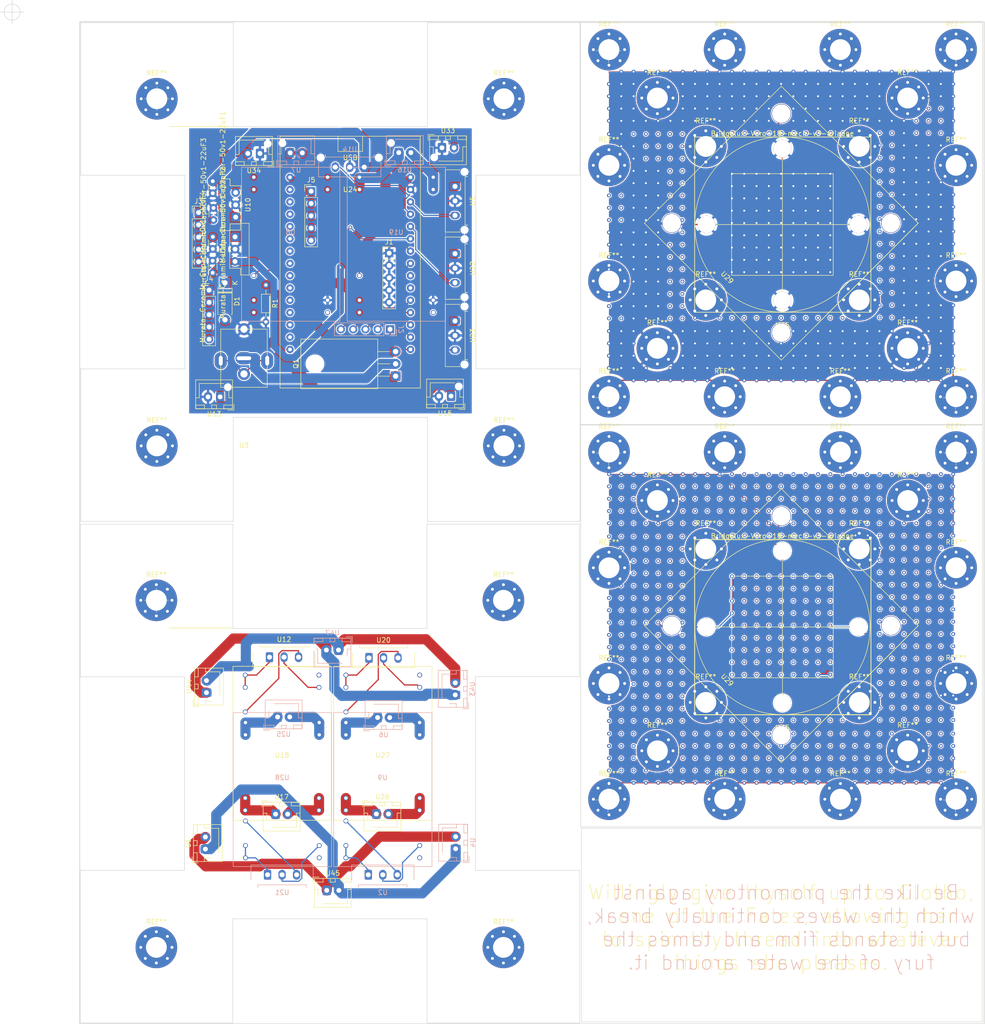
<source format=kicad_pcb>
(kicad_pcb (version 20171130) (host pcbnew 5.1.5+dfsg1-2build2)
  (layers (0 F.Cu signal) (31 B.Cu signal) (34 B.Paste user) (35 F.Paste user) (36 B.SilkS user) (37 F.SilkS user) (38 B.Mask user) (39 F.Mask user) (44 Edge.Cuts user))
  (net 0 "")
  (net 1 VIN+Master1)
  (net 2 "Net-(D1-Pad2)")
  (net 3 POWER-IN-)
  (net 4 "Net-(J2-Pad5)")
  (net 5 "Net-(J2-Pad4)")
  (net 6 "Net-(J2-Pad3)")
  (net 7 "Net-(J2-Pad2)")
  (net 8 "Net-(J2-Pad1)")
  (net 9 +12V)
  (net 10 +5V)
  (net 11 +3V3)
  (net 12 POWER-IN+)
  (net 13 "Net-(U2-Pad3)")
  (net 14 "Net-(U2-Pad2)")
  (net 15 "Net-(U2-Pad1)")
  (net 16 "Net-(U3-Pad0)")
  (net 17 DIM-4)
  (net 18 DIM-1)
  (net 19 LDD_1-OUT-)
  (net 20 LDD_1-OUT+)
  (net 21 LDD_4-OUT-)
  (net 22 LDD_4-OUT+)
  (net 23 "Net-(U12-Pad1)")
  (net 24 "Net-(U12-Pad2)")
  (net 25 "Net-(U12-Pad3)")
  (net 26 DIM-2)
  (net 27 DIM-5)
  (net 28 LDD_5-OUT+)
  (net 29 LDD_5-OUT-)
  (net 30 LDD_2-OUT+)
  (net 31 LDD_2-OUT-)
  (net 32 "Net-(U20-Pad1)")
  (net 33 "Net-(U20-Pad2)")
  (net 34 "Net-(U20-Pad3)")
  (net 35 "Net-(U21-Pad3)")
  (net 36 "Net-(U21-Pad2)")
  (net 37 "Net-(U21-Pad1)")
  (net 38 DIM-3)
  (net 39 DIM-6)
  (net 40 "Net-(U24-Pad6)")
  (net 41 "Net-(U24-Pad7)")
  (net 42 BOARD_GND)
  (net 43 "Net-(U24-Pad18)")
  (net 44 "Net-(U24-Pad19)")
  (net 45 "Net-(U24-Pad20)")
  (net 46 "Net-(U24-Pad21)")
  (net 47 "Net-(U24-Pad22)")
  (net 48 "Net-(U24-Pad23)")
  (net 49 "Net-(U24-Pad24)")
  (net 50 "Net-(U24-Pad25)")
  (net 51 "Net-(U24-Pad26)")
  (net 52 "Net-(U24-Pad27)")
  (net 53 "Net-(U24-Pad28)")
  (net 54 "Net-(U24-Pad29)")
  (net 55 "Net-(U24-Pad30)")
  (net 56 LDD_6-OUT-)
  (net 57 LDD_6-OUT+)
  (net 58 LDD_3-OUT+)
  (net 59 LDD_3-OUT-)
  (net 60 "Net-(U29-Pad0)")
  (net 61 "Net-(U35-Pad0)")
  (net 62 FAN2+)
  (net 63 FAN2-)
  (net 64 FAN1+)
  (net 65 FAN1-)
  (module ariadne:Noctua-NF-A4x10-mech (layer F.Cu) (at 135.01 115.04 315)
    (fp_text reference U29 (at 0.0254 15.8496 135) (layer F.SilkS))
    (fp_text value Noctua-NF-A4x10-Fan-mech-ariadne)
    (pad 0 thru_hole circle (at 16 16 315) (size 4 4) (drill 3.8) (layers *.Cu *.Mask))
    (pad 0 thru_hole circle (at -16 16 315) (size 4 4) (drill 3.8) (layers *.Cu *.Mask))
    (pad 0 thru_hole circle (at -16 -16 315) (size 4 4) (drill 3.8) (layers *.Cu *.Mask))
    (pad 0 thru_hole circle (at 16 -16 315) (size 4 4) (drill 3.8) (layers *.Cu *.Mask))
  )
  (module MountingHole:MountingHole_4.3mm_M4_Pad_Via (layer F.Cu) (at 109.41 140.89)
    (fp_text reference REF** (at 0 -5.3) (layer F.SilkS))
    (fp_text value MountingHole_4.3mm_M4_Pad_Via)
    (pad 1 thru_hole circle (at 0 0) (size 8.6 8.6) (drill 4.3) (layers *.Cu *.Mask))
    (pad 1 thru_hole circle (at 3.225 0) (size 0.9 0.9) (drill 0.6) (layers *.Cu *.Mask))
    (pad 1 thru_hole circle (at 2.280419 2.280419) (size 0.9 0.9) (drill 0.6) (layers *.Cu *.Mask))
    (pad 1 thru_hole circle (at 0 3.225) (size 0.9 0.9) (drill 0.6) (layers *.Cu *.Mask))
    (pad 1 thru_hole circle (at -2.280419 2.280419) (size 0.9 0.9) (drill 0.6) (layers *.Cu *.Mask))
    (pad 1 thru_hole circle (at -3.225 0) (size 0.9 0.9) (drill 0.6) (layers *.Cu *.Mask))
    (pad 1 thru_hole circle (at -2.280419 -2.280419) (size 0.9 0.9) (drill 0.6) (layers *.Cu *.Mask))
    (pad 1 thru_hole circle (at 0 -3.225) (size 0.9 0.9) (drill 0.6) (layers *.Cu *.Mask))
    (pad 1 thru_hole circle (at 2.280419 -2.280419) (size 0.9 0.9) (drill 0.6) (layers *.Cu *.Mask))
  )
  (module MountingHole:MountingHole_4.3mm_M4_Pad_Via (layer F.Cu) (at 109.41 89.19)
    (fp_text reference REF** (at 0 -5.3) (layer F.SilkS))
    (fp_text value MountingHole_4.3mm_M4_Pad_Via)
    (pad 1 thru_hole circle (at 2.280419 -2.280419) (size 0.9 0.9) (drill 0.6) (layers *.Cu *.Mask))
    (pad 1 thru_hole circle (at 0 -3.225) (size 0.9 0.9) (drill 0.6) (layers *.Cu *.Mask))
    (pad 1 thru_hole circle (at -2.280419 -2.280419) (size 0.9 0.9) (drill 0.6) (layers *.Cu *.Mask))
    (pad 1 thru_hole circle (at -3.225 0) (size 0.9 0.9) (drill 0.6) (layers *.Cu *.Mask))
    (pad 1 thru_hole circle (at -2.280419 2.280419) (size 0.9 0.9) (drill 0.6) (layers *.Cu *.Mask))
    (pad 1 thru_hole circle (at 0 3.225) (size 0.9 0.9) (drill 0.6) (layers *.Cu *.Mask))
    (pad 1 thru_hole circle (at 2.280419 2.280419) (size 0.9 0.9) (drill 0.6) (layers *.Cu *.Mask))
    (pad 1 thru_hole circle (at 3.225 0) (size 0.9 0.9) (drill 0.6) (layers *.Cu *.Mask))
    (pad 1 thru_hole circle (at 0 0) (size 8.6 8.6) (drill 4.3) (layers *.Cu *.Mask))
  )
  (module ariadne:Vero-18-mech (layer F.Cu) (at 135.235 115.315)
    (fp_text reference U35 (at 0 20.8) (layer F.SilkS))
    (fp_text value Bridgelux-Vero-18-mech-v3-ariadne (at 0 -18.8) (layer F.SilkS))
    (pad 0 thru_hole circle (at 0 -15.7) (size 3.6 3.6) (drill 3.6) (layers *.Cu *.Mask))
    (pad 0 thru_hole circle (at 0 15.7) (size 3.6 3.6) (drill 3.6) (layers *.Cu *.Mask))
    (pad 0 thru_hole circle (at 15.7 0) (size 3.6 3.6) (drill 3.6) (layers *.Cu *.Mask))
    (pad 0 thru_hole circle (at -15.7 0) (size 3.6 3.6) (drill 3.6) (layers *.Cu *.Mask))
  )
  (module MountingHole:MountingHole_4.3mm_M4_Pad_Via (layer F.Cu) (at 99.41 126.99)
    (fp_text reference REF** (at 0 -5.3) (layer F.SilkS))
    (fp_text value MountingHole_4.3mm_M4_Pad_Via)
    (pad 1 thru_hole circle (at 2.280419 -2.280419) (size 0.9 0.9) (drill 0.6) (layers *.Cu *.Mask))
    (pad 1 thru_hole circle (at 0 -3.225) (size 0.9 0.9) (drill 0.6) (layers *.Cu *.Mask))
    (pad 1 thru_hole circle (at -2.280419 -2.280419) (size 0.9 0.9) (drill 0.6) (layers *.Cu *.Mask))
    (pad 1 thru_hole circle (at -3.225 0) (size 0.9 0.9) (drill 0.6) (layers *.Cu *.Mask))
    (pad 1 thru_hole circle (at -2.280419 2.280419) (size 0.9 0.9) (drill 0.6) (layers *.Cu *.Mask))
    (pad 1 thru_hole circle (at 0 3.225) (size 0.9 0.9) (drill 0.6) (layers *.Cu *.Mask))
    (pad 1 thru_hole circle (at 2.280419 2.280419) (size 0.9 0.9) (drill 0.6) (layers *.Cu *.Mask))
    (pad 1 thru_hole circle (at 3.225 0) (size 0.9 0.9) (drill 0.6) (layers *.Cu *.Mask))
    (pad 1 thru_hole circle (at 0 0) (size 8.6 8.6) (drill 4.3) (layers *.Cu *.Mask))
  )
  (module MountingHole:MountingHole_4.3mm_M4_Pad_Via (layer F.Cu) (at 171.11 79.19)
    (fp_text reference REF** (at 0 -5.3) (layer F.SilkS))
    (fp_text value MountingHole_4.3mm_M4_Pad_Via)
    (pad 1 thru_hole circle (at 2.280419 -2.280419) (size 0.9 0.9) (drill 0.6) (layers *.Cu *.Mask))
    (pad 1 thru_hole circle (at 0 -3.225) (size 0.9 0.9) (drill 0.6) (layers *.Cu *.Mask))
    (pad 1 thru_hole circle (at -2.280419 -2.280419) (size 0.9 0.9) (drill 0.6) (layers *.Cu *.Mask))
    (pad 1 thru_hole circle (at -3.225 0) (size 0.9 0.9) (drill 0.6) (layers *.Cu *.Mask))
    (pad 1 thru_hole circle (at -2.280419 2.280419) (size 0.9 0.9) (drill 0.6) (layers *.Cu *.Mask))
    (pad 1 thru_hole circle (at 0 3.225) (size 0.9 0.9) (drill 0.6) (layers *.Cu *.Mask))
    (pad 1 thru_hole circle (at 2.280419 2.280419) (size 0.9 0.9) (drill 0.6) (layers *.Cu *.Mask))
    (pad 1 thru_hole circle (at 3.225 0) (size 0.9 0.9) (drill 0.6) (layers *.Cu *.Mask))
    (pad 1 thru_hole circle (at 0 0) (size 8.6 8.6) (drill 4.3) (layers *.Cu *.Mask))
  )
  (module MountingHole:MountingHole_4.3mm_M4_Pad_Via (layer F.Cu) (at 171.11 150.89)
    (fp_text reference REF** (at 0 -5.3) (layer F.SilkS))
    (fp_text value MountingHole_4.3mm_M4_Pad_Via)
    (pad 1 thru_hole circle (at 2.280419 -2.280419) (size 0.9 0.9) (drill 0.6) (layers *.Cu *.Mask))
    (pad 1 thru_hole circle (at 0 -3.225) (size 0.9 0.9) (drill 0.6) (layers *.Cu *.Mask))
    (pad 1 thru_hole circle (at -2.280419 -2.280419) (size 0.9 0.9) (drill 0.6) (layers *.Cu *.Mask))
    (pad 1 thru_hole circle (at -3.225 0) (size 0.9 0.9) (drill 0.6) (layers *.Cu *.Mask))
    (pad 1 thru_hole circle (at -2.280419 2.280419) (size 0.9 0.9) (drill 0.6) (layers *.Cu *.Mask))
    (pad 1 thru_hole circle (at 0 3.225) (size 0.9 0.9) (drill 0.6) (layers *.Cu *.Mask))
    (pad 1 thru_hole circle (at 2.280419 2.280419) (size 0.9 0.9) (drill 0.6) (layers *.Cu *.Mask))
    (pad 1 thru_hole circle (at 3.225 0) (size 0.9 0.9) (drill 0.6) (layers *.Cu *.Mask))
    (pad 1 thru_hole circle (at 0 0) (size 8.6 8.6) (drill 4.3) (layers *.Cu *.Mask))
  )
  (module MountingHole:MountingHole_4.3mm_M4_Pad_Via (layer F.Cu) (at 147.21 150.89)
    (fp_text reference REF** (at 0 -5.3) (layer F.SilkS))
    (fp_text value MountingHole_4.3mm_M4_Pad_Via)
    (pad 1 thru_hole circle (at 2.280419 -2.280419) (size 0.9 0.9) (drill 0.6) (layers *.Cu *.Mask))
    (pad 1 thru_hole circle (at 0 -3.225) (size 0.9 0.9) (drill 0.6) (layers *.Cu *.Mask))
    (pad 1 thru_hole circle (at -2.280419 -2.280419) (size 0.9 0.9) (drill 0.6) (layers *.Cu *.Mask))
    (pad 1 thru_hole circle (at -3.225 0) (size 0.9 0.9) (drill 0.6) (layers *.Cu *.Mask))
    (pad 1 thru_hole circle (at -2.280419 2.280419) (size 0.9 0.9) (drill 0.6) (layers *.Cu *.Mask))
    (pad 1 thru_hole circle (at 0 3.225) (size 0.9 0.9) (drill 0.6) (layers *.Cu *.Mask))
    (pad 1 thru_hole circle (at 2.280419 2.280419) (size 0.9 0.9) (drill 0.6) (layers *.Cu *.Mask))
    (pad 1 thru_hole circle (at 3.225 0) (size 0.9 0.9) (drill 0.6) (layers *.Cu *.Mask))
    (pad 1 thru_hole circle (at 0 0) (size 8.6 8.6) (drill 4.3) (layers *.Cu *.Mask))
  )
  (module MountingHole:MountingHole_4.3mm_M4_Pad_Via (layer F.Cu) (at 161.11 89.19)
    (fp_text reference REF** (at 0 -5.3) (layer F.SilkS))
    (fp_text value MountingHole_4.3mm_M4_Pad_Via)
    (pad 1 thru_hole circle (at 0 0) (size 8.6 8.6) (drill 4.3) (layers *.Cu *.Mask))
    (pad 1 thru_hole circle (at 3.225 0) (size 0.9 0.9) (drill 0.6) (layers *.Cu *.Mask))
    (pad 1 thru_hole circle (at 2.280419 2.280419) (size 0.9 0.9) (drill 0.6) (layers *.Cu *.Mask))
    (pad 1 thru_hole circle (at 0 3.225) (size 0.9 0.9) (drill 0.6) (layers *.Cu *.Mask))
    (pad 1 thru_hole circle (at -2.280419 2.280419) (size 0.9 0.9) (drill 0.6) (layers *.Cu *.Mask))
    (pad 1 thru_hole circle (at -3.225 0) (size 0.9 0.9) (drill 0.6) (layers *.Cu *.Mask))
    (pad 1 thru_hole circle (at -2.280419 -2.280419) (size 0.9 0.9) (drill 0.6) (layers *.Cu *.Mask))
    (pad 1 thru_hole circle (at 0 -3.225) (size 0.9 0.9) (drill 0.6) (layers *.Cu *.Mask))
    (pad 1 thru_hole circle (at 2.280419 -2.280419) (size 0.9 0.9) (drill 0.6) (layers *.Cu *.Mask))
  )
  (module MountingHole:MountingHole_4.3mm_M4_Pad_Via (layer F.Cu) (at 99.41 150.89)
    (fp_text reference REF** (at 0 -5.3) (layer F.SilkS))
    (fp_text value MountingHole_4.3mm_M4_Pad_Via)
    (pad 1 thru_hole circle (at 2.280419 -2.280419) (size 0.9 0.9) (drill 0.6) (layers *.Cu *.Mask))
    (pad 1 thru_hole circle (at 0 -3.225) (size 0.9 0.9) (drill 0.6) (layers *.Cu *.Mask))
    (pad 1 thru_hole circle (at -2.280419 -2.280419) (size 0.9 0.9) (drill 0.6) (layers *.Cu *.Mask))
    (pad 1 thru_hole circle (at -3.225 0) (size 0.9 0.9) (drill 0.6) (layers *.Cu *.Mask))
    (pad 1 thru_hole circle (at -2.280419 2.280419) (size 0.9 0.9) (drill 0.6) (layers *.Cu *.Mask))
    (pad 1 thru_hole circle (at 0 3.225) (size 0.9 0.9) (drill 0.6) (layers *.Cu *.Mask))
    (pad 1 thru_hole circle (at 2.280419 2.280419) (size 0.9 0.9) (drill 0.6) (layers *.Cu *.Mask))
    (pad 1 thru_hole circle (at 3.225 0) (size 0.9 0.9) (drill 0.6) (layers *.Cu *.Mask))
    (pad 1 thru_hole circle (at 0 0) (size 8.6 8.6) (drill 4.3) (layers *.Cu *.Mask))
  )
  (module MountingHole:MountingHole_4.3mm_M4_Pad_Via (layer F.Cu) (at 171.11 126.99)
    (fp_text reference REF** (at 0 -5.3) (layer F.SilkS))
    (fp_text value MountingHole_4.3mm_M4_Pad_Via)
    (pad 1 thru_hole circle (at 2.280419 -2.280419) (size 0.9 0.9) (drill 0.6) (layers *.Cu *.Mask))
    (pad 1 thru_hole circle (at 0 -3.225) (size 0.9 0.9) (drill 0.6) (layers *.Cu *.Mask))
    (pad 1 thru_hole circle (at -2.280419 -2.280419) (size 0.9 0.9) (drill 0.6) (layers *.Cu *.Mask))
    (pad 1 thru_hole circle (at -3.225 0) (size 0.9 0.9) (drill 0.6) (layers *.Cu *.Mask))
    (pad 1 thru_hole circle (at -2.280419 2.280419) (size 0.9 0.9) (drill 0.6) (layers *.Cu *.Mask))
    (pad 1 thru_hole circle (at 0 3.225) (size 0.9 0.9) (drill 0.6) (layers *.Cu *.Mask))
    (pad 1 thru_hole circle (at 2.280419 2.280419) (size 0.9 0.9) (drill 0.6) (layers *.Cu *.Mask))
    (pad 1 thru_hole circle (at 3.225 0) (size 0.9 0.9) (drill 0.6) (layers *.Cu *.Mask))
    (pad 1 thru_hole circle (at 0 0) (size 8.6 8.6) (drill 4.3) (layers *.Cu *.Mask))
  )
  (module MountingHole:MountingHole_4.3mm_M4_Pad_Via (layer F.Cu) (at 147.21 79.19)
    (fp_text reference REF** (at 0 -5.3) (layer F.SilkS))
    (fp_text value MountingHole_4.3mm_M4_Pad_Via)
    (pad 1 thru_hole circle (at 2.280419 -2.280419) (size 0.9 0.9) (drill 0.6) (layers *.Cu *.Mask))
    (pad 1 thru_hole circle (at 0 -3.225) (size 0.9 0.9) (drill 0.6) (layers *.Cu *.Mask))
    (pad 1 thru_hole circle (at -2.280419 -2.280419) (size 0.9 0.9) (drill 0.6) (layers *.Cu *.Mask))
    (pad 1 thru_hole circle (at -3.225 0) (size 0.9 0.9) (drill 0.6) (layers *.Cu *.Mask))
    (pad 1 thru_hole circle (at -2.280419 2.280419) (size 0.9 0.9) (drill 0.6) (layers *.Cu *.Mask))
    (pad 1 thru_hole circle (at 0 3.225) (size 0.9 0.9) (drill 0.6) (layers *.Cu *.Mask))
    (pad 1 thru_hole circle (at 2.280419 2.280419) (size 0.9 0.9) (drill 0.6) (layers *.Cu *.Mask))
    (pad 1 thru_hole circle (at 3.225 0) (size 0.9 0.9) (drill 0.6) (layers *.Cu *.Mask))
    (pad 1 thru_hole circle (at 0 0) (size 8.6 8.6) (drill 4.3) (layers *.Cu *.Mask))
  )
  (module MountingHole:MountingHole_4.3mm_M4_Pad_Via (layer F.Cu) (at 99.41 103.09)
    (fp_text reference REF** (at 0 -5.3) (layer F.SilkS))
    (fp_text value MountingHole_4.3mm_M4_Pad_Via)
    (pad 1 thru_hole circle (at 2.280419 -2.280419) (size 0.9 0.9) (drill 0.6) (layers *.Cu *.Mask))
    (pad 1 thru_hole circle (at 0 -3.225) (size 0.9 0.9) (drill 0.6) (layers *.Cu *.Mask))
    (pad 1 thru_hole circle (at -2.280419 -2.280419) (size 0.9 0.9) (drill 0.6) (layers *.Cu *.Mask))
    (pad 1 thru_hole circle (at -3.225 0) (size 0.9 0.9) (drill 0.6) (layers *.Cu *.Mask))
    (pad 1 thru_hole circle (at -2.280419 2.280419) (size 0.9 0.9) (drill 0.6) (layers *.Cu *.Mask))
    (pad 1 thru_hole circle (at 0 3.225) (size 0.9 0.9) (drill 0.6) (layers *.Cu *.Mask))
    (pad 1 thru_hole circle (at 2.280419 2.280419) (size 0.9 0.9) (drill 0.6) (layers *.Cu *.Mask))
    (pad 1 thru_hole circle (at 3.225 0) (size 0.9 0.9) (drill 0.6) (layers *.Cu *.Mask))
    (pad 1 thru_hole circle (at 0 0) (size 8.6 8.6) (drill 4.3) (layers *.Cu *.Mask))
  )
  (module MountingHole:MountingHole_4.3mm_M4_Pad_Via (layer F.Cu) (at 123.31 150.89)
    (fp_text reference REF** (at 0 -5.3) (layer F.SilkS))
    (fp_text value MountingHole_4.3mm_M4_Pad_Via)
    (pad 1 thru_hole circle (at 2.280419 -2.280419) (size 0.9 0.9) (drill 0.6) (layers *.Cu *.Mask))
    (pad 1 thru_hole circle (at 0 -3.225) (size 0.9 0.9) (drill 0.6) (layers *.Cu *.Mask))
    (pad 1 thru_hole circle (at -2.280419 -2.280419) (size 0.9 0.9) (drill 0.6) (layers *.Cu *.Mask))
    (pad 1 thru_hole circle (at -3.225 0) (size 0.9 0.9) (drill 0.6) (layers *.Cu *.Mask))
    (pad 1 thru_hole circle (at -2.280419 2.280419) (size 0.9 0.9) (drill 0.6) (layers *.Cu *.Mask))
    (pad 1 thru_hole circle (at 0 3.225) (size 0.9 0.9) (drill 0.6) (layers *.Cu *.Mask))
    (pad 1 thru_hole circle (at 2.280419 2.280419) (size 0.9 0.9) (drill 0.6) (layers *.Cu *.Mask))
    (pad 1 thru_hole circle (at 3.225 0) (size 0.9 0.9) (drill 0.6) (layers *.Cu *.Mask))
    (pad 1 thru_hole circle (at 0 0) (size 8.6 8.6) (drill 4.3) (layers *.Cu *.Mask))
  )
  (module MountingHole:MountingHole_4.3mm_M4_Pad_Via (layer F.Cu) (at 123.31 79.19)
    (fp_text reference REF** (at 0 -5.3) (layer F.SilkS))
    (fp_text value MountingHole_4.3mm_M4_Pad_Via)
    (pad 1 thru_hole circle (at 2.280419 -2.280419) (size 0.9 0.9) (drill 0.6) (layers *.Cu *.Mask))
    (pad 1 thru_hole circle (at 0 -3.225) (size 0.9 0.9) (drill 0.6) (layers *.Cu *.Mask))
    (pad 1 thru_hole circle (at -2.280419 -2.280419) (size 0.9 0.9) (drill 0.6) (layers *.Cu *.Mask))
    (pad 1 thru_hole circle (at -3.225 0) (size 0.9 0.9) (drill 0.6) (layers *.Cu *.Mask))
    (pad 1 thru_hole circle (at -2.280419 2.280419) (size 0.9 0.9) (drill 0.6) (layers *.Cu *.Mask))
    (pad 1 thru_hole circle (at 0 3.225) (size 0.9 0.9) (drill 0.6) (layers *.Cu *.Mask))
    (pad 1 thru_hole circle (at 2.280419 2.280419) (size 0.9 0.9) (drill 0.6) (layers *.Cu *.Mask))
    (pad 1 thru_hole circle (at 3.225 0) (size 0.9 0.9) (drill 0.6) (layers *.Cu *.Mask))
    (pad 1 thru_hole circle (at 0 0) (size 8.6 8.6) (drill 4.3) (layers *.Cu *.Mask))
  )
  (module MountingHole:MountingHole_4.3mm_M4_Pad_Via (layer F.Cu) (at 99.41 79.19)
    (fp_text reference REF** (at 0 -5.3) (layer F.SilkS))
    (fp_text value MountingHole_4.3mm_M4_Pad_Via)
    (pad 1 thru_hole circle (at 0 0) (size 8.6 8.6) (drill 4.3) (layers *.Cu *.Mask))
    (pad 1 thru_hole circle (at 3.225 0) (size 0.9 0.9) (drill 0.6) (layers *.Cu *.Mask))
    (pad 1 thru_hole circle (at 2.280419 2.280419) (size 0.9 0.9) (drill 0.6) (layers *.Cu *.Mask))
    (pad 1 thru_hole circle (at 0 3.225) (size 0.9 0.9) (drill 0.6) (layers *.Cu *.Mask))
    (pad 1 thru_hole circle (at -2.280419 2.280419) (size 0.9 0.9) (drill 0.6) (layers *.Cu *.Mask))
    (pad 1 thru_hole circle (at -3.225 0) (size 0.9 0.9) (drill 0.6) (layers *.Cu *.Mask))
    (pad 1 thru_hole circle (at -2.280419 -2.280419) (size 0.9 0.9) (drill 0.6) (layers *.Cu *.Mask))
    (pad 1 thru_hole circle (at 0 -3.225) (size 0.9 0.9) (drill 0.6) (layers *.Cu *.Mask))
    (pad 1 thru_hole circle (at 2.280419 -2.280419) (size 0.9 0.9) (drill 0.6) (layers *.Cu *.Mask))
  )
  (module MountingHole:MountingHole_4.3mm_M4_Pad_Via (layer F.Cu) (at 171.11 103.09)
    (fp_text reference REF** (at 0 -5.3) (layer F.SilkS))
    (fp_text value MountingHole_4.3mm_M4_Pad_Via)
    (pad 1 thru_hole circle (at 0 0) (size 8.6 8.6) (drill 4.3) (layers *.Cu *.Mask))
    (pad 1 thru_hole circle (at 3.225 0) (size 0.9 0.9) (drill 0.6) (layers *.Cu *.Mask))
    (pad 1 thru_hole circle (at 2.280419 2.280419) (size 0.9 0.9) (drill 0.6) (layers *.Cu *.Mask))
    (pad 1 thru_hole circle (at 0 3.225) (size 0.9 0.9) (drill 0.6) (layers *.Cu *.Mask))
    (pad 1 thru_hole circle (at -2.280419 2.280419) (size 0.9 0.9) (drill 0.6) (layers *.Cu *.Mask))
    (pad 1 thru_hole circle (at -3.225 0) (size 0.9 0.9) (drill 0.6) (layers *.Cu *.Mask))
    (pad 1 thru_hole circle (at -2.280419 -2.280419) (size 0.9 0.9) (drill 0.6) (layers *.Cu *.Mask))
    (pad 1 thru_hole circle (at 0 -3.225) (size 0.9 0.9) (drill 0.6) (layers *.Cu *.Mask))
    (pad 1 thru_hole circle (at 2.280419 -2.280419) (size 0.9 0.9) (drill 0.6) (layers *.Cu *.Mask))
  )
  (module MountingHole:MountingHole_4.3mm_M4_Pad_Via (layer F.Cu) (at 151.11 130.89)
    (fp_text reference REF** (at 0 -5.3) (layer F.SilkS))
    (fp_text value MountingHole_4.3mm_M4_Pad_Via)
    (pad 1 thru_hole circle (at 2.280419 -2.280419) (size 0.9 0.9) (drill 0.6) (layers *.Cu *.Mask))
    (pad 1 thru_hole circle (at 0 -3.225) (size 0.9 0.9) (drill 0.6) (layers *.Cu *.Mask))
    (pad 1 thru_hole circle (at -2.280419 -2.280419) (size 0.9 0.9) (drill 0.6) (layers *.Cu *.Mask))
    (pad 1 thru_hole circle (at -3.225 0) (size 0.9 0.9) (drill 0.6) (layers *.Cu *.Mask))
    (pad 1 thru_hole circle (at -2.280419 2.280419) (size 0.9 0.9) (drill 0.6) (layers *.Cu *.Mask))
    (pad 1 thru_hole circle (at 0 3.225) (size 0.9 0.9) (drill 0.6) (layers *.Cu *.Mask))
    (pad 1 thru_hole circle (at 2.280419 2.280419) (size 0.9 0.9) (drill 0.6) (layers *.Cu *.Mask))
    (pad 1 thru_hole circle (at 3.225 0) (size 0.9 0.9) (drill 0.6) (layers *.Cu *.Mask))
    (pad 1 thru_hole circle (at 0 0) (size 8.6 8.6) (drill 4.3) (layers *.Cu *.Mask))
  )
  (module MountingHole:MountingHole_4.3mm_M4_Pad_Via (layer F.Cu) (at 151.11 99.19)
    (fp_text reference REF** (at 0 -5.3) (layer F.SilkS))
    (fp_text value MountingHole_4.3mm_M4_Pad_Via)
    (pad 1 thru_hole circle (at 2.280419 -2.280419) (size 0.9 0.9) (drill 0.6) (layers *.Cu *.Mask))
    (pad 1 thru_hole circle (at 0 -3.225) (size 0.9 0.9) (drill 0.6) (layers *.Cu *.Mask))
    (pad 1 thru_hole circle (at -2.280419 -2.280419) (size 0.9 0.9) (drill 0.6) (layers *.Cu *.Mask))
    (pad 1 thru_hole circle (at -3.225 0) (size 0.9 0.9) (drill 0.6) (layers *.Cu *.Mask))
    (pad 1 thru_hole circle (at -2.280419 2.280419) (size 0.9 0.9) (drill 0.6) (layers *.Cu *.Mask))
    (pad 1 thru_hole circle (at 0 3.225) (size 0.9 0.9) (drill 0.6) (layers *.Cu *.Mask))
    (pad 1 thru_hole circle (at 2.280419 2.280419) (size 0.9 0.9) (drill 0.6) (layers *.Cu *.Mask))
    (pad 1 thru_hole circle (at 3.225 0) (size 0.9 0.9) (drill 0.6) (layers *.Cu *.Mask))
    (pad 1 thru_hole circle (at 0 0) (size 8.6 8.6) (drill 4.3) (layers *.Cu *.Mask))
  )
  (module MountingHole:MountingHole_4.3mm_M4_Pad_Via (layer F.Cu) (at 119.41 130.89)
    (fp_text reference REF** (at 0 -5.3) (layer F.SilkS))
    (fp_text value MountingHole_4.3mm_M4_Pad_Via)
    (pad 1 thru_hole circle (at 2.280419 -2.280419) (size 0.9 0.9) (drill 0.6) (layers *.Cu *.Mask))
    (pad 1 thru_hole circle (at 0 -3.225) (size 0.9 0.9) (drill 0.6) (layers *.Cu *.Mask))
    (pad 1 thru_hole circle (at -2.280419 -2.280419) (size 0.9 0.9) (drill 0.6) (layers *.Cu *.Mask))
    (pad 1 thru_hole circle (at -3.225 0) (size 0.9 0.9) (drill 0.6) (layers *.Cu *.Mask))
    (pad 1 thru_hole circle (at -2.280419 2.280419) (size 0.9 0.9) (drill 0.6) (layers *.Cu *.Mask))
    (pad 1 thru_hole circle (at 0 3.225) (size 0.9 0.9) (drill 0.6) (layers *.Cu *.Mask))
    (pad 1 thru_hole circle (at 2.280419 2.280419) (size 0.9 0.9) (drill 0.6) (layers *.Cu *.Mask))
    (pad 1 thru_hole circle (at 3.225 0) (size 0.9 0.9) (drill 0.6) (layers *.Cu *.Mask))
    (pad 1 thru_hole circle (at 0 0) (size 8.6 8.6) (drill 4.3) (layers *.Cu *.Mask))
  )
  (module MountingHole:MountingHole_4.3mm_M4_Pad_Via (layer F.Cu) (at 119.41 99.19)
    (fp_text reference REF** (at 0 -5.3) (layer F.SilkS))
    (fp_text value MountingHole_4.3mm_M4_Pad_Via)
    (pad 1 thru_hole circle (at 0 0) (size 8.6 8.6) (drill 4.3) (layers *.Cu *.Mask))
    (pad 1 thru_hole circle (at 3.225 0) (size 0.9 0.9) (drill 0.6) (layers *.Cu *.Mask))
    (pad 1 thru_hole circle (at 2.280419 2.280419) (size 0.9 0.9) (drill 0.6) (layers *.Cu *.Mask))
    (pad 1 thru_hole circle (at 0 3.225) (size 0.9 0.9) (drill 0.6) (layers *.Cu *.Mask))
    (pad 1 thru_hole circle (at -2.280419 2.280419) (size 0.9 0.9) (drill 0.6) (layers *.Cu *.Mask))
    (pad 1 thru_hole circle (at -3.225 0) (size 0.9 0.9) (drill 0.6) (layers *.Cu *.Mask))
    (pad 1 thru_hole circle (at -2.280419 -2.280419) (size 0.9 0.9) (drill 0.6) (layers *.Cu *.Mask))
    (pad 1 thru_hole circle (at 0 -3.225) (size 0.9 0.9) (drill 0.6) (layers *.Cu *.Mask))
    (pad 1 thru_hole circle (at 2.280419 -2.280419) (size 0.9 0.9) (drill 0.6) (layers *.Cu *.Mask))
  )
  (module MountingHole:MountingHole_4.3mm_M4_Pad_Via (layer F.Cu) (at 161.11 140.89)
    (fp_text reference REF** (at 0 -5.3) (layer F.SilkS))
    (fp_text value MountingHole_4.3mm_M4_Pad_Via)
    (pad 1 thru_hole circle (at 0 0) (size 8.6 8.6) (drill 4.3) (layers *.Cu *.Mask))
    (pad 1 thru_hole circle (at 3.225 0) (size 0.9 0.9) (drill 0.6) (layers *.Cu *.Mask))
    (pad 1 thru_hole circle (at 2.280419 2.280419) (size 0.9 0.9) (drill 0.6) (layers *.Cu *.Mask))
    (pad 1 thru_hole circle (at 0 3.225) (size 0.9 0.9) (drill 0.6) (layers *.Cu *.Mask))
    (pad 1 thru_hole circle (at -2.280419 2.280419) (size 0.9 0.9) (drill 0.6) (layers *.Cu *.Mask))
    (pad 1 thru_hole circle (at -3.225 0) (size 0.9 0.9) (drill 0.6) (layers *.Cu *.Mask))
    (pad 1 thru_hole circle (at -2.280419 -2.280419) (size 0.9 0.9) (drill 0.6) (layers *.Cu *.Mask))
    (pad 1 thru_hole circle (at 0 -3.225) (size 0.9 0.9) (drill 0.6) (layers *.Cu *.Mask))
    (pad 1 thru_hole circle (at 2.280419 -2.280419) (size 0.9 0.9) (drill 0.6) (layers *.Cu *.Mask))
  )
  (module MountingHole:MountingHole_4.3mm_M4_Pad_Via (layer F.Cu) (at 119.4 47.75)
    (fp_text reference REF** (at 0 -5.3) (layer F.SilkS))
    (fp_text value MountingHole_4.3mm_M4_Pad_Via)
    (pad 1 thru_hole circle (at 0 0) (size 8.6 8.6) (drill 4.3) (layers *.Cu *.Mask))
    (pad 1 thru_hole circle (at 3.225 0) (size 0.9 0.9) (drill 0.6) (layers *.Cu *.Mask))
    (pad 1 thru_hole circle (at 2.280419 2.280419) (size 0.9 0.9) (drill 0.6) (layers *.Cu *.Mask))
    (pad 1 thru_hole circle (at 0 3.225) (size 0.9 0.9) (drill 0.6) (layers *.Cu *.Mask))
    (pad 1 thru_hole circle (at -2.280419 2.280419) (size 0.9 0.9) (drill 0.6) (layers *.Cu *.Mask))
    (pad 1 thru_hole circle (at -3.225 0) (size 0.9 0.9) (drill 0.6) (layers *.Cu *.Mask))
    (pad 1 thru_hole circle (at -2.280419 -2.280419) (size 0.9 0.9) (drill 0.6) (layers *.Cu *.Mask))
    (pad 1 thru_hole circle (at 0 -3.225) (size 0.9 0.9) (drill 0.6) (layers *.Cu *.Mask))
    (pad 1 thru_hole circle (at 2.280419 -2.280419) (size 0.9 0.9) (drill 0.6) (layers *.Cu *.Mask))
  )
  (module MountingHole:MountingHole_4.3mm_M4_Pad_Via (layer F.Cu) (at 5.9 109.8)
    (fp_text reference REF** (at 0 -5.3) (layer F.SilkS))
    (fp_text value MountingHole_4.3mm_M4_Pad_Via)
    (pad 1 thru_hole circle (at 0 0) (size 8.6 8.6) (drill 4.3) (layers *.Cu *.Mask))
    (pad 1 thru_hole circle (at 3.225 0) (size 0.9 0.9) (drill 0.6) (layers *.Cu *.Mask))
    (pad 1 thru_hole circle (at 2.280419 2.280419) (size 0.9 0.9) (drill 0.6) (layers *.Cu *.Mask))
    (pad 1 thru_hole circle (at 0 3.225) (size 0.9 0.9) (drill 0.6) (layers *.Cu *.Mask))
    (pad 1 thru_hole circle (at -2.280419 2.280419) (size 0.9 0.9) (drill 0.6) (layers *.Cu *.Mask))
    (pad 1 thru_hole circle (at -3.225 0) (size 0.9 0.9) (drill 0.6) (layers *.Cu *.Mask))
    (pad 1 thru_hole circle (at -2.280419 -2.280419) (size 0.9 0.9) (drill 0.6) (layers *.Cu *.Mask))
    (pad 1 thru_hole circle (at 0 -3.225) (size 0.9 0.9) (drill 0.6) (layers *.Cu *.Mask))
    (pad 1 thru_hole circle (at 2.280419 -2.280419) (size 0.9 0.9) (drill 0.6) (layers *.Cu *.Mask))
  )
  (module MountingHole:MountingHole_4.3mm_M4_Pad_Via (layer F.Cu) (at 77.6 109.8)
    (fp_text reference REF** (at 0 -5.3) (layer F.SilkS))
    (fp_text value MountingHole_4.3mm_M4_Pad_Via)
    (pad 1 thru_hole circle (at 2.280419 -2.280419) (size 0.9 0.9) (drill 0.6) (layers *.Cu *.Mask))
    (pad 1 thru_hole circle (at 0 -3.225) (size 0.9 0.9) (drill 0.6) (layers *.Cu *.Mask))
    (pad 1 thru_hole circle (at -2.280419 -2.280419) (size 0.9 0.9) (drill 0.6) (layers *.Cu *.Mask))
    (pad 1 thru_hole circle (at -3.225 0) (size 0.9 0.9) (drill 0.6) (layers *.Cu *.Mask))
    (pad 1 thru_hole circle (at -2.280419 2.280419) (size 0.9 0.9) (drill 0.6) (layers *.Cu *.Mask))
    (pad 1 thru_hole circle (at 0 3.225) (size 0.9 0.9) (drill 0.6) (layers *.Cu *.Mask))
    (pad 1 thru_hole circle (at 2.280419 2.280419) (size 0.9 0.9) (drill 0.6) (layers *.Cu *.Mask))
    (pad 1 thru_hole circle (at 3.225 0) (size 0.9 0.9) (drill 0.6) (layers *.Cu *.Mask))
    (pad 1 thru_hole circle (at 0 0) (size 8.6 8.6) (drill 4.3) (layers *.Cu *.Mask))
  )
  (module MountingHole:MountingHole_4.3mm_M4_Pad_Via (layer F.Cu) (at 77.6 181.5)
    (fp_text reference REF** (at 0 -5.3) (layer F.SilkS))
    (fp_text value MountingHole_4.3mm_M4_Pad_Via)
    (pad 1 thru_hole circle (at 2.280419 -2.280419) (size 0.9 0.9) (drill 0.6) (layers *.Cu *.Mask))
    (pad 1 thru_hole circle (at 0 -3.225) (size 0.9 0.9) (drill 0.6) (layers *.Cu *.Mask))
    (pad 1 thru_hole circle (at -2.280419 -2.280419) (size 0.9 0.9) (drill 0.6) (layers *.Cu *.Mask))
    (pad 1 thru_hole circle (at -3.225 0) (size 0.9 0.9) (drill 0.6) (layers *.Cu *.Mask))
    (pad 1 thru_hole circle (at -2.280419 2.280419) (size 0.9 0.9) (drill 0.6) (layers *.Cu *.Mask))
    (pad 1 thru_hole circle (at 0 3.225) (size 0.9 0.9) (drill 0.6) (layers *.Cu *.Mask))
    (pad 1 thru_hole circle (at 2.280419 2.280419) (size 0.9 0.9) (drill 0.6) (layers *.Cu *.Mask))
    (pad 1 thru_hole circle (at 3.225 0) (size 0.9 0.9) (drill 0.6) (layers *.Cu *.Mask))
    (pad 1 thru_hole circle (at 0 0) (size 8.6 8.6) (drill 4.3) (layers *.Cu *.Mask))
  )
  (module MountingHole:MountingHole_4.3mm_M4_Pad_Via (layer F.Cu) (at 5.9 181.5)
    (fp_text reference REF** (at 0 -5.3) (layer F.SilkS))
    (fp_text value MountingHole_4.3mm_M4_Pad_Via)
    (pad 1 thru_hole circle (at 2.280419 -2.280419) (size 0.9 0.9) (drill 0.6) (layers *.Cu *.Mask))
    (pad 1 thru_hole circle (at 0 -3.225) (size 0.9 0.9) (drill 0.6) (layers *.Cu *.Mask))
    (pad 1 thru_hole circle (at -2.280419 -2.280419) (size 0.9 0.9) (drill 0.6) (layers *.Cu *.Mask))
    (pad 1 thru_hole circle (at -3.225 0) (size 0.9 0.9) (drill 0.6) (layers *.Cu *.Mask))
    (pad 1 thru_hole circle (at -2.280419 2.280419) (size 0.9 0.9) (drill 0.6) (layers *.Cu *.Mask))
    (pad 1 thru_hole circle (at 0 3.225) (size 0.9 0.9) (drill 0.6) (layers *.Cu *.Mask))
    (pad 1 thru_hole circle (at 2.280419 2.280419) (size 0.9 0.9) (drill 0.6) (layers *.Cu *.Mask))
    (pad 1 thru_hole circle (at 3.225 0) (size 0.9 0.9) (drill 0.6) (layers *.Cu *.Mask))
    (pad 1 thru_hole circle (at 0 0) (size 8.6 8.6) (drill 4.3) (layers *.Cu *.Mask))
  )
  (module ariadne:Noctua-NF-A4x10-mech (layer F.Cu) (at 135 31.9 315)
    (fp_text reference U29 (at 0.0254 15.8496 135) (layer F.SilkS))
    (fp_text value Noctua-NF-A4x10-Fan-mech-ariadne)
    (pad 0 thru_hole circle (at 16 -16 315) (size 4 4) (drill 3.8) (layers *.Cu *.Mask) (net 60 "Net-(U29-Pad0)"))
    (pad 0 thru_hole circle (at -16 -16 315) (size 4 4) (drill 3.8) (layers *.Cu *.Mask) (net 60 "Net-(U29-Pad0)"))
    (pad 0 thru_hole circle (at -16 16 315) (size 4 4) (drill 3.8) (layers *.Cu *.Mask) (net 60 "Net-(U29-Pad0)"))
    (pad 0 thru_hole circle (at 16 16 315) (size 4 4) (drill 3.8) (layers *.Cu *.Mask) (net 60 "Net-(U29-Pad0)"))
  )
  (module MountingHole:MountingHole_4.3mm_M4_Pad_Via (layer F.Cu) (at 151.1 16.05)
    (fp_text reference REF** (at 0 -5.3) (layer F.SilkS))
    (fp_text value MountingHole_4.3mm_M4_Pad_Via)
    (pad 1 thru_hole circle (at 0 0) (size 8.6 8.6) (drill 4.3) (layers *.Cu *.Mask))
    (pad 1 thru_hole circle (at 3.225 0) (size 0.9 0.9) (drill 0.6) (layers *.Cu *.Mask))
    (pad 1 thru_hole circle (at 2.280419 2.280419) (size 0.9 0.9) (drill 0.6) (layers *.Cu *.Mask))
    (pad 1 thru_hole circle (at 0 3.225) (size 0.9 0.9) (drill 0.6) (layers *.Cu *.Mask))
    (pad 1 thru_hole circle (at -2.280419 2.280419) (size 0.9 0.9) (drill 0.6) (layers *.Cu *.Mask))
    (pad 1 thru_hole circle (at -3.225 0) (size 0.9 0.9) (drill 0.6) (layers *.Cu *.Mask))
    (pad 1 thru_hole circle (at -2.280419 -2.280419) (size 0.9 0.9) (drill 0.6) (layers *.Cu *.Mask))
    (pad 1 thru_hole circle (at 0 -3.225) (size 0.9 0.9) (drill 0.6) (layers *.Cu *.Mask))
    (pad 1 thru_hole circle (at 2.280419 -2.280419) (size 0.9 0.9) (drill 0.6) (layers *.Cu *.Mask))
  )
  (module MountingHole:MountingHole_4.3mm_M4_Pad_Via (layer F.Cu) (at 171.1 19.95)
    (fp_text reference REF** (at 0 -5.3) (layer F.SilkS))
    (fp_text value MountingHole_4.3mm_M4_Pad_Via)
    (pad 1 thru_hole circle (at 2.280419 -2.280419) (size 0.9 0.9) (drill 0.6) (layers *.Cu *.Mask))
    (pad 1 thru_hole circle (at 0 -3.225) (size 0.9 0.9) (drill 0.6) (layers *.Cu *.Mask))
    (pad 1 thru_hole circle (at -2.280419 -2.280419) (size 0.9 0.9) (drill 0.6) (layers *.Cu *.Mask))
    (pad 1 thru_hole circle (at -3.225 0) (size 0.9 0.9) (drill 0.6) (layers *.Cu *.Mask))
    (pad 1 thru_hole circle (at -2.280419 2.280419) (size 0.9 0.9) (drill 0.6) (layers *.Cu *.Mask))
    (pad 1 thru_hole circle (at 0 3.225) (size 0.9 0.9) (drill 0.6) (layers *.Cu *.Mask))
    (pad 1 thru_hole circle (at 2.280419 2.280419) (size 0.9 0.9) (drill 0.6) (layers *.Cu *.Mask))
    (pad 1 thru_hole circle (at 3.225 0) (size 0.9 0.9) (drill 0.6) (layers *.Cu *.Mask))
    (pad 1 thru_hole circle (at 0 0) (size 8.6 8.6) (drill 4.3) (layers *.Cu *.Mask))
  )
  (module MountingHole:MountingHole_4.3mm_M4_Pad_Via (layer F.Cu) (at 151.1 47.75)
    (fp_text reference REF** (at 0 -5.3) (layer F.SilkS))
    (fp_text value MountingHole_4.3mm_M4_Pad_Via)
    (pad 1 thru_hole circle (at 0 0) (size 8.6 8.6) (drill 4.3) (layers *.Cu *.Mask))
    (pad 1 thru_hole circle (at 3.225 0) (size 0.9 0.9) (drill 0.6) (layers *.Cu *.Mask))
    (pad 1 thru_hole circle (at 2.280419 2.280419) (size 0.9 0.9) (drill 0.6) (layers *.Cu *.Mask))
    (pad 1 thru_hole circle (at 0 3.225) (size 0.9 0.9) (drill 0.6) (layers *.Cu *.Mask))
    (pad 1 thru_hole circle (at -2.280419 2.280419) (size 0.9 0.9) (drill 0.6) (layers *.Cu *.Mask))
    (pad 1 thru_hole circle (at -3.225 0) (size 0.9 0.9) (drill 0.6) (layers *.Cu *.Mask))
    (pad 1 thru_hole circle (at -2.280419 -2.280419) (size 0.9 0.9) (drill 0.6) (layers *.Cu *.Mask))
    (pad 1 thru_hole circle (at 0 -3.225) (size 0.9 0.9) (drill 0.6) (layers *.Cu *.Mask))
    (pad 1 thru_hole circle (at 2.280419 -2.280419) (size 0.9 0.9) (drill 0.6) (layers *.Cu *.Mask))
  )
  (module MountingHole:MountingHole_4.3mm_M4_Pad_Via (layer F.Cu) (at 119.4 16.05)
    (fp_text reference REF** (at 0 -5.3) (layer F.SilkS))
    (fp_text value MountingHole_4.3mm_M4_Pad_Via)
    (pad 1 thru_hole circle (at 2.280419 -2.280419) (size 0.9 0.9) (drill 0.6) (layers *.Cu *.Mask))
    (pad 1 thru_hole circle (at 0 -3.225) (size 0.9 0.9) (drill 0.6) (layers *.Cu *.Mask))
    (pad 1 thru_hole circle (at -2.280419 -2.280419) (size 0.9 0.9) (drill 0.6) (layers *.Cu *.Mask))
    (pad 1 thru_hole circle (at -3.225 0) (size 0.9 0.9) (drill 0.6) (layers *.Cu *.Mask))
    (pad 1 thru_hole circle (at -2.280419 2.280419) (size 0.9 0.9) (drill 0.6) (layers *.Cu *.Mask))
    (pad 1 thru_hole circle (at 0 3.225) (size 0.9 0.9) (drill 0.6) (layers *.Cu *.Mask))
    (pad 1 thru_hole circle (at 2.280419 2.280419) (size 0.9 0.9) (drill 0.6) (layers *.Cu *.Mask))
    (pad 1 thru_hole circle (at 3.225 0) (size 0.9 0.9) (drill 0.6) (layers *.Cu *.Mask))
    (pad 1 thru_hole circle (at 0 0) (size 8.6 8.6) (drill 4.3) (layers *.Cu *.Mask))
  )
  (module MountingHole:MountingHole_4.3mm_M4_Pad_Via (layer F.Cu) (at 161.1 57.75)
    (fp_text reference REF** (at 0 -5.3) (layer F.SilkS))
    (fp_text value MountingHole_4.3mm_M4_Pad_Via)
    (pad 1 thru_hole circle (at 2.280419 -2.280419) (size 0.9 0.9) (drill 0.6) (layers *.Cu *.Mask) (net 61 "Net-(U35-Pad0)"))
    (pad 1 thru_hole circle (at 0 -3.225) (size 0.9 0.9) (drill 0.6) (layers *.Cu *.Mask) (net 61 "Net-(U35-Pad0)"))
    (pad 1 thru_hole circle (at -2.280419 -2.280419) (size 0.9 0.9) (drill 0.6) (layers *.Cu *.Mask) (net 61 "Net-(U35-Pad0)"))
    (pad 1 thru_hole circle (at -3.225 0) (size 0.9 0.9) (drill 0.6) (layers *.Cu *.Mask) (net 61 "Net-(U35-Pad0)"))
    (pad 1 thru_hole circle (at -2.280419 2.280419) (size 0.9 0.9) (drill 0.6) (layers *.Cu *.Mask) (net 61 "Net-(U35-Pad0)"))
    (pad 1 thru_hole circle (at 0 3.225) (size 0.9 0.9) (drill 0.6) (layers *.Cu *.Mask) (net 61 "Net-(U35-Pad0)"))
    (pad 1 thru_hole circle (at 2.280419 2.280419) (size 0.9 0.9) (drill 0.6) (layers *.Cu *.Mask) (net 61 "Net-(U35-Pad0)"))
    (pad 1 thru_hole circle (at 3.225 0) (size 0.9 0.9) (drill 0.6) (layers *.Cu *.Mask) (net 61 "Net-(U35-Pad0)"))
    (pad 1 thru_hole circle (at 0 0) (size 8.6 8.6) (drill 4.3) (layers *.Cu *.Mask) (net 61 "Net-(U35-Pad0)"))
  )
  (module MountingHole:MountingHole_4.3mm_M4_Pad_Via (layer F.Cu) (at 109.4 57.75)
    (fp_text reference REF** (at 0 -5.3) (layer F.SilkS))
    (fp_text value MountingHole_4.3mm_M4_Pad_Via)
    (pad 1 thru_hole circle (at 2.280419 -2.280419) (size 0.9 0.9) (drill 0.6) (layers *.Cu *.Mask) (net 61 "Net-(U35-Pad0)"))
    (pad 1 thru_hole circle (at 0 -3.225) (size 0.9 0.9) (drill 0.6) (layers *.Cu *.Mask) (net 61 "Net-(U35-Pad0)"))
    (pad 1 thru_hole circle (at -2.280419 -2.280419) (size 0.9 0.9) (drill 0.6) (layers *.Cu *.Mask) (net 61 "Net-(U35-Pad0)"))
    (pad 1 thru_hole circle (at -3.225 0) (size 0.9 0.9) (drill 0.6) (layers *.Cu *.Mask) (net 61 "Net-(U35-Pad0)"))
    (pad 1 thru_hole circle (at -2.280419 2.280419) (size 0.9 0.9) (drill 0.6) (layers *.Cu *.Mask) (net 61 "Net-(U35-Pad0)"))
    (pad 1 thru_hole circle (at 0 3.225) (size 0.9 0.9) (drill 0.6) (layers *.Cu *.Mask) (net 61 "Net-(U35-Pad0)"))
    (pad 1 thru_hole circle (at 2.280419 2.280419) (size 0.9 0.9) (drill 0.6) (layers *.Cu *.Mask) (net 61 "Net-(U35-Pad0)"))
    (pad 1 thru_hole circle (at 3.225 0) (size 0.9 0.9) (drill 0.6) (layers *.Cu *.Mask) (net 61 "Net-(U35-Pad0)"))
    (pad 1 thru_hole circle (at 0 0) (size 8.6 8.6) (drill 4.3) (layers *.Cu *.Mask) (net 61 "Net-(U35-Pad0)"))
  )
  (module MountingHole:MountingHole_4.3mm_M4_Pad_Via (layer F.Cu) (at 161.1 6.05)
    (fp_text reference REF** (at 0 -5.3) (layer F.SilkS))
    (fp_text value MountingHole_4.3mm_M4_Pad_Via)
    (pad 1 thru_hole circle (at 2.280419 -2.280419) (size 0.9 0.9) (drill 0.6) (layers *.Cu *.Mask))
    (pad 1 thru_hole circle (at 0 -3.225) (size 0.9 0.9) (drill 0.6) (layers *.Cu *.Mask))
    (pad 1 thru_hole circle (at -2.280419 -2.280419) (size 0.9 0.9) (drill 0.6) (layers *.Cu *.Mask))
    (pad 1 thru_hole circle (at -3.225 0) (size 0.9 0.9) (drill 0.6) (layers *.Cu *.Mask))
    (pad 1 thru_hole circle (at -2.280419 2.280419) (size 0.9 0.9) (drill 0.6) (layers *.Cu *.Mask))
    (pad 1 thru_hole circle (at 0 3.225) (size 0.9 0.9) (drill 0.6) (layers *.Cu *.Mask))
    (pad 1 thru_hole circle (at 2.280419 2.280419) (size 0.9 0.9) (drill 0.6) (layers *.Cu *.Mask))
    (pad 1 thru_hole circle (at 3.225 0) (size 0.9 0.9) (drill 0.6) (layers *.Cu *.Mask))
    (pad 1 thru_hole circle (at 0 0) (size 8.6 8.6) (drill 4.3) (layers *.Cu *.Mask))
  )
  (module MountingHole:MountingHole_4.3mm_M4_Pad_Via (layer F.Cu) (at 109.4 6.05)
    (fp_text reference REF** (at 0 -5.3) (layer F.SilkS))
    (fp_text value MountingHole_4.3mm_M4_Pad_Via)
    (pad 1 thru_hole circle (at 0 0) (size 8.6 8.6) (drill 4.3) (layers *.Cu *.Mask))
    (pad 1 thru_hole circle (at 3.225 0) (size 0.9 0.9) (drill 0.6) (layers *.Cu *.Mask))
    (pad 1 thru_hole circle (at 2.280419 2.280419) (size 0.9 0.9) (drill 0.6) (layers *.Cu *.Mask))
    (pad 1 thru_hole circle (at 0 3.225) (size 0.9 0.9) (drill 0.6) (layers *.Cu *.Mask))
    (pad 1 thru_hole circle (at -2.280419 2.280419) (size 0.9 0.9) (drill 0.6) (layers *.Cu *.Mask))
    (pad 1 thru_hole circle (at -3.225 0) (size 0.9 0.9) (drill 0.6) (layers *.Cu *.Mask))
    (pad 1 thru_hole circle (at -2.280419 -2.280419) (size 0.9 0.9) (drill 0.6) (layers *.Cu *.Mask))
    (pad 1 thru_hole circle (at 0 -3.225) (size 0.9 0.9) (drill 0.6) (layers *.Cu *.Mask))
    (pad 1 thru_hole circle (at 2.280419 -2.280419) (size 0.9 0.9) (drill 0.6) (layers *.Cu *.Mask))
  )
  (module MountingHole:MountingHole_4.3mm_M4_Pad_Via (layer F.Cu) (at 171.1 67.75)
    (fp_text reference REF** (at 0 -5.3) (layer F.SilkS))
    (fp_text value MountingHole_4.3mm_M4_Pad_Via)
    (pad 1 thru_hole circle (at 0 0) (size 8.6 8.6) (drill 4.3) (layers *.Cu *.Mask) (net 61 "Net-(U35-Pad0)"))
    (pad 1 thru_hole circle (at 3.225 0) (size 0.9 0.9) (drill 0.6) (layers *.Cu *.Mask) (net 61 "Net-(U35-Pad0)"))
    (pad 1 thru_hole circle (at 2.280419 2.280419) (size 0.9 0.9) (drill 0.6) (layers *.Cu *.Mask) (net 61 "Net-(U35-Pad0)"))
    (pad 1 thru_hole circle (at 0 3.225) (size 0.9 0.9) (drill 0.6) (layers *.Cu *.Mask) (net 61 "Net-(U35-Pad0)"))
    (pad 1 thru_hole circle (at -2.280419 2.280419) (size 0.9 0.9) (drill 0.6) (layers *.Cu *.Mask) (net 61 "Net-(U35-Pad0)"))
    (pad 1 thru_hole circle (at -3.225 0) (size 0.9 0.9) (drill 0.6) (layers *.Cu *.Mask) (net 61 "Net-(U35-Pad0)"))
    (pad 1 thru_hole circle (at -2.280419 -2.280419) (size 0.9 0.9) (drill 0.6) (layers *.Cu *.Mask) (net 61 "Net-(U35-Pad0)"))
    (pad 1 thru_hole circle (at 0 -3.225) (size 0.9 0.9) (drill 0.6) (layers *.Cu *.Mask) (net 61 "Net-(U35-Pad0)"))
    (pad 1 thru_hole circle (at 2.280419 -2.280419) (size 0.9 0.9) (drill 0.6) (layers *.Cu *.Mask) (net 61 "Net-(U35-Pad0)"))
  )
  (module MountingHole:MountingHole_4.3mm_M4_Pad_Via (layer F.Cu) (at 147.2 67.75)
    (fp_text reference REF** (at 0 -5.3) (layer F.SilkS))
    (fp_text value MountingHole_4.3mm_M4_Pad_Via)
    (pad 1 thru_hole circle (at 0 0) (size 8.6 8.6) (drill 4.3) (layers *.Cu *.Mask) (net 61 "Net-(U35-Pad0)"))
    (pad 1 thru_hole circle (at 3.225 0) (size 0.9 0.9) (drill 0.6) (layers *.Cu *.Mask) (net 61 "Net-(U35-Pad0)"))
    (pad 1 thru_hole circle (at 2.280419 2.280419) (size 0.9 0.9) (drill 0.6) (layers *.Cu *.Mask) (net 61 "Net-(U35-Pad0)"))
    (pad 1 thru_hole circle (at 0 3.225) (size 0.9 0.9) (drill 0.6) (layers *.Cu *.Mask) (net 61 "Net-(U35-Pad0)"))
    (pad 1 thru_hole circle (at -2.280419 2.280419) (size 0.9 0.9) (drill 0.6) (layers *.Cu *.Mask) (net 61 "Net-(U35-Pad0)"))
    (pad 1 thru_hole circle (at -3.225 0) (size 0.9 0.9) (drill 0.6) (layers *.Cu *.Mask) (net 61 "Net-(U35-Pad0)"))
    (pad 1 thru_hole circle (at -2.280419 -2.280419) (size 0.9 0.9) (drill 0.6) (layers *.Cu *.Mask) (net 61 "Net-(U35-Pad0)"))
    (pad 1 thru_hole circle (at 0 -3.225) (size 0.9 0.9) (drill 0.6) (layers *.Cu *.Mask) (net 61 "Net-(U35-Pad0)"))
    (pad 1 thru_hole circle (at 2.280419 -2.280419) (size 0.9 0.9) (drill 0.6) (layers *.Cu *.Mask) (net 61 "Net-(U35-Pad0)"))
  )
  (module MountingHole:MountingHole_4.3mm_M4_Pad_Via (layer F.Cu) (at 123.3 67.75)
    (fp_text reference REF** (at 0 -5.3) (layer F.SilkS))
    (fp_text value MountingHole_4.3mm_M4_Pad_Via)
    (pad 1 thru_hole circle (at 0 0) (size 8.6 8.6) (drill 4.3) (layers *.Cu *.Mask) (net 61 "Net-(U35-Pad0)"))
    (pad 1 thru_hole circle (at 3.225 0) (size 0.9 0.9) (drill 0.6) (layers *.Cu *.Mask) (net 61 "Net-(U35-Pad0)"))
    (pad 1 thru_hole circle (at 2.280419 2.280419) (size 0.9 0.9) (drill 0.6) (layers *.Cu *.Mask) (net 61 "Net-(U35-Pad0)"))
    (pad 1 thru_hole circle (at 0 3.225) (size 0.9 0.9) (drill 0.6) (layers *.Cu *.Mask) (net 61 "Net-(U35-Pad0)"))
    (pad 1 thru_hole circle (at -2.280419 2.280419) (size 0.9 0.9) (drill 0.6) (layers *.Cu *.Mask) (net 61 "Net-(U35-Pad0)"))
    (pad 1 thru_hole circle (at -3.225 0) (size 0.9 0.9) (drill 0.6) (layers *.Cu *.Mask) (net 61 "Net-(U35-Pad0)"))
    (pad 1 thru_hole circle (at -2.280419 -2.280419) (size 0.9 0.9) (drill 0.6) (layers *.Cu *.Mask) (net 61 "Net-(U35-Pad0)"))
    (pad 1 thru_hole circle (at 0 -3.225) (size 0.9 0.9) (drill 0.6) (layers *.Cu *.Mask) (net 61 "Net-(U35-Pad0)"))
    (pad 1 thru_hole circle (at 2.280419 -2.280419) (size 0.9 0.9) (drill 0.6) (layers *.Cu *.Mask) (net 61 "Net-(U35-Pad0)"))
  )
  (module MountingHole:MountingHole_4.3mm_M4_Pad_Via (layer F.Cu) (at 99.4 67.75)
    (fp_text reference REF** (at 0 -5.3) (layer F.SilkS))
    (fp_text value MountingHole_4.3mm_M4_Pad_Via)
    (pad 1 thru_hole circle (at 0 0) (size 8.6 8.6) (drill 4.3) (layers *.Cu *.Mask) (net 61 "Net-(U35-Pad0)"))
    (pad 1 thru_hole circle (at 3.225 0) (size 0.9 0.9) (drill 0.6) (layers *.Cu *.Mask) (net 61 "Net-(U35-Pad0)"))
    (pad 1 thru_hole circle (at 2.280419 2.280419) (size 0.9 0.9) (drill 0.6) (layers *.Cu *.Mask) (net 61 "Net-(U35-Pad0)"))
    (pad 1 thru_hole circle (at 0 3.225) (size 0.9 0.9) (drill 0.6) (layers *.Cu *.Mask) (net 61 "Net-(U35-Pad0)"))
    (pad 1 thru_hole circle (at -2.280419 2.280419) (size 0.9 0.9) (drill 0.6) (layers *.Cu *.Mask) (net 61 "Net-(U35-Pad0)"))
    (pad 1 thru_hole circle (at -3.225 0) (size 0.9 0.9) (drill 0.6) (layers *.Cu *.Mask) (net 61 "Net-(U35-Pad0)"))
    (pad 1 thru_hole circle (at -2.280419 -2.280419) (size 0.9 0.9) (drill 0.6) (layers *.Cu *.Mask) (net 61 "Net-(U35-Pad0)"))
    (pad 1 thru_hole circle (at 0 -3.225) (size 0.9 0.9) (drill 0.6) (layers *.Cu *.Mask) (net 61 "Net-(U35-Pad0)"))
    (pad 1 thru_hole circle (at 2.280419 -2.280419) (size 0.9 0.9) (drill 0.6) (layers *.Cu *.Mask) (net 61 "Net-(U35-Pad0)"))
  )
  (module MountingHole:MountingHole_4.3mm_M4_Pad_Via (layer F.Cu) (at 171.1 43.85)
    (fp_text reference REF** (at 0 -5.3) (layer F.SilkS))
    (fp_text value MountingHole_4.3mm_M4_Pad_Via)
    (pad 1 thru_hole circle (at 0 0) (size 8.6 8.6) (drill 4.3) (layers *.Cu *.Mask))
    (pad 1 thru_hole circle (at 3.225 0) (size 0.9 0.9) (drill 0.6) (layers *.Cu *.Mask))
    (pad 1 thru_hole circle (at 2.280419 2.280419) (size 0.9 0.9) (drill 0.6) (layers *.Cu *.Mask))
    (pad 1 thru_hole circle (at 0 3.225) (size 0.9 0.9) (drill 0.6) (layers *.Cu *.Mask))
    (pad 1 thru_hole circle (at -2.280419 2.280419) (size 0.9 0.9) (drill 0.6) (layers *.Cu *.Mask))
    (pad 1 thru_hole circle (at -3.225 0) (size 0.9 0.9) (drill 0.6) (layers *.Cu *.Mask))
    (pad 1 thru_hole circle (at -2.280419 -2.280419) (size 0.9 0.9) (drill 0.6) (layers *.Cu *.Mask))
    (pad 1 thru_hole circle (at 0 -3.225) (size 0.9 0.9) (drill 0.6) (layers *.Cu *.Mask))
    (pad 1 thru_hole circle (at 2.280419 -2.280419) (size 0.9 0.9) (drill 0.6) (layers *.Cu *.Mask))
  )
  (module MountingHole:MountingHole_4.3mm_M4_Pad_Via (layer F.Cu) (at 99.4 43.85)
    (fp_text reference REF** (at 0 -5.3) (layer F.SilkS))
    (fp_text value MountingHole_4.3mm_M4_Pad_Via)
    (pad 1 thru_hole circle (at 0 0) (size 8.6 8.6) (drill 4.3) (layers *.Cu *.Mask))
    (pad 1 thru_hole circle (at 3.225 0) (size 0.9 0.9) (drill 0.6) (layers *.Cu *.Mask))
    (pad 1 thru_hole circle (at 2.280419 2.280419) (size 0.9 0.9) (drill 0.6) (layers *.Cu *.Mask))
    (pad 1 thru_hole circle (at 0 3.225) (size 0.9 0.9) (drill 0.6) (layers *.Cu *.Mask))
    (pad 1 thru_hole circle (at -2.280419 2.280419) (size 0.9 0.9) (drill 0.6) (layers *.Cu *.Mask))
    (pad 1 thru_hole circle (at -3.225 0) (size 0.9 0.9) (drill 0.6) (layers *.Cu *.Mask))
    (pad 1 thru_hole circle (at -2.280419 -2.280419) (size 0.9 0.9) (drill 0.6) (layers *.Cu *.Mask))
    (pad 1 thru_hole circle (at 0 -3.225) (size 0.9 0.9) (drill 0.6) (layers *.Cu *.Mask))
    (pad 1 thru_hole circle (at 2.280419 -2.280419) (size 0.9 0.9) (drill 0.6) (layers *.Cu *.Mask))
  )
  (module MountingHole:MountingHole_4.3mm_M4_Pad_Via (layer F.Cu) (at 99.4 19.95)
    (fp_text reference REF** (at 0 -5.3) (layer F.SilkS))
    (fp_text value MountingHole_4.3mm_M4_Pad_Via)
    (pad 1 thru_hole circle (at 0 0) (size 8.6 8.6) (drill 4.3) (layers *.Cu *.Mask))
    (pad 1 thru_hole circle (at 3.225 0) (size 0.9 0.9) (drill 0.6) (layers *.Cu *.Mask))
    (pad 1 thru_hole circle (at 2.280419 2.280419) (size 0.9 0.9) (drill 0.6) (layers *.Cu *.Mask))
    (pad 1 thru_hole circle (at 0 3.225) (size 0.9 0.9) (drill 0.6) (layers *.Cu *.Mask))
    (pad 1 thru_hole circle (at -2.280419 2.280419) (size 0.9 0.9) (drill 0.6) (layers *.Cu *.Mask))
    (pad 1 thru_hole circle (at -3.225 0) (size 0.9 0.9) (drill 0.6) (layers *.Cu *.Mask))
    (pad 1 thru_hole circle (at -2.280419 -2.280419) (size 0.9 0.9) (drill 0.6) (layers *.Cu *.Mask))
    (pad 1 thru_hole circle (at 0 -3.225) (size 0.9 0.9) (drill 0.6) (layers *.Cu *.Mask))
    (pad 1 thru_hole circle (at 2.280419 -2.280419) (size 0.9 0.9) (drill 0.6) (layers *.Cu *.Mask))
  )
  (module MountingHole:MountingHole_4.3mm_M4_Pad_Via (layer F.Cu) (at 171.1 -3.95)
    (fp_text reference REF** (at 0 -5.3) (layer F.SilkS))
    (fp_text value MountingHole_4.3mm_M4_Pad_Via)
    (pad 1 thru_hole circle (at 0 0) (size 8.6 8.6) (drill 4.3) (layers *.Cu *.Mask))
    (pad 1 thru_hole circle (at 3.225 0) (size 0.9 0.9) (drill 0.6) (layers *.Cu *.Mask))
    (pad 1 thru_hole circle (at 2.280419 2.280419) (size 0.9 0.9) (drill 0.6) (layers *.Cu *.Mask))
    (pad 1 thru_hole circle (at 0 3.225) (size 0.9 0.9) (drill 0.6) (layers *.Cu *.Mask))
    (pad 1 thru_hole circle (at -2.280419 2.280419) (size 0.9 0.9) (drill 0.6) (layers *.Cu *.Mask))
    (pad 1 thru_hole circle (at -3.225 0) (size 0.9 0.9) (drill 0.6) (layers *.Cu *.Mask))
    (pad 1 thru_hole circle (at -2.280419 -2.280419) (size 0.9 0.9) (drill 0.6) (layers *.Cu *.Mask))
    (pad 1 thru_hole circle (at 0 -3.225) (size 0.9 0.9) (drill 0.6) (layers *.Cu *.Mask))
    (pad 1 thru_hole circle (at 2.280419 -2.280419) (size 0.9 0.9) (drill 0.6) (layers *.Cu *.Mask))
  )
  (module MountingHole:MountingHole_4.3mm_M4_Pad_Via (layer F.Cu) (at 147.2 -3.95)
    (fp_text reference REF** (at 0 -5.3) (layer F.SilkS))
    (fp_text value MountingHole_4.3mm_M4_Pad_Via)
    (pad 1 thru_hole circle (at 0 0) (size 8.6 8.6) (drill 4.3) (layers *.Cu *.Mask))
    (pad 1 thru_hole circle (at 3.225 0) (size 0.9 0.9) (drill 0.6) (layers *.Cu *.Mask))
    (pad 1 thru_hole circle (at 2.280419 2.280419) (size 0.9 0.9) (drill 0.6) (layers *.Cu *.Mask))
    (pad 1 thru_hole circle (at 0 3.225) (size 0.9 0.9) (drill 0.6) (layers *.Cu *.Mask))
    (pad 1 thru_hole circle (at -2.280419 2.280419) (size 0.9 0.9) (drill 0.6) (layers *.Cu *.Mask))
    (pad 1 thru_hole circle (at -3.225 0) (size 0.9 0.9) (drill 0.6) (layers *.Cu *.Mask))
    (pad 1 thru_hole circle (at -2.280419 -2.280419) (size 0.9 0.9) (drill 0.6) (layers *.Cu *.Mask))
    (pad 1 thru_hole circle (at 0 -3.225) (size 0.9 0.9) (drill 0.6) (layers *.Cu *.Mask))
    (pad 1 thru_hole circle (at 2.280419 -2.280419) (size 0.9 0.9) (drill 0.6) (layers *.Cu *.Mask))
  )
  (module MountingHole:MountingHole_4.3mm_M4_Pad_Via (layer F.Cu) (at 123.3 -3.95)
    (fp_text reference REF** (at 0 -5.3) (layer F.SilkS))
    (fp_text value MountingHole_4.3mm_M4_Pad_Via)
    (pad 1 thru_hole circle (at 0 0) (size 8.6 8.6) (drill 4.3) (layers *.Cu *.Mask))
    (pad 1 thru_hole circle (at 3.225 0) (size 0.9 0.9) (drill 0.6) (layers *.Cu *.Mask))
    (pad 1 thru_hole circle (at 2.280419 2.280419) (size 0.9 0.9) (drill 0.6) (layers *.Cu *.Mask))
    (pad 1 thru_hole circle (at 0 3.225) (size 0.9 0.9) (drill 0.6) (layers *.Cu *.Mask))
    (pad 1 thru_hole circle (at -2.280419 2.280419) (size 0.9 0.9) (drill 0.6) (layers *.Cu *.Mask))
    (pad 1 thru_hole circle (at -3.225 0) (size 0.9 0.9) (drill 0.6) (layers *.Cu *.Mask))
    (pad 1 thru_hole circle (at -2.280419 -2.280419) (size 0.9 0.9) (drill 0.6) (layers *.Cu *.Mask))
    (pad 1 thru_hole circle (at 0 -3.225) (size 0.9 0.9) (drill 0.6) (layers *.Cu *.Mask))
    (pad 1 thru_hole circle (at 2.280419 -2.280419) (size 0.9 0.9) (drill 0.6) (layers *.Cu *.Mask))
  )
  (module MountingHole:MountingHole_4.3mm_M4_Pad_Via (layer F.Cu) (at 99.4 -3.95)
    (fp_text reference REF** (at 0 -5.3) (layer F.SilkS))
    (fp_text value MountingHole_4.3mm_M4_Pad_Via)
    (pad 1 thru_hole circle (at 2.280419 -2.280419) (size 0.9 0.9) (drill 0.6) (layers *.Cu *.Mask))
    (pad 1 thru_hole circle (at 0 -3.225) (size 0.9 0.9) (drill 0.6) (layers *.Cu *.Mask))
    (pad 1 thru_hole circle (at -2.280419 -2.280419) (size 0.9 0.9) (drill 0.6) (layers *.Cu *.Mask))
    (pad 1 thru_hole circle (at -3.225 0) (size 0.9 0.9) (drill 0.6) (layers *.Cu *.Mask))
    (pad 1 thru_hole circle (at -2.280419 2.280419) (size 0.9 0.9) (drill 0.6) (layers *.Cu *.Mask))
    (pad 1 thru_hole circle (at 0 3.225) (size 0.9 0.9) (drill 0.6) (layers *.Cu *.Mask))
    (pad 1 thru_hole circle (at 2.280419 2.280419) (size 0.9 0.9) (drill 0.6) (layers *.Cu *.Mask))
    (pad 1 thru_hole circle (at 3.225 0) (size 0.9 0.9) (drill 0.6) (layers *.Cu *.Mask))
    (pad 1 thru_hole circle (at 0 0) (size 8.6 8.6) (drill 4.3) (layers *.Cu *.Mask))
  )
  (module MountingHole:MountingHole_4.3mm_M4_Pad_Via (layer F.Cu) (at 77.7 77.9)
    (fp_text reference REF** (at 0 -5.3) (layer F.SilkS))
    (fp_text value MountingHole_4.3mm_M4_Pad_Via)
    (pad 1 thru_hole circle (at 0 0) (size 8.6 8.6) (drill 4.3) (layers *.Cu *.Mask))
    (pad 1 thru_hole circle (at 3.225 0) (size 0.9 0.9) (drill 0.6) (layers *.Cu *.Mask))
    (pad 1 thru_hole circle (at 2.280419 2.280419) (size 0.9 0.9) (drill 0.6) (layers *.Cu *.Mask))
    (pad 1 thru_hole circle (at 0 3.225) (size 0.9 0.9) (drill 0.6) (layers *.Cu *.Mask))
    (pad 1 thru_hole circle (at -2.280419 2.280419) (size 0.9 0.9) (drill 0.6) (layers *.Cu *.Mask))
    (pad 1 thru_hole circle (at -3.225 0) (size 0.9 0.9) (drill 0.6) (layers *.Cu *.Mask))
    (pad 1 thru_hole circle (at -2.280419 -2.280419) (size 0.9 0.9) (drill 0.6) (layers *.Cu *.Mask))
    (pad 1 thru_hole circle (at 0 -3.225) (size 0.9 0.9) (drill 0.6) (layers *.Cu *.Mask))
    (pad 1 thru_hole circle (at 2.280419 -2.280419) (size 0.9 0.9) (drill 0.6) (layers *.Cu *.Mask))
  )
  (module MountingHole:MountingHole_4.3mm_M4_Pad_Via (layer F.Cu) (at 6 77.9)
    (fp_text reference REF** (at 0 -5.3) (layer F.SilkS))
    (fp_text value MountingHole_4.3mm_M4_Pad_Via)
    (pad 1 thru_hole circle (at 0 0) (size 8.6 8.6) (drill 4.3) (layers *.Cu *.Mask))
    (pad 1 thru_hole circle (at 3.225 0) (size 0.9 0.9) (drill 0.6) (layers *.Cu *.Mask))
    (pad 1 thru_hole circle (at 2.280419 2.280419) (size 0.9 0.9) (drill 0.6) (layers *.Cu *.Mask))
    (pad 1 thru_hole circle (at 0 3.225) (size 0.9 0.9) (drill 0.6) (layers *.Cu *.Mask))
    (pad 1 thru_hole circle (at -2.280419 2.280419) (size 0.9 0.9) (drill 0.6) (layers *.Cu *.Mask))
    (pad 1 thru_hole circle (at -3.225 0) (size 0.9 0.9) (drill 0.6) (layers *.Cu *.Mask))
    (pad 1 thru_hole circle (at -2.280419 -2.280419) (size 0.9 0.9) (drill 0.6) (layers *.Cu *.Mask))
    (pad 1 thru_hole circle (at 0 -3.225) (size 0.9 0.9) (drill 0.6) (layers *.Cu *.Mask))
    (pad 1 thru_hole circle (at 2.280419 -2.280419) (size 0.9 0.9) (drill 0.6) (layers *.Cu *.Mask))
  )
  (module MountingHole:MountingHole_4.3mm_M4_Pad_Via (layer F.Cu) (at 77.7 6.2)
    (fp_text reference REF** (at 0 -5.3) (layer F.SilkS))
    (fp_text value MountingHole_4.3mm_M4_Pad_Via)
    (pad 1 thru_hole circle (at 0 0) (size 8.6 8.6) (drill 4.3) (layers *.Cu *.Mask))
    (pad 1 thru_hole circle (at 3.225 0) (size 0.9 0.9) (drill 0.6) (layers *.Cu *.Mask))
    (pad 1 thru_hole circle (at 2.280419 2.280419) (size 0.9 0.9) (drill 0.6) (layers *.Cu *.Mask))
    (pad 1 thru_hole circle (at 0 3.225) (size 0.9 0.9) (drill 0.6) (layers *.Cu *.Mask))
    (pad 1 thru_hole circle (at -2.280419 2.280419) (size 0.9 0.9) (drill 0.6) (layers *.Cu *.Mask))
    (pad 1 thru_hole circle (at -3.225 0) (size 0.9 0.9) (drill 0.6) (layers *.Cu *.Mask))
    (pad 1 thru_hole circle (at -2.280419 -2.280419) (size 0.9 0.9) (drill 0.6) (layers *.Cu *.Mask))
    (pad 1 thru_hole circle (at 0 -3.225) (size 0.9 0.9) (drill 0.6) (layers *.Cu *.Mask))
    (pad 1 thru_hole circle (at 2.280419 -2.280419) (size 0.9 0.9) (drill 0.6) (layers *.Cu *.Mask))
  )
  (module MountingHole:MountingHole_4.3mm_M4_Pad_Via (layer F.Cu) (at 6 6.2)
    (fp_text reference REF** (at 0 -5.3) (layer F.SilkS))
    (fp_text value MountingHole_4.3mm_M4_Pad_Via)
    (pad 1 thru_hole circle (at 2.280419 -2.280419) (size 0.9 0.9) (drill 0.6) (layers *.Cu *.Mask))
    (pad 1 thru_hole circle (at 0 -3.225) (size 0.9 0.9) (drill 0.6) (layers *.Cu *.Mask))
    (pad 1 thru_hole circle (at -2.280419 -2.280419) (size 0.9 0.9) (drill 0.6) (layers *.Cu *.Mask))
    (pad 1 thru_hole circle (at -3.225 0) (size 0.9 0.9) (drill 0.6) (layers *.Cu *.Mask))
    (pad 1 thru_hole circle (at -2.280419 2.280419) (size 0.9 0.9) (drill 0.6) (layers *.Cu *.Mask))
    (pad 1 thru_hole circle (at 0 3.225) (size 0.9 0.9) (drill 0.6) (layers *.Cu *.Mask))
    (pad 1 thru_hole circle (at 2.280419 2.280419) (size 0.9 0.9) (drill 0.6) (layers *.Cu *.Mask))
    (pad 1 thru_hole circle (at 3.225 0) (size 0.9 0.9) (drill 0.6) (layers *.Cu *.Mask))
    (pad 1 thru_hole circle (at 0 0) (size 8.6 8.6) (drill 4.3) (layers *.Cu *.Mask))
  )
  (module ariadne:Vero-18-mech (layer F.Cu) (at 135.225 32.175)
    (fp_text reference U35 (at 0 20.8) (layer F.SilkS))
    (fp_text value Bridgelux-Vero-18-mech-v3-ariadne (at 0 -18.8) (layer F.SilkS))
    (pad 0 thru_hole circle (at -15.7 0) (size 3.6 3.6) (drill 3.6) (layers *.Cu *.Mask) (net 61 "Net-(U35-Pad0)"))
    (pad 0 thru_hole circle (at 15.7 0) (size 3.6 3.6) (drill 3.6) (layers *.Cu *.Mask) (net 61 "Net-(U35-Pad0)"))
    (pad 0 thru_hole circle (at 0 15.7) (size 3.6 3.6) (drill 3.6) (layers *.Cu *.Mask) (net 61 "Net-(U35-Pad0)"))
    (pad 0 thru_hole circle (at 0 -15.7) (size 3.6 3.6) (drill 3.6) (layers *.Cu *.Mask) (net 61 "Net-(U35-Pad0)"))
  )
  (module ariadne:POWER_JACK_DCJ250-20-B-K1-A (layer F.Cu) (at 24 59.8)
    (fp_text reference U3 (at -0.01 18.01 180) (layer F.SilkS))
    (fp_text value POWER_CONNECTOR-DCJ250-20-B-K1-A)
    (pad 1 thru_hole oval (at 0 0 270) (size 2.5 3.5) (drill oval 0.8 3) (layers *.Cu *.Mask) (net 12 POWER-IN+))
    (pad 0 thru_hole oval (at -4.8 0.5 270) (size 3.5 2.5) (drill oval 2 0.8) (layers *.Cu *.Mask) (net 16 "Net-(U3-Pad0)"))
    (pad 0 thru_hole oval (at 4.8 0.5 270) (size 3.5 2.5) (drill oval 2 0.8) (layers *.Cu *.Mask) (net 16 "Net-(U3-Pad0)"))
    (pad 2 thru_hole circle (at 0 -6 180) (size 2.5 2.5) (drill 1.5) (layers *.Cu *.Mask) (net 3 POWER-IN-))
    (pad 0 thru_hole circle (at 0 3.25 180) (size 2.5 2.5) (drill 1.5) (layers *.Cu *.Mask) (net 16 "Net-(U3-Pad0)"))
  )
  (module Diode_THT:D_DO-41_SOD81_P7.62mm_Horizontal (layer F.Cu) (at 20.075 44.225 270)
    (fp_text reference D1 (at 3.81 -2.47 90) (layer F.SilkS))
    (fp_text value D_Zener-10V)
    (fp_text user K (at 0 -2.1 90) (layer F.SilkS))
    (pad 1 thru_hole rect (at 0 0 270) (size 2.2 2.2) (drill 1.1) (layers *.Cu *.Mask) (net 1 VIN+Master1))
    (pad 2 thru_hole oval (at 7.62 0 270) (size 2.2 2.2) (drill 1.1) (layers *.Cu *.Mask) (net 2 "Net-(D1-Pad2)"))
  )
  (module Connector_PinHeader_2.54mm:PinHeader_1x05_P2.54mm_Vertical (layer F.Cu) (at 54 38.1)
    (fp_text reference J1 (at 0 -2.33) (layer F.SilkS))
    (fp_text value Conn_01x05_Male)
    (pad 1 thru_hole rect (at 0 0) (size 1.7 1.7) (drill 1) (layers *.Cu *.Mask) (net 3 POWER-IN-))
    (pad 2 thru_hole oval (at 0 2.54) (size 1.7 1.7) (drill 1) (layers *.Cu *.Mask) (net 3 POWER-IN-))
    (pad 3 thru_hole oval (at 0 5.08) (size 1.7 1.7) (drill 1) (layers *.Cu *.Mask) (net 3 POWER-IN-))
    (pad 4 thru_hole oval (at 0 7.62) (size 1.7 1.7) (drill 1) (layers *.Cu *.Mask) (net 3 POWER-IN-))
    (pad 5 thru_hole oval (at 0 10.16) (size 1.7 1.7) (drill 1) (layers *.Cu *.Mask) (net 3 POWER-IN-))
  )
  (module Connector_PinHeader_2.54mm:PinHeader_1x05_P2.54mm_Vertical (layer B.Cu) (at 54.175 53.825 90)
    (fp_text reference J2 (at 0 2.33 90) (layer B.SilkS) (effects (justify mirror)))
    (fp_text value Conn_01x05_Male)
    (pad 5 thru_hole oval (at 0 -10.16 90) (size 1.7 1.7) (drill 1) (layers *.Cu *.Mask) (net 4 "Net-(J2-Pad5)"))
    (pad 4 thru_hole oval (at 0 -7.62 90) (size 1.7 1.7) (drill 1) (layers *.Cu *.Mask) (net 5 "Net-(J2-Pad4)"))
    (pad 3 thru_hole oval (at 0 -5.08 90) (size 1.7 1.7) (drill 1) (layers *.Cu *.Mask) (net 6 "Net-(J2-Pad3)"))
    (pad 2 thru_hole oval (at 0 -2.54 90) (size 1.7 1.7) (drill 1) (layers *.Cu *.Mask) (net 7 "Net-(J2-Pad2)"))
    (pad 1 thru_hole rect (at 0 0 90) (size 1.7 1.7) (drill 1) (layers *.Cu *.Mask) (net 8 "Net-(J2-Pad1)"))
  )
  (module Connector_PinHeader_2.54mm:PinHeader_1x05_P2.54mm_Vertical (layer F.Cu) (at 14.625 29.7)
    (fp_text reference J3 (at 0 -2.33) (layer F.SilkS))
    (fp_text value Conn_01x05_Male)
    (pad 1 thru_hole rect (at 0 0) (size 1.7 1.7) (drill 1) (layers *.Cu *.Mask) (net 9 +12V))
    (pad 2 thru_hole oval (at 0 2.54) (size 1.7 1.7) (drill 1) (layers *.Cu *.Mask) (net 9 +12V))
    (pad 3 thru_hole oval (at 0 5.08) (size 1.7 1.7) (drill 1) (layers *.Cu *.Mask) (net 9 +12V))
    (pad 4 thru_hole oval (at 0 7.62) (size 1.7 1.7) (drill 1) (layers *.Cu *.Mask) (net 9 +12V))
    (pad 5 thru_hole oval (at 0 10.16) (size 1.7 1.7) (drill 1) (layers *.Cu *.Mask) (net 9 +12V))
  )
  (module Connector_PinHeader_2.54mm:PinHeader_1x05_P2.54mm_Vertical (layer F.Cu) (at 16.8 45.725)
    (fp_text reference J4 (at 0 -2.33) (layer F.SilkS))
    (fp_text value Conn_01x05_Male)
    (pad 1 thru_hole rect (at 0 0) (size 1.7 1.7) (drill 1) (layers *.Cu *.Mask) (net 10 +5V))
    (pad 2 thru_hole oval (at 0 2.54) (size 1.7 1.7) (drill 1) (layers *.Cu *.Mask) (net 10 +5V))
    (pad 3 thru_hole oval (at 0 5.08) (size 1.7 1.7) (drill 1) (layers *.Cu *.Mask) (net 10 +5V))
    (pad 4 thru_hole oval (at 0 7.62) (size 1.7 1.7) (drill 1) (layers *.Cu *.Mask) (net 10 +5V))
    (pad 5 thru_hole oval (at 0 10.16) (size 1.7 1.7) (drill 1) (layers *.Cu *.Mask) (net 10 +5V))
  )
  (module Connector_PinHeader_2.54mm:PinHeader_1x05_P2.54mm_Vertical (layer F.Cu) (at 37.875 25.3)
    (fp_text reference J5 (at 0 -2.33) (layer F.SilkS))
    (fp_text value Conn_01x05_Male)
    (pad 5 thru_hole oval (at 0 10.16) (size 1.7 1.7) (drill 1) (layers *.Cu *.Mask) (net 11 +3V3))
    (pad 4 thru_hole oval (at 0 7.62) (size 1.7 1.7) (drill 1) (layers *.Cu *.Mask) (net 11 +3V3))
    (pad 3 thru_hole oval (at 0 5.08) (size 1.7 1.7) (drill 1) (layers *.Cu *.Mask) (net 11 +3V3))
    (pad 2 thru_hole oval (at 0 2.54) (size 1.7 1.7) (drill 1) (layers *.Cu *.Mask) (net 11 +3V3))
    (pad 1 thru_hole rect (at 0 0) (size 1.7 1.7) (drill 1) (layers *.Cu *.Mask) (net 11 +3V3))
  )
  (module Capacitor_THT:C_Disc_D3.0mm_W1.6mm_P2.50mm (layer F.Cu) (at 17.55 23.225 270)
    (fp_text reference Murata-Ceramic-Capacitor-50v1-22uF1 (at 1.25 -2.05 90) (layer F.SilkS))
    (fp_text value C)
    (pad 1 thru_hole circle (at 0 0 270) (size 1.6 1.6) (drill 0.8) (layers *.Cu *.Mask) (net 1 VIN+Master1))
    (pad 2 thru_hole circle (at 2.5 0 270) (size 1.6 1.6) (drill 0.8) (layers *.Cu *.Mask) (net 3 POWER-IN-))
  )
  (module Capacitor_THT:C_Disc_D3.0mm_W1.6mm_P2.50mm (layer F.Cu) (at 17.575 34.725 270)
    (fp_text reference Murata-Ceramic-Capacitor-50v1-22uF2 (at 1.25 -2.05 90) (layer F.SilkS))
    (fp_text value C)
    (pad 2 thru_hole circle (at 2.5 0 270) (size 1.6 1.6) (drill 0.8) (layers *.Cu *.Mask) (net 3 POWER-IN-))
    (pad 1 thru_hole circle (at 0 0 270) (size 1.6 1.6) (drill 0.8) (layers *.Cu *.Mask) (net 1 VIN+Master1))
  )
  (module Capacitor_THT:C_Disc_D3.0mm_W1.6mm_P2.50mm (layer F.Cu) (at 17.7 31.25 90)
    (fp_text reference Murata-Ceramic-Capacitor-50v1-22uF3 (at 1.25 -2.05 90) (layer F.SilkS))
    (fp_text value C)
    (pad 1 thru_hole circle (at 0 0 90) (size 1.6 1.6) (drill 0.8) (layers *.Cu *.Mask) (net 9 +12V))
    (pad 2 thru_hole circle (at 2.5 0 90) (size 1.6 1.6) (drill 0.8) (layers *.Cu *.Mask) (net 3 POWER-IN-))
  )
  (module Capacitor_THT:C_Disc_D3.0mm_W1.6mm_P2.50mm (layer F.Cu) (at 17.525 42.15 90)
    (fp_text reference Murata-Ceramic-Capacitor-50v1-22uF4 (at 1.25 -2.05 90) (layer F.SilkS))
    (fp_text value C)
    (pad 2 thru_hole circle (at 2.5 0 90) (size 1.6 1.6) (drill 0.8) (layers *.Cu *.Mask) (net 3 POWER-IN-))
    (pad 1 thru_hole circle (at 0 0 90) (size 1.6 1.6) (drill 0.8) (layers *.Cu *.Mask) (net 10 +5V))
  )
  (module Package_TO_SOT_THT:TO-220-3_Horizontal_TabDown (layer F.Cu) (at 55.325 63.5 90)
    (fp_text reference Q1 (at 2.54 -20.58 90) (layer F.SilkS))
    (fp_text value IRF5305-Reverse-Polarity)
    (pad "" np_thru_hole oval (at 2.54 -16.66 90) (size 3.5 3.5) (drill 3.5) (layers *.Cu *.Mask))
    (pad 1 thru_hole rect (at 0 0 90) (size 1.905 2) (drill 1.1) (layers *.Cu *.Mask) (net 2 "Net-(D1-Pad2)"))
    (pad 2 thru_hole oval (at 2.54 0 90) (size 1.905 2) (drill 1.1) (layers *.Cu *.Mask) (net 12 POWER-IN+))
    (pad 3 thru_hole oval (at 5.08 0 90) (size 1.905 2) (drill 1.1) (layers *.Cu *.Mask) (net 1 VIN+Master1))
  )
  (module Resistor_THT:R_Axial_DIN0204_L3.6mm_D1.6mm_P7.62mm_Horizontal (layer F.Cu) (at 28.525 44.675 270)
    (fp_text reference R1 (at 3.81 -1.92 90) (layer F.SilkS))
    (fp_text value 100K)
    (pad 1 thru_hole circle (at 0 0 270) (size 1.4 1.4) (drill 0.7) (layers *.Cu *.Mask) (net 2 "Net-(D1-Pad2)"))
    (pad 2 thru_hole oval (at 7.62 0 270) (size 1.4 1.4) (drill 0.7) (layers *.Cu *.Mask) (net 3 POWER-IN-))
  )
  (module Connector_JST:JST_XH_B2B-XH-AM_1x02_P2.50mm_Vertical (layer B.Cu) (at 51.6 134.025)
    (fp_text reference U6 (at 1.25 3.55) (layer B.SilkS) (effects (justify mirror)))
    (fp_text value Connector-LED)
    (pad 1 thru_hole roundrect (at 0 0) (size 1.7 2) (drill 1) (layers *.Cu *.Mask) (roundrect_rratio 0.147059) (net 20 LDD_1-OUT+))
    (pad 2 thru_hole oval (at 2.5 0) (size 1.7 2) (drill 1) (layers *.Cu *.Mask) (net 19 LDD_1-OUT-))
    (pad "" np_thru_hole circle (at -1.6 -2) (size 1.2 1.2) (drill 1.2) (layers *.Cu *.Mask))
  )
  (module Connector_JST:JST_XH_B2B-XH-AM_1x02_P2.50mm_Vertical (layer B.Cu) (at 33.55 17.375)
    (fp_text reference U7 (at 1.25 3.55) (layer B.SilkS) (effects (justify mirror)))
    (fp_text value Connector-LED)
    (pad 1 thru_hole roundrect (at 0 0) (size 1.7 2) (drill 1) (layers *.Cu *.Mask) (roundrect_rratio 0.147059) (net 22 LDD_4-OUT+))
    (pad 2 thru_hole oval (at 2.5 0) (size 1.7 2) (drill 1) (layers *.Cu *.Mask) (net 21 LDD_4-OUT-))
    (pad "" np_thru_hole circle (at -1.6 -2) (size 1.2 1.2) (drill 1.2) (layers *.Cu *.Mask))
  )
  (module ariadne:Meanwell-LDD-1xxxL (layer B.Cu) (at 33.65 36.25)
    (fp_text reference U8 (at -0.025 -2.475) (layer B.SilkS) (effects (justify mirror)))
    (fp_text value Meanwell-LDD-1200LW)
    (pad 12 thru_hole oval (at 7.62 -13.84 90) (size 1 1) (drill 0.7) (layers *.Cu *.Mask) (net 21 LDD_4-OUT-))
    (pad 11 thru_hole oval (at 7.62 -11.3 90) (size 1 1) (drill 0.7) (layers *.Cu *.Mask) (net 21 LDD_4-OUT-))
    (pad 2 thru_hole oval (at 7.62 11.56 90) (size 1 1) (drill 0.7) (layers *.Cu *.Mask) (net 3 POWER-IN-))
    (pad 1 thru_hole oval (at 7.62 14.1 90) (size 1 1) (drill 0.7) (layers *.Cu *.Mask))
    (pad 21 thru_hole oval (at -7.62 6.48 90) (size 1 1) (drill 0.7) (layers *.Cu *.Mask) (net 17 DIM-4))
    (pad 24 thru_hole oval (at -7.62 14.1 90) (size 1 1) (drill 0.7) (layers *.Cu *.Mask) (net 1 VIN+Master1))
    (pad 23 thru_hole oval (at -7.62 11.56 90) (size 1 1) (drill 0.7) (layers *.Cu *.Mask) (net 1 VIN+Master1))
    (pad 14 thru_hole oval (at -7.62 -11.3 90) (size 1 1) (drill 0.7) (layers *.Cu *.Mask) (net 22 LDD_4-OUT+))
    (pad 13 thru_hole oval (at -7.62 -13.84 90) (size 1 1) (drill 0.7) (layers *.Cu *.Mask) (net 22 LDD_4-OUT+))
  )
  (module ariadne:Meanwell-LDD-1xxxL (layer B.Cu) (at 52.675 148.9)
    (fp_text reference U9 (at -0.025 -2.475) (layer B.SilkS) (effects (justify mirror)))
    (fp_text value Meanwell-LDD-1200LW)
    (pad 13 thru_hole oval (at -7.62 -13.84 90) (size 1 1) (drill 0.7) (layers *.Cu *.Mask) (net 20 LDD_1-OUT+))
    (pad 14 thru_hole oval (at -7.62 -11.3 90) (size 1 1) (drill 0.7) (layers *.Cu *.Mask) (net 20 LDD_1-OUT+))
    (pad 23 thru_hole oval (at -7.62 11.56 90) (size 1 1) (drill 0.7) (layers *.Cu *.Mask) (net 15 "Net-(U2-Pad1)"))
    (pad 24 thru_hole oval (at -7.62 14.1 90) (size 1 1) (drill 0.7) (layers *.Cu *.Mask) (net 15 "Net-(U2-Pad1)"))
    (pad 21 thru_hole oval (at -7.62 6.48 90) (size 1 1) (drill 0.7) (layers *.Cu *.Mask) (net 13 "Net-(U2-Pad3)"))
    (pad 1 thru_hole oval (at 7.62 14.1 90) (size 1 1) (drill 0.7) (layers *.Cu *.Mask))
    (pad 2 thru_hole oval (at 7.62 11.56 90) (size 1 1) (drill 0.7) (layers *.Cu *.Mask) (net 14 "Net-(U2-Pad2)"))
    (pad 11 thru_hole oval (at 7.62 -11.3 90) (size 1 1) (drill 0.7) (layers *.Cu *.Mask) (net 19 LDD_1-OUT-))
    (pad 12 thru_hole oval (at 7.62 -13.84 90) (size 1 1) (drill 0.7) (layers *.Cu *.Mask) (net 19 LDD_1-OUT-))
  )
  (module Converter_DCDC:Converter_DCDC_muRata_OKI-78SR_Vertical (layer F.Cu) (at 22.275 30.65 90)
    (fp_text reference U10 (at 2.54 2.54 270) (layer F.SilkS))
    (fp_text value OKI-78SR-12v)
    (pad 1 thru_hole rect (at 0 0 90) (size 1.8 1.8) (drill 1) (layers *.Cu *.Mask) (net 1 VIN+Master1))
    (pad 2 thru_hole circle (at 2.54 0 90) (size 1.8 1.8) (drill 1) (layers *.Cu *.Mask) (net 3 POWER-IN-))
    (pad 3 thru_hole circle (at 5.08 0 90) (size 1.8 1.8) (drill 1) (layers *.Cu *.Mask) (net 9 +12V))
  )
  (module Converter_DCDC:Converter_DCDC_muRata_OKI-78SR_Vertical (layer F.Cu) (at 22.15 34.725 270)
    (fp_text reference U11 (at 2.54 2.54 270) (layer F.SilkS))
    (fp_text value OKI-78SR-5v)
    (pad 3 thru_hole circle (at 5.08 0 270) (size 1.8 1.8) (drill 1) (layers *.Cu *.Mask) (net 10 +5V))
    (pad 2 thru_hole circle (at 2.54 0 270) (size 1.8 1.8) (drill 1) (layers *.Cu *.Mask) (net 3 POWER-IN-))
    (pad 1 thru_hole rect (at 0 0 270) (size 1.8 1.8) (drill 1) (layers *.Cu *.Mask) (net 1 VIN+Master1))
  )
  (module Connector_JST:JST_XH_B2B-XH-AM_1x02_P2.50mm_Vertical (layer B.Cu) (at 55.975 17.325)
    (fp_text reference U16 (at 1.25 3.55) (layer B.SilkS) (effects (justify mirror)))
    (fp_text value Connector-LED)
    (pad "" np_thru_hole circle (at -1.6 -2) (size 1.2 1.2) (drill 1.2) (layers *.Cu *.Mask))
    (pad 2 thru_hole oval (at 2.5 0) (size 1.7 2) (drill 1) (layers *.Cu *.Mask) (net 29 LDD_5-OUT-))
    (pad 1 thru_hole roundrect (at 0 0) (size 1.7 2) (drill 1) (layers *.Cu *.Mask) (roundrect_rratio 0.147059) (net 28 LDD_5-OUT+))
  )
  (module Connector_JST:JST_XH_B2B-XH-AM_1x02_P2.50mm_Vertical (layer F.Cu) (at 30.525 153.975)
    (fp_text reference U17 (at 1.25 -3.55) (layer F.SilkS))
    (fp_text value Connector-LED)
    (pad 1 thru_hole roundrect (at 0 0) (size 1.7 2) (drill 1) (layers *.Cu *.Mask) (roundrect_rratio 0.147059) (net 30 LDD_2-OUT+))
    (pad 2 thru_hole oval (at 2.5 0) (size 1.7 2) (drill 1) (layers *.Cu *.Mask) (net 31 LDD_2-OUT-))
    (pad "" np_thru_hole circle (at -1.6 2) (size 1.2 1.2) (drill 1.2) (layers *.Cu *.Mask))
  )
  (module ariadne:Meanwell-LDD-1xxxL (layer F.Cu) (at 31.875 139.35)
    (fp_text reference U18 (at -0.025 2.475) (layer F.SilkS))
    (fp_text value Meanwell-LDD-1200LW)
    (pad 13 thru_hole oval (at -7.62 13.84 270) (size 1 1) (drill 0.7) (layers *.Cu *.Mask) (net 30 LDD_2-OUT+))
    (pad 14 thru_hole oval (at -7.62 11.3 270) (size 1 1) (drill 0.7) (layers *.Cu *.Mask) (net 30 LDD_2-OUT+))
    (pad 23 thru_hole oval (at -7.62 -11.56 270) (size 1 1) (drill 0.7) (layers *.Cu *.Mask) (net 23 "Net-(U12-Pad1)"))
    (pad 24 thru_hole oval (at -7.62 -14.1 270) (size 1 1) (drill 0.7) (layers *.Cu *.Mask) (net 23 "Net-(U12-Pad1)"))
    (pad 21 thru_hole oval (at -7.62 -6.48 270) (size 1 1) (drill 0.7) (layers *.Cu *.Mask) (net 25 "Net-(U12-Pad3)"))
    (pad 1 thru_hole oval (at 7.62 -14.1 270) (size 1 1) (drill 0.7) (layers *.Cu *.Mask))
    (pad 2 thru_hole oval (at 7.62 -11.56 270) (size 1 1) (drill 0.7) (layers *.Cu *.Mask) (net 24 "Net-(U12-Pad2)"))
    (pad 11 thru_hole oval (at 7.62 11.3 270) (size 1 1) (drill 0.7) (layers *.Cu *.Mask) (net 31 LDD_2-OUT-))
    (pad 12 thru_hole oval (at 7.62 13.84 270) (size 1 1) (drill 0.7) (layers *.Cu *.Mask) (net 31 LDD_2-OUT-))
  )
  (module ariadne:Meanwell-LDD-1xxxL (layer B.Cu) (at 55.475 36.25)
    (fp_text reference U19 (at -0.025 -2.475) (layer B.SilkS) (effects (justify mirror)))
    (fp_text value Meanwell-LDD-1200LW)
    (pad 12 thru_hole oval (at 7.62 -13.84 90) (size 1 1) (drill 0.7) (layers *.Cu *.Mask) (net 29 LDD_5-OUT-))
    (pad 11 thru_hole oval (at 7.62 -11.3 90) (size 1 1) (drill 0.7) (layers *.Cu *.Mask) (net 29 LDD_5-OUT-))
    (pad 2 thru_hole oval (at 7.62 11.56 90) (size 1 1) (drill 0.7) (layers *.Cu *.Mask) (net 3 POWER-IN-))
    (pad 1 thru_hole oval (at 7.62 14.1 90) (size 1 1) (drill 0.7) (layers *.Cu *.Mask))
    (pad 21 thru_hole oval (at -7.62 6.48 90) (size 1 1) (drill 0.7) (layers *.Cu *.Mask) (net 27 DIM-5))
    (pad 24 thru_hole oval (at -7.62 14.1 90) (size 1 1) (drill 0.7) (layers *.Cu *.Mask) (net 1 VIN+Master1))
    (pad 23 thru_hole oval (at -7.62 11.56 90) (size 1 1) (drill 0.7) (layers *.Cu *.Mask) (net 1 VIN+Master1))
    (pad 14 thru_hole oval (at -7.62 -11.3 90) (size 1 1) (drill 0.7) (layers *.Cu *.Mask) (net 28 LDD_5-OUT+))
    (pad 13 thru_hole oval (at -7.62 -13.84 90) (size 1 1) (drill 0.7) (layers *.Cu *.Mask) (net 28 LDD_5-OUT+))
  )
  (module ariadne:ESP32-DEVKIT (layer F.Cu) (at 45.95 39.95 180)
    (fp_text reference U24 (at 0 15) (layer F.SilkS))
    (fp_text value ESP32-WROOM-32D)
    (fp_text user USB (at 0 21.59) (layer F.SilkS))
    (pad 1 thru_hole circle (at -12.446 -18.034 180) (size 1.524 1.524) (drill 0.762) (layers *.Cu *.Mask) (net 8 "Net-(J2-Pad1)"))
    (pad 2 thru_hole circle (at -12.446 -15.494 180) (size 1.524 1.524) (drill 0.762) (layers *.Cu *.Mask) (net 7 "Net-(J2-Pad2)"))
    (pad 3 thru_hole circle (at -12.446 -12.954 180) (size 1.524 1.524) (drill 0.762) (layers *.Cu *.Mask) (net 6 "Net-(J2-Pad3)"))
    (pad 4 thru_hole circle (at -12.446 -10.414 180) (size 1.524 1.524) (drill 0.762) (layers *.Cu *.Mask) (net 5 "Net-(J2-Pad4)"))
    (pad 5 thru_hole circle (at -12.446 -7.874 180) (size 1.524 1.524) (drill 0.762) (layers *.Cu *.Mask) (net 4 "Net-(J2-Pad5)"))
    (pad 6 thru_hole circle (at -12.446 -5.334 180) (size 1.524 1.524) (drill 0.762) (layers *.Cu *.Mask) (net 40 "Net-(U24-Pad6)"))
    (pad 7 thru_hole circle (at -12.446 -2.794 180) (size 1.524 1.524) (drill 0.762) (layers *.Cu *.Mask) (net 41 "Net-(U24-Pad7)"))
    (pad 8 thru_hole circle (at -12.446 -0.254 180) (size 1.524 1.524) (drill 0.762) (layers *.Cu *.Mask) (net 39 DIM-6))
    (pad 9 thru_hole circle (at -12.446 2.286 180) (size 1.524 1.524) (drill 0.762) (layers *.Cu *.Mask) (net 27 DIM-5))
    (pad 10 thru_hole circle (at -12.446 4.826 180) (size 1.524 1.524) (drill 0.762) (layers *.Cu *.Mask) (net 17 DIM-4))
    (pad 11 thru_hole circle (at -12.446 7.366 180) (size 1.524 1.524) (drill 0.762) (layers *.Cu *.Mask) (net 38 DIM-3))
    (pad 12 thru_hole circle (at -12.446 9.906 180) (size 1.524 1.524) (drill 0.762) (layers *.Cu *.Mask) (net 26 DIM-2))
    (pad 13 thru_hole circle (at -12.446 12.446 180) (size 1.524 1.524) (drill 0.762) (layers *.Cu *.Mask) (net 18 DIM-1))
    (pad 14 thru_hole circle (at -12.446 14.986 180) (size 1.524 1.524) (drill 0.762) (layers *.Cu *.Mask) (net 3 POWER-IN-))
    (pad 14 thru_hole circle (at -12.446 14.986 180) (size 1.524 1.524) (drill 0.762) (layers *.Cu *.Mask) (net 3 POWER-IN-))
    (pad 15 thru_hole circle (at -12.446 17.526 180) (size 1.524 1.524) (drill 0.762) (layers *.Cu *.Mask) (net 10 +5V))
    (pad 16 thru_hole circle (at 12.446 17.526 180) (size 1.524 1.524) (drill 0.762) (layers *.Cu *.Mask) (net 11 +3V3))
    (pad 17 thru_hole circle (at 12.446 14.986 180) (size 1.524 1.524) (drill 0.762) (layers *.Cu *.Mask) (net 42 BOARD_GND))
    (pad 18 thru_hole circle (at 12.446 12.446 180) (size 1.524 1.524) (drill 0.762) (layers *.Cu *.Mask) (net 43 "Net-(U24-Pad18)"))
    (pad 19 thru_hole circle (at 12.446 9.906 180) (size 1.524 1.524) (drill 0.762) (layers *.Cu *.Mask) (net 44 "Net-(U24-Pad19)"))
    (pad 20 thru_hole circle (at 12.446 7.366 180) (size 1.524 1.524) (drill 0.762) (layers *.Cu *.Mask) (net 45 "Net-(U24-Pad20)"))
    (pad 21 thru_hole circle (at 12.446 4.826 180) (size 1.524 1.524) (drill 0.762) (layers *.Cu *.Mask) (net 46 "Net-(U24-Pad21)"))
    (pad 22 thru_hole circle (at 12.446 2.286 180) (size 1.524 1.524) (drill 0.762) (layers *.Cu *.Mask) (net 47 "Net-(U24-Pad22)"))
    (pad 23 thru_hole circle (at 12.446 -0.254 180) (size 1.524 1.524) (drill 0.762) (layers *.Cu *.Mask) (net 48 "Net-(U24-Pad23)"))
    (pad 24 thru_hole circle (at 12.446 -2.794 180) (size 1.524 1.524) (drill 0.762) (layers *.Cu *.Mask) (net 49 "Net-(U24-Pad24)"))
    (pad 25 thru_hole circle (at 12.446 -5.334 180) (size 1.524 1.524) (drill 0.762) (layers *.Cu *.Mask) (net 50 "Net-(U24-Pad25)"))
    (pad 26 thru_hole circle (at 12.446 -7.874 180) (size 1.524 1.524) (drill 0.762) (layers *.Cu *.Mask) (net 51 "Net-(U24-Pad26)"))
    (pad 27 thru_hole circle (at 12.446 -10.414 180) (size 1.524 1.524) (drill 0.762) (layers *.Cu *.Mask) (net 52 "Net-(U24-Pad27)"))
    (pad 28 thru_hole circle (at 12.446 -12.954 180) (size 1.524 1.524) (drill 0.762) (layers *.Cu *.Mask) (net 53 "Net-(U24-Pad28)"))
    (pad 29 thru_hole circle (at 12.446 -15.494 180) (size 1.524 1.524) (drill 0.762) (layers *.Cu *.Mask) (net 54 "Net-(U24-Pad29)"))
    (pad 30 thru_hole circle (at 12.446 -18.034 180) (size 1.524 1.524) (drill 0.762) (layers *.Cu *.Mask) (net 55 "Net-(U24-Pad30)"))
  )
  (module Connector_JST:JST_XH_B2B-XH-AM_1x02_P2.50mm_Vertical (layer B.Cu) (at 30.95 133.9)
    (fp_text reference U25 (at 1.25 3.55) (layer B.SilkS) (effects (justify mirror)))
    (fp_text value Connector-LED)
    (pad 1 thru_hole roundrect (at 0 0) (size 1.7 2) (drill 1) (layers *.Cu *.Mask) (roundrect_rratio 0.147059) (net 57 LDD_6-OUT+))
    (pad 2 thru_hole oval (at 2.5 0) (size 1.7 2) (drill 1) (layers *.Cu *.Mask) (net 56 LDD_6-OUT-))
    (pad "" np_thru_hole circle (at -1.6 -2) (size 1.2 1.2) (drill 1.2) (layers *.Cu *.Mask))
  )
  (module Connector_JST:JST_XH_B2B-XH-AM_1x02_P2.50mm_Vertical (layer F.Cu) (at 51.35 153.95)
    (fp_text reference U26 (at 1.25 -3.55) (layer F.SilkS))
    (fp_text value Connector-LED)
    (pad "" np_thru_hole circle (at -1.6 2) (size 1.2 1.2) (drill 1.2) (layers *.Cu *.Mask))
    (pad 2 thru_hole oval (at 2.5 0) (size 1.7 2) (drill 1) (layers *.Cu *.Mask) (net 59 LDD_3-OUT-))
    (pad 1 thru_hole roundrect (at 0 0) (size 1.7 2) (drill 1) (layers *.Cu *.Mask) (roundrect_rratio 0.147059) (net 58 LDD_3-OUT+))
  )
  (module ariadne:Meanwell-LDD-1xxxL (layer F.Cu) (at 52.675 139.35)
    (fp_text reference U27 (at -0.025 2.475) (layer F.SilkS))
    (fp_text value Meanwell-LDD-1200LW)
    (pad 12 thru_hole oval (at 7.62 13.84 270) (size 1 1) (drill 0.7) (layers *.Cu *.Mask) (net 59 LDD_3-OUT-))
    (pad 11 thru_hole oval (at 7.62 11.3 270) (size 1 1) (drill 0.7) (layers *.Cu *.Mask) (net 59 LDD_3-OUT-))
    (pad 2 thru_hole oval (at 7.62 -11.56 270) (size 1 1) (drill 0.7) (layers *.Cu *.Mask) (net 33 "Net-(U20-Pad2)"))
    (pad 1 thru_hole oval (at 7.62 -14.1 270) (size 1 1) (drill 0.7) (layers *.Cu *.Mask))
    (pad 21 thru_hole oval (at -7.62 -6.48 270) (size 1 1) (drill 0.7) (layers *.Cu *.Mask) (net 34 "Net-(U20-Pad3)"))
    (pad 24 thru_hole oval (at -7.62 -14.1 270) (size 1 1) (drill 0.7) (layers *.Cu *.Mask) (net 32 "Net-(U20-Pad1)"))
    (pad 23 thru_hole oval (at -7.62 -11.56 270) (size 1 1) (drill 0.7) (layers *.Cu *.Mask) (net 32 "Net-(U20-Pad1)"))
    (pad 14 thru_hole oval (at -7.62 11.3 270) (size 1 1) (drill 0.7) (layers *.Cu *.Mask) (net 58 LDD_3-OUT+))
    (pad 13 thru_hole oval (at -7.62 13.84 270) (size 1 1) (drill 0.7) (layers *.Cu *.Mask) (net 58 LDD_3-OUT+))
  )
  (module ariadne:Meanwell-LDD-1xxxL (layer B.Cu) (at 31.925 148.9)
    (fp_text reference U28 (at -0.025 -2.475) (layer B.SilkS) (effects (justify mirror)))
    (fp_text value Meanwell-LDD-1200LW)
    (pad 13 thru_hole oval (at -7.62 -13.84 90) (size 1 1) (drill 0.7) (layers *.Cu *.Mask) (net 57 LDD_6-OUT+))
    (pad 14 thru_hole oval (at -7.62 -11.3 90) (size 1 1) (drill 0.7) (layers *.Cu *.Mask) (net 57 LDD_6-OUT+))
    (pad 23 thru_hole oval (at -7.62 11.56 90) (size 1 1) (drill 0.7) (layers *.Cu *.Mask) (net 37 "Net-(U21-Pad1)"))
    (pad 24 thru_hole oval (at -7.62 14.1 90) (size 1 1) (drill 0.7) (layers *.Cu *.Mask) (net 37 "Net-(U21-Pad1)"))
    (pad 21 thru_hole oval (at -7.62 6.48 90) (size 1 1) (drill 0.7) (layers *.Cu *.Mask) (net 35 "Net-(U21-Pad3)"))
    (pad 1 thru_hole oval (at 7.62 14.1 90) (size 1 1) (drill 0.7) (layers *.Cu *.Mask))
    (pad 2 thru_hole oval (at 7.62 11.56 90) (size 1 1) (drill 0.7) (layers *.Cu *.Mask) (net 36 "Net-(U21-Pad2)"))
    (pad 11 thru_hole oval (at 7.62 -11.3 90) (size 1 1) (drill 0.7) (layers *.Cu *.Mask) (net 56 LDD_6-OUT-))
    (pad 12 thru_hole oval (at 7.62 -13.84 90) (size 1 1) (drill 0.7) (layers *.Cu *.Mask) (net 56 LDD_6-OUT-))
  )
  (module Connector_JST:JST_XH_B2B-XH-AM_1x02_P2.50mm_Vertical (layer F.Cu) (at 64.9 16.325)
    (fp_text reference U33 (at 1.25 -3.55) (layer F.SilkS))
    (fp_text value Noctua-NF-A4x10-Simple-Fan-ariadne)
    (pad "" np_thru_hole circle (at -1.6 2) (size 1.2 1.2) (drill 1.2) (layers *.Cu *.Mask))
    (pad 2 thru_hole oval (at 2.5 0) (size 1.7 2) (drill 1) (layers *.Cu *.Mask) (net 9 +12V))
    (pad 1 thru_hole roundrect (at 0 0) (size 1.7 2) (drill 1) (layers *.Cu *.Mask) (roundrect_rratio 0.147059) (net 3 POWER-IN-))
  )
  (module Connector_JST:JST_XH_B2B-XH-AM_1x02_P2.50mm_Vertical (layer F.Cu) (at 27.3 17.5 180)
    (fp_text reference U34 (at 1.25 -3.55) (layer F.SilkS))
    (fp_text value Noctua-NF-A4x10-Simple-Fan-ariadne)
    (pad "" np_thru_hole circle (at -1.6 2 180) (size 1.2 1.2) (drill 1.2) (layers *.Cu *.Mask))
    (pad 2 thru_hole oval (at 2.5 0 180) (size 1.7 2) (drill 1) (layers *.Cu *.Mask) (net 9 +12V))
    (pad 1 thru_hole roundrect (at 0 0 180) (size 1.7 2) (drill 1) (layers *.Cu *.Mask) (roundrect_rratio 0.147059) (net 3 POWER-IN-))
  )
  (module Connector_Molex:Molex_Micro-Fit_3.0_43650-0315_1x03_P3.00mm_Vertical (layer B.Cu) (at 49.675 166.5)
    (fp_text reference U2 (at 3 3.67) (layer B.SilkS) (effects (justify mirror)))
    (fp_text value Meanwell-LDD-1200LW-connector)
    (pad "" np_thru_hole circle (at -3 1.96) (size 1.27 1.27) (drill 1.27) (layers *.Cu *.Mask))
    (pad "" np_thru_hole circle (at 9 1.96) (size 1.27 1.27) (drill 1.27) (layers *.Cu *.Mask))
    (pad 1 thru_hole roundrect (at 0 0) (size 1.5 2.02) (drill 1.02) (layers *.Cu *.Mask) (roundrect_rratio 0.166667) (net 15 "Net-(U2-Pad1)"))
    (pad 2 thru_hole oval (at 3 0) (size 1.5 2.02) (drill 1.02) (layers *.Cu *.Mask) (net 14 "Net-(U2-Pad2)"))
    (pad 3 thru_hole oval (at 6 0) (size 1.5 2.02) (drill 1.02) (layers *.Cu *.Mask) (net 13 "Net-(U2-Pad3)"))
  )
  (module Connector_Molex:Molex_Micro-Fit_3.0_43650-0315_1x03_P3.00mm_Vertical (layer F.Cu) (at 67.6 24.3 270)
    (fp_text reference U5 (at 3 -3.67 90) (layer F.SilkS))
    (fp_text value Meanwell-LDD-1200LW-connector)
    (pad 3 thru_hole oval (at 6 0 270) (size 1.5 2.02) (drill 1.02) (layers *.Cu *.Mask) (net 18 DIM-1))
    (pad 2 thru_hole oval (at 3 0 270) (size 1.5 2.02) (drill 1.02) (layers *.Cu *.Mask) (net 3 POWER-IN-))
    (pad 1 thru_hole roundrect (at 0 0 270) (size 1.5 2.02) (drill 1.02) (layers *.Cu *.Mask) (roundrect_rratio 0.166667) (net 1 VIN+Master1))
    (pad "" np_thru_hole circle (at 9 -1.96 270) (size 1.27 1.27) (drill 1.27) (layers *.Cu *.Mask))
    (pad "" np_thru_hole circle (at -3 -1.96 270) (size 1.27 1.27) (drill 1.27) (layers *.Cu *.Mask))
  )
  (module Connector_Molex:Molex_Micro-Fit_3.0_43650-0315_1x03_P3.00mm_Vertical (layer F.Cu) (at 29.275 121.55)
    (fp_text reference U12 (at 3 -3.67) (layer F.SilkS))
    (fp_text value Meanwell-LDD-1200LW-connector)
    (pad "" np_thru_hole circle (at -3 -1.96) (size 1.27 1.27) (drill 1.27) (layers *.Cu *.Mask))
    (pad "" np_thru_hole circle (at 9 -1.96) (size 1.27 1.27) (drill 1.27) (layers *.Cu *.Mask))
    (pad 1 thru_hole roundrect (at 0 0) (size 1.5 2.02) (drill 1.02) (layers *.Cu *.Mask) (roundrect_rratio 0.166667) (net 23 "Net-(U12-Pad1)"))
    (pad 2 thru_hole oval (at 3 0) (size 1.5 2.02) (drill 1.02) (layers *.Cu *.Mask) (net 24 "Net-(U12-Pad2)"))
    (pad 3 thru_hole oval (at 6 0) (size 1.5 2.02) (drill 1.02) (layers *.Cu *.Mask) (net 25 "Net-(U12-Pad3)"))
  )
  (module Connector_Molex:Molex_Micro-Fit_3.0_43650-0315_1x03_P3.00mm_Vertical (layer B.Cu) (at 48.85 20.325 180)
    (fp_text reference U14 (at 3 3.67) (layer B.SilkS) (effects (justify mirror)))
    (fp_text value Meanwell-LDD-1200LW-connector)
    (pad 3 thru_hole oval (at 6 0 180) (size 1.5 2.02) (drill 1.02) (layers *.Cu *.Mask) (net 26 DIM-2))
    (pad 2 thru_hole oval (at 3 0 180) (size 1.5 2.02) (drill 1.02) (layers *.Cu *.Mask) (net 3 POWER-IN-))
    (pad 1 thru_hole roundrect (at 0 0 180) (size 1.5 2.02) (drill 1.02) (layers *.Cu *.Mask) (roundrect_rratio 0.166667) (net 1 VIN+Master1))
    (pad "" np_thru_hole circle (at 9 1.96 180) (size 1.27 1.27) (drill 1.27) (layers *.Cu *.Mask))
    (pad "" np_thru_hole circle (at -3 1.96 180) (size 1.27 1.27) (drill 1.27) (layers *.Cu *.Mask))
  )
  (module Connector_Molex:Molex_Micro-Fit_3.0_43650-0315_1x03_P3.00mm_Vertical (layer F.Cu) (at 49.825 121.7)
    (fp_text reference U20 (at 3 -3.67) (layer F.SilkS))
    (fp_text value Meanwell-LDD-1200LW-connector)
    (pad 3 thru_hole oval (at 6 0) (size 1.5 2.02) (drill 1.02) (layers *.Cu *.Mask) (net 34 "Net-(U20-Pad3)"))
    (pad 2 thru_hole oval (at 3 0) (size 1.5 2.02) (drill 1.02) (layers *.Cu *.Mask) (net 33 "Net-(U20-Pad2)"))
    (pad 1 thru_hole roundrect (at 0 0) (size 1.5 2.02) (drill 1.02) (layers *.Cu *.Mask) (roundrect_rratio 0.166667) (net 32 "Net-(U20-Pad1)"))
    (pad "" np_thru_hole circle (at 9 -1.96) (size 1.27 1.27) (drill 1.27) (layers *.Cu *.Mask))
    (pad "" np_thru_hole circle (at -3 -1.96) (size 1.27 1.27) (drill 1.27) (layers *.Cu *.Mask))
  )
  (module Connector_Molex:Molex_Micro-Fit_3.0_43650-0315_1x03_P3.00mm_Vertical (layer B.Cu) (at 28.875 166.5)
    (fp_text reference U21 (at 3 3.67) (layer B.SilkS) (effects (justify mirror)))
    (fp_text value Meanwell-LDD-1200LW-connector)
    (pad 3 thru_hole oval (at 6 0) (size 1.5 2.02) (drill 1.02) (layers *.Cu *.Mask) (net 35 "Net-(U21-Pad3)"))
    (pad 2 thru_hole oval (at 3 0) (size 1.5 2.02) (drill 1.02) (layers *.Cu *.Mask) (net 36 "Net-(U21-Pad2)"))
    (pad 1 thru_hole roundrect (at 0 0) (size 1.5 2.02) (drill 1.02) (layers *.Cu *.Mask) (roundrect_rratio 0.166667) (net 37 "Net-(U21-Pad1)"))
    (pad "" np_thru_hole circle (at 9 1.96) (size 1.27 1.27) (drill 1.27) (layers *.Cu *.Mask))
    (pad "" np_thru_hole circle (at -3 1.96) (size 1.27 1.27) (drill 1.27) (layers *.Cu *.Mask))
  )
  (module Connector_Molex:Molex_Micro-Fit_3.0_43650-0315_1x03_P3.00mm_Vertical (layer F.Cu) (at 67.6 38.2 270)
    (fp_text reference U22 (at 3 -3.67 90) (layer F.SilkS))
    (fp_text value Meanwell-LDD-1200LW-connector)
    (pad "" np_thru_hole circle (at -3 -1.96 270) (size 1.27 1.27) (drill 1.27) (layers *.Cu *.Mask))
    (pad "" np_thru_hole circle (at 9 -1.96 270) (size 1.27 1.27) (drill 1.27) (layers *.Cu *.Mask))
    (pad 1 thru_hole roundrect (at 0 0 270) (size 1.5 2.02) (drill 1.02) (layers *.Cu *.Mask) (roundrect_rratio 0.166667) (net 1 VIN+Master1))
    (pad 2 thru_hole oval (at 3 0 270) (size 1.5 2.02) (drill 1.02) (layers *.Cu *.Mask) (net 3 POWER-IN-))
    (pad 3 thru_hole oval (at 6 0 270) (size 1.5 2.02) (drill 1.02) (layers *.Cu *.Mask) (net 38 DIM-3))
  )
  (module Connector_Molex:Molex_Micro-Fit_3.0_43650-0315_1x03_P3.00mm_Vertical (layer F.Cu) (at 67.6 52.1 270)
    (fp_text reference U23 (at 3 -3.67 90) (layer F.SilkS))
    (fp_text value Meanwell-LDD-1200LW-connector)
    (pad "" np_thru_hole circle (at -3 -1.96 270) (size 1.27 1.27) (drill 1.27) (layers *.Cu *.Mask))
    (pad "" np_thru_hole circle (at 9 -1.96 270) (size 1.27 1.27) (drill 1.27) (layers *.Cu *.Mask))
    (pad 1 thru_hole roundrect (at 0 0 270) (size 1.5 2.02) (drill 1.02) (layers *.Cu *.Mask) (roundrect_rratio 0.166667) (net 1 VIN+Master1))
    (pad 2 thru_hole oval (at 3 0 270) (size 1.5 2.02) (drill 1.02) (layers *.Cu *.Mask) (net 3 POWER-IN-))
    (pad 3 thru_hole oval (at 6 0 270) (size 1.5 2.02) (drill 1.02) (layers *.Cu *.Mask) (net 39 DIM-6))
  )
  (module Connector_JST:JST_XH_B2B-XH-AM_1x02_P2.50mm_Vertical (layer F.Cu) (at 16.025 161.2 90)
    (fp_text reference U1 (at 1.25 -3.55 90) (layer F.SilkS))
    (fp_text value Noctua-NF-A4x10-Simple-Fan-ariadne)
    (pad "" np_thru_hole circle (at -1.6 2 90) (size 1.2 1.2) (drill 1.2) (layers *.Cu *.Mask))
    (pad 2 thru_hole oval (at 2.5 0 90) (size 1.7 2) (drill 1) (layers *.Cu *.Mask) (net 62 FAN2+))
    (pad 1 thru_hole roundrect (at 0 0 90) (size 1.7 2) (drill 1) (layers *.Cu *.Mask) (roundrect_rratio 0.147059) (net 63 FAN2-))
  )
  (module Connector_JST:JST_XH_B2B-XH-AM_1x02_P2.50mm_Vertical (layer B.Cu) (at 67.725 161.125 90)
    (fp_text reference U4 (at 1.25 3.55 -90) (layer B.SilkS) (effects (justify mirror)))
    (fp_text value Noctua-NF-A4x10-Simple-Fan-ariadne)
    (pad 1 thru_hole roundrect (at 0 0 90) (size 1.7 2) (drill 1) (layers *.Cu *.Mask) (roundrect_rratio 0.147059) (net 63 FAN2-))
    (pad 2 thru_hole oval (at 2.5 0 90) (size 1.7 2) (drill 1) (layers *.Cu *.Mask) (net 62 FAN2+))
    (pad "" np_thru_hole circle (at -1.6 -2 90) (size 1.2 1.2) (drill 1.2) (layers *.Cu *.Mask))
  )
  (module Connector_JST:JST_XH_B2B-XH-AM_1x02_P2.50mm_Vertical (layer F.Cu) (at 19.075 67.775 180)
    (fp_text reference U13 (at 1.25 -3.55) (layer F.SilkS))
    (fp_text value 12v-Connector)
    (pad 1 thru_hole roundrect (at 0 0 180) (size 1.7 2) (drill 1) (layers *.Cu *.Mask) (roundrect_rratio 0.147059) (net 9 +12V))
    (pad 2 thru_hole oval (at 2.5 0 180) (size 1.7 2) (drill 1) (layers *.Cu *.Mask) (net 3 POWER-IN-))
    (pad "" np_thru_hole circle (at -1.6 2 180) (size 1.2 1.2) (drill 1.2) (layers *.Cu *.Mask))
  )
  (module Connector_JST:JST_XH_B2B-XH-AM_1x02_P2.50mm_Vertical (layer F.Cu) (at 66.775 67.625 180)
    (fp_text reference U15 (at 1.25 -3.55) (layer F.SilkS))
    (fp_text value 12v-Connector)
    (pad "" np_thru_hole circle (at -1.6 2 180) (size 1.2 1.2) (drill 1.2) (layers *.Cu *.Mask))
    (pad 2 thru_hole oval (at 2.5 0 180) (size 1.7 2) (drill 1) (layers *.Cu *.Mask) (net 3 POWER-IN-))
    (pad 1 thru_hole roundrect (at 0 0 180) (size 1.7 2) (drill 1) (layers *.Cu *.Mask) (roundrect_rratio 0.147059) (net 9 +12V))
  )
  (module Connector_JST:JST_XH_B2B-XH-AM_1x02_P2.50mm_Vertical (layer B.Cu) (at 67.65 129.35 90)
    (fp_text reference U43 (at 1.25 3.55 -90) (layer B.SilkS) (effects (justify mirror)))
    (fp_text value Noctua-NF-A4x10-Simple-Fan-ariadne)
    (pad "" np_thru_hole circle (at -1.6 -2 90) (size 1.2 1.2) (drill 1.2) (layers *.Cu *.Mask))
    (pad 2 thru_hole oval (at 2.5 0 90) (size 1.7 2) (drill 1) (layers *.Cu *.Mask) (net 64 FAN1+))
    (pad 1 thru_hole roundrect (at 0 0 90) (size 1.7 2) (drill 1) (layers *.Cu *.Mask) (roundrect_rratio 0.147059) (net 65 FAN1-))
  )
  (module Connector_JST:JST_XH_B2B-XH-AM_1x02_P2.50mm_Vertical (layer F.Cu) (at 41.1 169.725)
    (fp_text reference U45 (at 1.25 -3.55) (layer F.SilkS))
    (fp_text value 12v-Connector_copy)
    (pad 1 thru_hole roundrect (at 0 0) (size 1.7 2) (drill 1) (layers *.Cu *.Mask) (roundrect_rratio 0.147059) (net 62 FAN2+))
    (pad 2 thru_hole oval (at 2.5 0) (size 1.7 2) (drill 1) (layers *.Cu *.Mask) (net 63 FAN2-))
    (pad "" np_thru_hole circle (at -1.6 2) (size 1.2 1.2) (drill 1.2) (layers *.Cu *.Mask))
  )
  (module Connector_JST:JST_XH_B2B-XH-AM_1x02_P2.50mm_Vertical (layer B.Cu) (at 43.525 120.075 180)
    (fp_text reference U47 (at 1.25 3.55) (layer B.SilkS) (effects (justify mirror)))
    (fp_text value 12v-Connector_copy)
    (pad 1 thru_hole roundrect (at 0 0 180) (size 1.7 2) (drill 1) (layers *.Cu *.Mask) (roundrect_rratio 0.147059) (net 64 FAN1+))
    (pad 2 thru_hole oval (at 2.5 0 180) (size 1.7 2) (drill 1) (layers *.Cu *.Mask) (net 65 FAN1-))
    (pad "" np_thru_hole circle (at -1.6 -2 180) (size 1.2 1.2) (drill 1.2) (layers *.Cu *.Mask))
  )
  (module Connector_JST:JST_XH_B2B-XH-AM_1x02_P2.50mm_Vertical (layer F.Cu) (at 16.25 128.875 90)
    (fp_text reference U44 (at 1.25 -3.55 90) (layer F.SilkS))
    (fp_text value Noctua-NF-A4x10-Simple-Fan-ariadne)
    (pad 1 thru_hole roundrect (at 0 0 90) (size 1.7 2) (drill 1) (layers *.Cu *.Mask) (roundrect_rratio 0.147059) (net 65 FAN1-))
    (pad 2 thru_hole oval (at 2.5 0 90) (size 1.7 2) (drill 1) (layers *.Cu *.Mask) (net 64 FAN1+))
    (pad "" np_thru_hole circle (at -1.6 2 90) (size 1.2 1.2) (drill 1.2) (layers *.Cu *.Mask))
  )
  (gr_line (start 117.11 133.44) (end 117.11 97.24) (layer F.SilkS) (width 0.15))
  (gr_line (start 153.51 97.24) (end 153.51 132.64) (layer F.SilkS) (width 0.15))
  (gr_line (start 153.51 133.44) (end 117.11 133.44) (layer F.SilkS) (width 0.15))
  (target plus (at 99.335 79.415) (size 5) (width 0.1) (layer Edge.Cuts))
  (gr_line (start 93.56 156.615) (end 93.56 73.615) (layer Edge.Cuts) (width 0.1))
  (gr_line (start 93.56 156.615) (end 176.56 156.615) (layer Edge.Cuts) (width 0.1))
  (gr_line (start 93.56 73.615) (end 176.56 73.615) (layer Edge.Cuts) (width 0.1))
  (gr_line (start 176.56 156.615) (end 176.56 73.615) (layer Edge.Cuts) (width 0.1))
  (target plus (at 171.11 79.365) (size 5) (width 0.1) (layer Edge.Cuts))
  (target plus (at 170.96 151.065) (size 5) (width 0.1) (layer Edge.Cuts))
  (target plus (at 99.185 151.065) (size 5) (width 0.1) (layer Edge.Cuts))
  (gr_line (start 153.51 132.64) (end 153.51 133.44) (layer F.SilkS) (width 0.15))
  (gr_line (start 117.11 97.24) (end 153.51 97.24) (layer F.SilkS) (width 0.15))
  (gr_text "Be like the promontory against \nwhich the waves continually break,\nbut it stands firm and tames the \nfury of the water around it." (at 134.9 177.4) (layer B.SilkS) (effects (font (size 3 3)) (justify mirror)))
  (gr_text "Willingly give thyself up to Clotho, \none of the Fates, allowing her\nto spin thy thread into whatever \nthings she pleases. " (at 136.1 177.4) (layer F.SilkS) (effects (font (size 3 3))))
  (gr_line (start 93.7 196.9) (end 93.7 156.9) (layer Edge.Cuts) (width 0.1))
  (gr_line (start 176.5 196.9) (end 93.7 196.9) (layer Edge.Cuts) (width 0.1))
  (gr_line (start 176.5 156.9) (end 176.5 196.9) (layer Edge.Cuts) (width 0.1))
  (gr_line (start 93.7 156.9) (end 176.5 156.9) (layer Edge.Cuts) (width 0.1))
  (gr_line (start 176.9 197.3) (end 176.9 -9.72) (layer Edge.Cuts) (width 0.15))
  (gr_line (start -9.93 197.3) (end 176.9 197.3) (layer Edge.Cuts) (width 0.15))
  (gr_line (start -9.93 -9.72) (end -9.93 197.3) (layer Edge.Cuts) (width 0.15))
  (gr_line (start -9.93 -9.72) (end 176.71 -9.72) (layer Edge.Cuts) (width 0.15))
  (gr_line (start 117.1 133.445) (end 117.1 97.245) (layer F.SilkS) (width 0.15))
  (gr_line (start 153.5 97.245) (end 153.5 132.645) (layer F.SilkS) (width 0.15))
  (gr_line (start 153.5 133.445) (end 117.1 133.445) (layer F.SilkS) (width 0.15))
  (gr_line (start 153.5 132.645) (end 153.5 133.445) (layer F.SilkS) (width 0.15))
  (gr_line (start 117.1 97.245) (end 153.5 97.245) (layer F.SilkS) (width 0.15))
  (gr_line (start 176.55 73.475) (end 176.55 -9.525) (layer Edge.Cuts) (width 0.1))
  (gr_line (start 93.55 73.475) (end 176.55 73.475) (layer Edge.Cuts) (width 0.1))
  (gr_line (start 93.55 73.475) (end 93.55 -9.525) (layer Edge.Cuts) (width 0.1))
  (gr_line (start 11.7 125.6) (end 11.7 165.6) (layer Edge.Cuts) (width 0.1))
  (gr_line (start 21.675 175.6) (end 61.825 175.6) (layer Edge.Cuts) (width 0.1))
  (gr_line (start 71.8 165.6) (end 71.8 125.575) (layer Edge.Cuts) (width 0.1))
  (gr_line (start 21.7 115.6) (end 61.8 115.6) (layer Edge.Cuts) (width 0.1))
  (gr_line (start 21.49 115.538) (end 8.536 115.538) (layer F.SilkS) (width 0.15))
  (gr_line (start -9.8 125.6) (end 11.7 125.6) (layer Edge.Cuts) (width 0.1))
  (gr_line (start -9.8 125.6) (end -9.8 94.1) (layer Edge.Cuts) (width 0.1))
  (gr_line (start -9.8 94.1) (end 21.7 94.1) (layer Edge.Cuts) (width 0.1))
  (gr_line (start 61.8 94.075) (end 61.8 115.6) (layer Edge.Cuts) (width 0.1))
  (gr_line (start 93.3 125.575) (end 71.8 125.575) (layer Edge.Cuts) (width 0.1))
  (gr_line (start 61.8 94.075) (end 93.3 94.075) (layer Edge.Cuts) (width 0.1))
  (gr_line (start 93.3 94.075) (end 93.3 125.575) (layer Edge.Cuts) (width 0.1))
  (gr_line (start 93.325 165.6) (end 93.325 197.1) (layer Edge.Cuts) (width 0.1))
  (gr_line (start 93.325 165.6) (end 71.8 165.6) (layer Edge.Cuts) (width 0.1))
  (gr_line (start 61.825 197.1) (end 61.825 175.6) (layer Edge.Cuts) (width 0.1))
  (gr_line (start 93.325 197.1) (end 61.825 197.1) (layer Edge.Cuts) (width 0.1))
  (gr_line (start -9.825 197.1) (end -9.825 165.6) (layer Edge.Cuts) (width 0.1))
  (gr_line (start 21.675 197.1) (end -9.825 197.1) (layer Edge.Cuts) (width 0.1))
  (gr_line (start 21.675 197.1) (end 21.675 175.6) (layer Edge.Cuts) (width 0.1))
  (target plus (at 5.925 109.8) (size 5) (width 0.1) (layer Edge.Cuts))
  (gr_line (start 21.7 94.1) (end 21.7 115.6) (layer Edge.Cuts) (width 0.1))
  (gr_line (start 11.7 165.6) (end -9.825 165.6) (layer Edge.Cuts) (width 0.1))
  (gr_line (start 117.1 14.1) (end 153.5 14.1) (layer F.SilkS) (width 0.15))
  (gr_line (start 117.1 50.3) (end 117.1 14.1) (layer F.SilkS) (width 0.15))
  (gr_line (start 153.5 50.3) (end 117.1 50.3) (layer F.SilkS) (width 0.15))
  (gr_line (start 153.5 49.5) (end 153.5 50.3) (layer F.SilkS) (width 0.15))
  (gr_line (start 153.5 14.1) (end 153.5 49.5) (layer F.SilkS) (width 0.15))
  (gr_line (start 11.8 62) (end -9.725 62) (layer Edge.Cuts) (width 0.1))
  (gr_line (start 21.8 -9.5) (end 21.8 12) (layer Edge.Cuts) (width 0.1))
  (target plus (at 170.95 67.925) (size 5) (width 0.1) (layer Edge.Cuts))
  (target plus (at 99.175 67.925) (size 5) (width 0.1) (layer Edge.Cuts))
  (target plus (at 6.025 6.2) (size 5) (width 0.1) (layer Edge.Cuts))
  (target plus (at 171.1 -3.775) (size 5) (width 0.1) (layer Edge.Cuts))
  (gr_line (start 93.55 -9.525) (end 176.55 -9.525) (layer Edge.Cuts) (width 0.1))
  (gr_line (start 21.775 93.5) (end 21.775 72) (layer Edge.Cuts) (width 0.1))
  (gr_line (start 21.775 93.5) (end -9.725 93.5) (layer Edge.Cuts) (width 0.1))
  (gr_line (start -9.725 93.5) (end -9.725 62) (layer Edge.Cuts) (width 0.1))
  (gr_line (start 93.425 93.5) (end 61.925 93.5) (layer Edge.Cuts) (width 0.1))
  (gr_line (start 61.925 93.5) (end 61.925 72) (layer Edge.Cuts) (width 0.1))
  (gr_line (start 93.425 62) (end 71.9 62) (layer Edge.Cuts) (width 0.1))
  (gr_line (start 93.425 62) (end 93.425 93.5) (layer Edge.Cuts) (width 0.1))
  (gr_line (start 93.4 -9.525) (end 93.4 21.975) (layer Edge.Cuts) (width 0.1))
  (gr_line (start 61.9 -9.525) (end 93.4 -9.525) (layer Edge.Cuts) (width 0.1))
  (gr_line (start 93.4 21.975) (end 71.9 21.975) (layer Edge.Cuts) (width 0.1))
  (gr_line (start 61.9 -9.525) (end 61.9 12) (layer Edge.Cuts) (width 0.1))
  (gr_line (start -9.7 -9.5) (end 21.8 -9.5) (layer Edge.Cuts) (width 0.1))
  (gr_line (start -9.7 22) (end -9.7 -9.5) (layer Edge.Cuts) (width 0.1))
  (gr_line (start -9.7 22) (end 11.8 22) (layer Edge.Cuts) (width 0.1))
  (target plus (at 99.325 -3.725) (size 5) (width 0.1) (layer Edge.Cuts))
  (gr_line (start 21.59 11.938) (end 8.636 11.938) (layer F.SilkS) (width 0.15))
  (gr_line (start 21.8 12) (end 61.9 12) (layer Edge.Cuts) (width 0.1))
  (gr_line (start 71.9 62) (end 71.9 21.975) (layer Edge.Cuts) (width 0.1))
  (gr_line (start 21.775 72) (end 61.925 72) (layer Edge.Cuts) (width 0.1))
  (gr_line (start 11.8 22) (end 11.8 62) (layer Edge.Cuts) (width 0.1))
  (target plus (at -23.9 -11.7) (size 5) (width 0.1) (layer Edge.Cuts))
  (via (at 124.8 21.7) (size 0.8) (drill 0.4) (layers F.Cu B.Cu) (net 61))
  (segment (start 26.03 50.35) (end 26.03 47.81) (width 2.1) (layer F.Cu) (net 1))
  (segment (start 17.575 34.725) (end 22.15 34.725) (width 2.1) (layer F.Cu) (net 1))
  (segment (start 47.855 49.944034) (end 47.652017 50.147017) (width 2.1) (layer F.Cu) (net 1))
  (segment (start 47.855 47.81) (end 47.855 49.944034) (width 2.1) (layer F.Cu) (net 1))
  (segment (start 49.6 20.325) (end 48.85 20.325) (width 2.1) (layer F.Cu) (net 1))
  (segment (start 55.325 58.42) (end 44.495 58.42) (width 2.1) (layer F.Cu) (net 1))
  (segment (start 44.495 58.42) (end 37.5 51.425) (width 2.1) (layer F.Cu) (net 1))
  (segment (start 37.5 51.425) (end 37.5 44.275) (width 2.1) (layer F.Cu) (net 1))
  (segment (start 37.5 44.275) (end 53.225 28.55) (width 2.1) (layer F.Cu) (net 1))
  (segment (start 53.225 20.3) (end 49.6 20.325) (width 2.1) (layer F.Cu) (net 1))
  (segment (start 53.225 28.55) (end 53.225 20.3) (width 2.1) (layer F.Cu) (net 1))
  (segment (start 59.95 20.325) (end 53.225 20.3) (width 2.1) (layer F.Cu) (net 1))
  (segment (start 44.32 44.275) (end 37.5 44.275) (width 2.1) (layer F.Cu) (net 1))
  (segment (start 47.855 47.81) (end 44.32 44.275) (width 2.1) (layer F.Cu) (net 1))
  (segment (start 22.445 44.225) (end 26.03 47.81) (width 2.1) (layer F.Cu) (net 1))
  (segment (start 20.075 44.225) (end 22.445 44.225) (width 2.1) (layer F.Cu) (net 1))
  (segment (start 20.912002 44.225) (end 27.25 37.887002) (width 2.1) (layer F.Cu) (net 1))
  (segment (start 20.075 44.225) (end 20.912002 44.225) (width 2.1) (layer F.Cu) (net 1))
  (segment (start 25.15 34.725) (end 22.15 34.725) (width 2.1) (layer F.Cu) (net 1))
  (segment (start 27.25 36.825) (end 25.15 34.725) (width 2.1) (layer F.Cu) (net 1))
  (segment (start 27.25 37.887002) (end 27.25 36.825) (width 2.1) (layer F.Cu) (net 1))
  (segment (start 22.15 30.775) (end 22.275 30.65) (width 2.1) (layer F.Cu) (net 1))
  (segment (start 22.15 34.725) (end 22.15 30.775) (width 2.1) (layer F.Cu) (net 1))
  (segment (start 18.68137 23.225) (end 17.55 23.225) (width 2.1) (layer F.Cu) (net 1))
  (segment (start 19.750001 24.293631) (end 18.68137 23.225) (width 2.1) (layer F.Cu) (net 1))
  (segment (start 19.750001 28.767003) (end 19.750001 24.293631) (width 2.1) (layer F.Cu) (net 1))
  (segment (start 21.632998 30.65) (end 19.750001 28.767003) (width 2.1) (layer F.Cu) (net 1))
  (segment (start 22.275 30.65) (end 21.632998 30.65) (width 2.1) (layer F.Cu) (net 1))
  (segment (start 48.85 14.934998) (end 48.85 20.285) (width 2.1) (layer B.Cu) (net 1))
  (segment (start 47.170001 13.254999) (end 48.85 14.934998) (width 2.1) (layer B.Cu) (net 1))
  (segment (start 44.529999 13.254999) (end 47.170001 13.254999) (width 2.1) (layer B.Cu) (net 1))
  (segment (start 17.55 23.225) (end 20.363001 20.411999) (width 2.1) (layer B.Cu) (net 1))
  (segment (start 59.95 20.325) (end 65.295198 20.325) (width 2.1) (layer F.Cu) (net 1))
  (segment (start 67.6 22.629802) (end 67.6 24.3) (width 2.1) (layer F.Cu) (net 1))
  (segment (start 65.295198 20.325) (end 67.6 22.629802) (width 2.1) (layer F.Cu) (net 1))
  (segment (start 65.33999 36.94999) (end 66.59 38.2) (width 2.1) (layer F.Cu) (net 1))
  (segment (start 65.33999 25.55001) (end 65.33999 36.94999) (width 2.1) (layer F.Cu) (net 1))
  (segment (start 66.59 24.3) (end 65.33999 25.55001) (width 2.1) (layer F.Cu) (net 1))
  (segment (start 67.6 24.3) (end 66.59 24.3) (width 2.1) (layer F.Cu) (net 1))
  (segment (start 65.33999 39.45001) (end 65.33999 50.84999) (width 2.1) (layer F.Cu) (net 1))
  (segment (start 66.59 38.2) (end 65.33999 39.45001) (width 2.1) (layer F.Cu) (net 1))
  (segment (start 66.59 52.1) (end 67.6 52.1) (width 2.1) (layer F.Cu) (net 1))
  (segment (start 65.33999 50.84999) (end 66.59 52.1) (width 2.1) (layer F.Cu) (net 1))
  (segment (start 67.6 38.2) (end 66.59 38.2) (width 2.1) (layer F.Cu) (net 1))
  (segment (start 55.2775 63.5) (end 55.325 63.5) (width 2.1) (layer F.Cu) (net 2))
  (segment (start 52.225 66.5525) (end 55.2775 63.5) (width 2.1) (layer F.Cu) (net 2))
  (segment (start 39.094738 66.5525) (end 52.225 66.5525) (width 2.1) (layer F.Cu) (net 2))
  (segment (start 31.491999 58.949761) (end 39.094738 66.5525) (width 2.1) (layer F.Cu) (net 2))
  (segment (start 28.525 44.675) (end 31.491999 47.641999) (width 2.1) (layer F.Cu) (net 2))
  (segment (start 22.124999 56.600001) (end 30.983997 56.600001) (width 2.1) (layer F.Cu) (net 2))
  (segment (start 30.983997 56.600001) (end 31.491999 56.091999) (width 2.1) (layer F.Cu) (net 2))
  (segment (start 20.075 54.550002) (end 22.124999 56.600001) (width 2.1) (layer F.Cu) (net 2))
  (segment (start 20.075 51.845) (end 20.075 54.550002) (width 2.1) (layer F.Cu) (net 2))
  (segment (start 31.491999 56.091999) (end 31.491999 58.949761) (width 2.1) (layer F.Cu) (net 2))
  (segment (start 31.491999 47.641999) (end 31.491999 56.091999) (width 2.1) (layer F.Cu) (net 2))
  (segment (start 50.308589 49.435001) (end 56.784999 49.435001) (width 0.25) (layer F.Cu) (net 4))
  (segment (start 47.093591 52.649999) (end 50.308589 49.435001) (width 0.25) (layer F.Cu) (net 4))
  (segment (start 56.784999 49.435001) (end 57.634001 48.585999) (width 0.25) (layer F.Cu) (net 4))
  (segment (start 45.190001 52.649999) (end 47.093591 52.649999) (width 0.25) (layer F.Cu) (net 4))
  (segment (start 57.634001 48.585999) (end 58.396 47.824) (width 0.25) (layer F.Cu) (net 4))
  (segment (start 44.015 53.825) (end 45.190001 52.649999) (width 0.25) (layer F.Cu) (net 4))
  (segment (start 50.016 50.364) (end 58.396 50.364) (width 0.25) (layer F.Cu) (net 5))
  (segment (start 46.555 53.825) (end 50.016 50.364) (width 0.25) (layer F.Cu) (net 5))
  (segment (start 57.634001 52.142001) (end 58.396 52.904) (width 0.25) (layer F.Cu) (net 6))
  (segment (start 50.777999 52.142001) (end 57.634001 52.142001) (width 0.25) (layer F.Cu) (net 6))
  (segment (start 49.095 53.825) (end 50.777999 52.142001) (width 0.25) (layer F.Cu) (net 6))
  (segment (start 57.634001 54.682001) (end 58.396 55.444) (width 0.25) (layer F.Cu) (net 7))
  (segment (start 55.601999 52.649999) (end 57.634001 54.682001) (width 0.25) (layer F.Cu) (net 7))
  (segment (start 52.810001 52.649999) (end 55.601999 52.649999) (width 0.25) (layer F.Cu) (net 7))
  (segment (start 51.635 53.825) (end 52.810001 52.649999) (width 0.25) (layer F.Cu) (net 7))
  (segment (start 57.31837 57.984) (end 58.396 57.984) (width 0.25) (layer F.Cu) (net 8))
  (segment (start 57.234 57.984) (end 57.31837 57.984) (width 0.25) (layer F.Cu) (net 8))
  (segment (start 54.175 54.925) (end 57.234 57.984) (width 0.25) (layer F.Cu) (net 8))
  (segment (start 54.175 53.825) (end 54.175 54.925) (width 0.25) (layer F.Cu) (net 8))
  (segment (start 67.4 13.825) (end 67.4 16.325) (width 1.5) (layer F.Cu) (net 9))
  (segment (start 67.129999 13.554999) (end 67.4 13.825) (width 1.5) (layer F.Cu) (net 9))
  (segment (start 26.245001 13.554999) (end 67.129999 13.554999) (width 1.5) (layer F.Cu) (net 9))
  (segment (start 24.8 15) (end 26.245001 13.554999) (width 1.5) (layer F.Cu) (net 9))
  (segment (start 24.8 17.5) (end 24.8 15) (width 1.5) (layer F.Cu) (net 9))
  (segment (start 14.625 39.86) (end 14.625 29.7) (width 1.5) (layer F.Cu) (net 9))
  (segment (start 16.175 31.25) (end 14.625 29.7) (width 1.5) (layer F.Cu) (net 9))
  (segment (start 17.7 31.25) (end 16.175 31.25) (width 1.5) (layer F.Cu) (net 9))
  (segment (start 22.275 20.025) (end 24.8 17.5) (width 1.5) (layer F.Cu) (net 9))
  (segment (start 22.275 25.57) (end 22.275 20.025) (width 1.5) (layer F.Cu) (net 9))
  (segment (start 22.45 17.5) (end 24.8 17.5) (width 1.5) (layer F.Cu) (net 9))
  (segment (start 20.446559 17.5) (end 22.45 17.5) (width 1.5) (layer F.Cu) (net 9))
  (segment (start 14.625 23.321559) (end 20.446559 17.5) (width 1.5) (layer F.Cu) (net 9))
  (segment (start 14.625 29.7) (end 14.625 23.321559) (width 1.5) (layer F.Cu) (net 9))
  (segment (start 63.529412 65.67499) (end 59.529392 69.67501) (width 1.5) (layer F.Cu) (net 9))
  (segment (start 65.82499 65.67499) (end 63.529412 65.67499) (width 1.5) (layer F.Cu) (net 9))
  (segment (start 66.775 66.625) (end 65.82499 65.67499) (width 1.5) (layer F.Cu) (net 9))
  (segment (start 66.775 67.625) (end 66.775 66.625) (width 1.5) (layer F.Cu) (net 9))
  (segment (start 14.85 40.085) (end 14.625 39.86) (width 1.5) (layer F.Cu) (net 9))
  (segment (start 19.075 68.775) (end 19.075 67.775) (width 1.5) (layer F.Cu) (net 9))
  (segment (start 19.97501 69.67501) (end 19.075 68.775) (width 1.5) (layer F.Cu) (net 9))
  (segment (start 59.529392 69.67501) (end 19.97501 69.67501) (width 1.5) (layer F.Cu) (net 9))
  (segment (start 14.625 41.062081) (end 14.625 39.86) (width 1.5) (layer F.Cu) (net 9))
  (segment (start 14.625 59.336283) (end 14.625 41.062081) (width 1.5) (layer F.Cu) (net 9))
  (segment (start 19.075 63.786283) (end 14.625 59.336283) (width 1.5) (layer F.Cu) (net 9))
  (segment (start 19.075 67.775) (end 19.075 63.786283) (width 1.5) (layer F.Cu) (net 9))
  (segment (start 19.87 39.805) (end 17.525 42.15) (width 1.5) (layer F.Cu) (net 10))
  (segment (start 22.15 39.805) (end 19.87 39.805) (width 1.5) (layer F.Cu) (net 10))
  (via (at 43.9 41.05) (size 0.8) (drill 0.4) (layers F.Cu B.Cu) (net 10))
  (segment (start 56.683999 28.266001) (end 43.9 41.05) (width 1.5) (layer F.Cu) (net 10))
  (segment (start 56.683999 24.136001) (end 56.683999 28.266001) (width 1.5) (layer F.Cu) (net 10))
  (segment (start 58.396 22.424) (end 56.683999 24.136001) (width 1.5) (layer F.Cu) (net 10))
  (segment (start 30.175001 57.188763) (end 30.175001 43.882999) (width 1.5) (layer B.Cu) (net 10))
  (segment (start 23.422792 39.805) (end 22.15 39.805) (width 1.5) (layer B.Cu) (net 10))
  (segment (start 26.097002 39.805) (end 23.422792 39.805) (width 1.5) (layer B.Cu) (net 10))
  (segment (start 30.175001 43.882999) (end 26.097002 39.805) (width 1.5) (layer B.Cu) (net 10))
  (segment (start 32.682239 59.696001) (end 30.175001 57.188763) (width 1.5) (layer B.Cu) (net 10))
  (segment (start 34.325761 59.696001) (end 32.682239 59.696001) (width 1.5) (layer B.Cu) (net 10))
  (segment (start 43.9 50.121762) (end 34.325761 59.696001) (width 1.5) (layer B.Cu) (net 10))
  (segment (start 43.9 41.05) (end 43.9 50.121762) (width 1.5) (layer B.Cu) (net 10))
  (segment (start 17.525 45) (end 16.8 45.725) (width 1.5) (layer F.Cu) (net 10))
  (segment (start 17.525 42.15) (end 17.525 45) (width 1.5) (layer F.Cu) (net 10))
  (segment (start 16.8 45.725) (end 16.8 55.885) (width 1.5) (layer F.Cu) (net 10))
  (segment (start 36.38 25.3) (end 33.504 22.424) (width 1.5) (layer F.Cu) (net 11))
  (segment (start 37.875 25.3) (end 36.38 25.3) (width 1.5) (layer F.Cu) (net 11))
  (segment (start 37.875 25.3) (end 37.875 35.46) (width 1.5) (layer F.Cu) (net 11))
  (segment (start 52.225 60.96) (end 55.325 60.96) (width 2.1) (layer B.Cu) (net 12))
  (segment (start 49.224999 63.960001) (end 52.225 60.96) (width 2.1) (layer B.Cu) (net 12))
  (segment (start 28.424453 63.960001) (end 49.224999 63.960001) (width 2.1) (layer B.Cu) (net 12))
  (segment (start 26.29999 61.835538) (end 28.424453 63.960001) (width 2.1) (layer B.Cu) (net 12))
  (segment (start 26.29999 59.8) (end 26.29999 61.835538) (width 2.1) (layer B.Cu) (net 12))
  (segment (start 24 59.8) (end 26.29999 59.8) (width 2.1) (layer B.Cu) (net 12))
  (segment (start 55.675 166) (end 55.675 166.5) (width 0.25) (layer B.Cu) (net 13))
  (segment (start 45.055 155.38) (end 55.675 166) (width 0.25) (layer B.Cu) (net 13))
  (segment (start 52.675 167.76) (end 52.675 166.5) (width 0.25) (layer B.Cu) (net 14))
  (segment (start 52.75001 167.83501) (end 52.675 167.76) (width 0.25) (layer B.Cu) (net 14))
  (segment (start 56.120283 167.83501) (end 52.75001 167.83501) (width 0.25) (layer B.Cu) (net 14))
  (segment (start 56.75001 167.205283) (end 56.120283 167.83501) (width 0.25) (layer B.Cu) (net 14))
  (segment (start 56.75001 164.00499) (end 56.75001 167.205283) (width 0.25) (layer B.Cu) (net 14))
  (segment (start 60.295 160.46) (end 56.75001 164.00499) (width 0.25) (layer B.Cu) (net 14))
  (segment (start 45.055 160.46) (end 45.055 163) (width 0.25) (layer B.Cu) (net 15))
  (segment (start 49.675 165.49) (end 49.675 166.5) (width 0.25) (layer B.Cu) (net 15))
  (segment (start 47.185 163) (end 49.675 165.49) (width 0.25) (layer B.Cu) (net 15))
  (segment (start 45.055 163) (end 47.185 163) (width 0.25) (layer B.Cu) (net 15))
  (segment (start 26.75 60.3) (end 24 63.05) (width 0.25) (layer F.Cu) (net 16))
  (segment (start 28.8 60.3) (end 26.75 60.3) (width 0.25) (layer F.Cu) (net 16))
  (segment (start 21.25 60.3) (end 24 63.05) (width 0.25) (layer F.Cu) (net 16))
  (segment (start 19.2 60.3) (end 21.25 60.3) (width 0.25) (layer F.Cu) (net 16))
  (via (at 45.974 32.766) (size 0.8) (drill 0.4) (layers F.Cu B.Cu) (net 17))
  (segment (start 37.083001 41.656999) (end 45.974 32.766) (width 0.25) (layer F.Cu) (net 17))
  (segment (start 27.103001 41.656999) (end 37.083001 41.656999) (width 0.25) (layer F.Cu) (net 17))
  (segment (start 26.03 42.73) (end 27.103001 41.656999) (width 0.25) (layer F.Cu) (net 17))
  (segment (start 48.332 35.124) (end 58.396 35.124) (width 0.25) (layer B.Cu) (net 17))
  (segment (start 45.974 32.766) (end 48.332 35.124) (width 0.25) (layer B.Cu) (net 17))
  (segment (start 58.954 27.504) (end 58.396 27.504) (width 0.25) (layer F.Cu) (net 18))
  (segment (start 61.192 30.3) (end 58.396 27.504) (width 0.25) (layer B.Cu) (net 18))
  (segment (start 67.6 30.3) (end 61.192 30.3) (width 0.25) (layer B.Cu) (net 18))
  (segment (start 59.26 134.025) (end 60.295 135.06) (width 2.1) (layer B.Cu) (net 19))
  (segment (start 54.1 134.025) (end 59.26 134.025) (width 2.1) (layer B.Cu) (net 19))
  (segment (start 60.295 135.06) (end 60.295 137.6) (width 2.1) (layer B.Cu) (net 19))
  (segment (start 45.055 137.6) (end 45.055 135.06) (width 2.1) (layer B.Cu) (net 20))
  (segment (start 50.565 135.06) (end 51.6 134.025) (width 2.1) (layer B.Cu) (net 20))
  (segment (start 45.055 135.06) (end 50.565 135.06) (width 2.1) (layer B.Cu) (net 20))
  (segment (start 41.27 24.95) (end 41.27 22.41) (width 2.1) (layer F.Cu) (net 21))
  (segment (start 41.085 22.41) (end 36.05 17.375) (width 2.1) (layer F.Cu) (net 21))
  (segment (start 41.27 22.41) (end 41.085 22.41) (width 2.1) (layer F.Cu) (net 21))
  (segment (start 26.03 24.95) (end 26.03 22.41) (width 2.1) (layer F.Cu) (net 22))
  (segment (start 28.515 22.41) (end 33.55 17.375) (width 2.1) (layer F.Cu) (net 22))
  (segment (start 26.03 22.41) (end 28.515 22.41) (width 2.1) (layer F.Cu) (net 22))
  (segment (start 24.255 127.79) (end 24.255 125.25) (width 0.25) (layer F.Cu) (net 23))
  (segment (start 29.275 122.56) (end 29.275 121.55) (width 0.25) (layer F.Cu) (net 23))
  (segment (start 26.585 125.25) (end 29.275 122.56) (width 0.25) (layer F.Cu) (net 23))
  (segment (start 24.255 125.25) (end 26.585 125.25) (width 0.25) (layer F.Cu) (net 23))
  (segment (start 32.275 122.81) (end 32.275 121.55) (width 0.25) (layer F.Cu) (net 24))
  (segment (start 37.255 127.79) (end 32.275 122.81) (width 0.25) (layer F.Cu) (net 24))
  (segment (start 39.495 127.79) (end 37.255 127.79) (width 0.25) (layer F.Cu) (net 24))
  (segment (start 35.275 120.29) (end 35.275 121.55) (width 0.25) (layer F.Cu) (net 25))
  (segment (start 35.19999 120.21499) (end 35.275 120.29) (width 0.25) (layer F.Cu) (net 25))
  (segment (start 31.829717 120.21499) (end 35.19999 120.21499) (width 0.25) (layer F.Cu) (net 25))
  (segment (start 31.19999 120.844717) (end 31.829717 120.21499) (width 0.25) (layer F.Cu) (net 25))
  (segment (start 31.19999 125.92501) (end 31.19999 120.844717) (width 0.25) (layer F.Cu) (net 25))
  (segment (start 24.255 132.87) (end 31.19999 125.92501) (width 0.25) (layer F.Cu) (net 25))
  (segment (start 57.634001 29.282001) (end 58.396 30.044) (width 0.25) (layer B.Cu) (net 26))
  (segment (start 57.308999 28.956999) (end 57.634001 29.282001) (width 0.25) (layer B.Cu) (net 26))
  (segment (start 57.308999 26.982239) (end 57.308999 28.956999) (width 0.25) (layer B.Cu) (net 26))
  (segment (start 57.874239 26.051001) (end 58.240237 26.051001) (width 0.25) (layer B.Cu) (net 26))
  (segment (start 55.948237 24.124999) (end 57.874239 26.051001) (width 0.25) (layer B.Cu) (net 26))
  (segment (start 47.649999 24.124999) (end 55.948237 24.124999) (width 0.25) (layer B.Cu) (net 26))
  (segment (start 43.85 20.325) (end 47.649999 24.124999) (width 0.25) (layer B.Cu) (net 26))
  (segment (start 58.240237 26.051001) (end 57.308999 26.982239) (width 0.25) (layer B.Cu) (net 26))
  (segment (start 42.85 20.325) (end 43.85 20.325) (width 0.25) (layer B.Cu) (net 26))
  (segment (start 47.855 42.73) (end 47.855 40.67) (width 0.25) (layer F.Cu) (net 27))
  (segment (start 57.634001 36.902001) (end 58.396 37.664) (width 0.25) (layer F.Cu) (net 27))
  (segment (start 57.45699 36.72499) (end 57.634001 36.902001) (width 0.25) (layer F.Cu) (net 27))
  (segment (start 51.80001 36.72499) (end 57.45699 36.72499) (width 0.25) (layer F.Cu) (net 27))
  (segment (start 47.855 40.67) (end 51.80001 36.72499) (width 0.25) (layer F.Cu) (net 27))
  (segment (start 47.855 24.95) (end 47.855 22.58501) (width 2.1) (layer F.Cu) (net 28))
  (segment (start 51.71499 22.58501) (end 48.054566 22.58501) (width 2.1) (layer B.Cu) (net 28))
  (segment (start 55.975 18.325) (end 51.71499 22.58501) (width 2.1) (layer B.Cu) (net 28))
  (segment (start 55.975 17.325) (end 55.975 18.325) (width 2.1) (layer B.Cu) (net 28))
  (segment (start 63.095 21.945) (end 58.475 17.325) (width 2.1) (layer B.Cu) (net 29))
  (segment (start 63.095 22.41) (end 63.095 21.945) (width 2.1) (layer B.Cu) (net 29))
  (segment (start 63.095 24.95) (end 63.095 22.41) (width 2.1) (layer B.Cu) (net 29))
  (segment (start 29.74 153.19) (end 24.255 153.19) (width 2.1) (layer F.Cu) (net 30))
  (segment (start 30.525 153.975) (end 29.74 153.19) (width 2.1) (layer F.Cu) (net 30))
  (segment (start 24.255 150.65) (end 24.255 153.19) (width 2.1) (layer F.Cu) (net 30))
  (segment (start 39.495 150.65) (end 39.495 153.19) (width 2.1) (layer F.Cu) (net 31))
  (segment (start 33.81 153.19) (end 33.025 153.975) (width 2.1) (layer F.Cu) (net 31))
  (segment (start 39.495 153.19) (end 33.81 153.19) (width 2.1) (layer F.Cu) (net 31))
  (segment (start 45.055 127.79) (end 45.055 125.25) (width 0.25) (layer F.Cu) (net 32))
  (segment (start 49.825 122.71) (end 49.825 121.7) (width 0.25) (layer F.Cu) (net 32))
  (segment (start 47.285 125.25) (end 49.825 122.71) (width 0.25) (layer F.Cu) (net 32))
  (segment (start 45.055 125.25) (end 47.285 125.25) (width 0.25) (layer F.Cu) (net 32))
  (segment (start 52.825 122.96) (end 52.825 121.7) (width 0.25) (layer F.Cu) (net 33))
  (segment (start 57.155001 127.290001) (end 52.825 122.96) (width 0.25) (layer F.Cu) (net 33))
  (segment (start 59.795001 127.290001) (end 57.155001 127.290001) (width 0.25) (layer F.Cu) (net 33))
  (segment (start 60.295 127.79) (end 59.795001 127.290001) (width 0.25) (layer F.Cu) (net 33))
  (segment (start 55.74999 120.36499) (end 55.825 120.44) (width 0.25) (layer F.Cu) (net 34))
  (segment (start 52.379717 120.36499) (end 55.74999 120.36499) (width 0.25) (layer F.Cu) (net 34))
  (segment (start 51.74999 120.994717) (end 52.379717 120.36499) (width 0.25) (layer F.Cu) (net 34))
  (segment (start 51.74999 126.17501) (end 51.74999 120.994717) (width 0.25) (layer F.Cu) (net 34))
  (segment (start 55.825 120.44) (end 55.825 121.7) (width 0.25) (layer F.Cu) (net 34))
  (segment (start 45.055 132.87) (end 51.74999 126.17501) (width 0.25) (layer F.Cu) (net 34))
  (segment (start 34.875 165.95) (end 34.875 166.5) (width 0.25) (layer B.Cu) (net 35))
  (segment (start 24.305 155.38) (end 34.875 165.95) (width 0.25) (layer B.Cu) (net 35))
  (segment (start 31.875 167.76) (end 31.875 166.5) (width 0.25) (layer B.Cu) (net 36))
  (segment (start 35.320283 167.83501) (end 31.95001 167.83501) (width 0.25) (layer B.Cu) (net 36))
  (segment (start 35.95001 167.205283) (end 35.320283 167.83501) (width 0.25) (layer B.Cu) (net 36))
  (segment (start 31.95001 167.83501) (end 31.875 167.76) (width 0.25) (layer B.Cu) (net 36))
  (segment (start 35.95001 164.05499) (end 35.95001 167.205283) (width 0.25) (layer B.Cu) (net 36))
  (segment (start 39.545 160.46) (end 35.95001 164.05499) (width 0.25) (layer B.Cu) (net 36))
  (segment (start 24.305 160.46) (end 24.305 163) (width 0.25) (layer B.Cu) (net 37))
  (segment (start 28.875 165.49) (end 28.875 166.5) (width 0.25) (layer B.Cu) (net 37))
  (segment (start 26.385 163) (end 28.875 165.49) (width 0.25) (layer B.Cu) (net 37))
  (segment (start 24.305 163) (end 26.385 163) (width 0.25) (layer B.Cu) (net 37))
  (segment (start 58.396 32.584) (end 59.483001 33.671001) (width 0.25) (layer F.Cu) (net 38))
  (segment (start 66.34 44.2) (end 67.6 44.2) (width 0.25) (layer B.Cu) (net 38))
  (segment (start 59.483001 33.671001) (end 59.483001 37.343001) (width 0.25) (layer B.Cu) (net 38))
  (segment (start 59.483001 37.343001) (end 66.34 44.2) (width 0.25) (layer B.Cu) (net 38))
  (segment (start 58.396 32.584) (end 59.483001 33.671001) (width 0.25) (layer B.Cu) (net 38))
  (segment (start 57.634001 40.965999) (end 58.396 40.204) (width 0.25) (layer F.Cu) (net 39))
  (segment (start 57.308999 41.291001) (end 57.634001 40.965999) (width 0.25) (layer F.Cu) (net 39))
  (segment (start 57.308999 45.805761) (end 57.308999 41.291001) (width 0.25) (layer F.Cu) (net 39))
  (segment (start 57.874239 46.371001) (end 57.308999 45.805761) (width 0.25) (layer F.Cu) (net 39))
  (segment (start 58.551763 46.371001) (end 57.874239 46.371001) (width 0.25) (layer F.Cu) (net 39))
  (segment (start 59.483001 47.302239) (end 58.551763 46.371001) (width 0.25) (layer F.Cu) (net 39))
  (segment (start 59.483001 55.908001) (end 59.483001 47.302239) (width 0.25) (layer F.Cu) (net 39))
  (segment (start 61.675 58.1) (end 59.483001 55.908001) (width 0.25) (layer F.Cu) (net 39))
  (segment (start 67.6 58.1) (end 61.675 58.1) (width 0.25) (layer F.Cu) (net 39))
  (segment (start 39.545 137.6) (end 39.545 135.06) (width 2.1) (layer B.Cu) (net 56))
  (segment (start 38.385 133.9) (end 39.545 135.06) (width 2.1) (layer B.Cu) (net 56))
  (segment (start 33.45 133.9) (end 38.385 133.9) (width 2.1) (layer B.Cu) (net 56))
  (segment (start 29.79 135.06) (end 24.305 135.06) (width 2.1) (layer B.Cu) (net 57))
  (segment (start 30.95 133.9) (end 29.79 135.06) (width 2.1) (layer B.Cu) (net 57))
  (segment (start 24.305 137.6) (end 24.305 135.06) (width 2.1) (layer B.Cu) (net 57))
  (segment (start 45.055 150.65) (end 45.055 153.19) (width 2.1) (layer F.Cu) (net 58))
  (segment (start 50.59 153.19) (end 51.35 153.95) (width 2.1) (layer F.Cu) (net 58))
  (segment (start 45.055 153.19) (end 50.59 153.19) (width 2.1) (layer F.Cu) (net 58))
  (segment (start 59.535 153.95) (end 60.295 153.19) (width 2.1) (layer F.Cu) (net 59))
  (segment (start 53.85 153.95) (end 59.535 153.95) (width 2.1) (layer F.Cu) (net 59))
  (segment (start 60.295 153.19) (end 60.295 150.65) (width 2.1) (layer F.Cu) (net 59))
  (via (at 127.34 21.7) (size 0.8) (drill 0.4) (layers F.Cu B.Cu) (net 61))
  (via (at 129.88 21.7) (size 0.8) (drill 0.4) (layers F.Cu B.Cu) (net 61))
  (via (at 132.42 21.7) (size 0.8) (drill 0.4) (layers F.Cu B.Cu) (net 61))
  (via (at 134.96 21.7) (size 0.8) (drill 0.4) (layers F.Cu B.Cu) (net 61))
  (via (at 137.5 21.7) (size 0.8) (drill 0.4) (layers F.Cu B.Cu) (net 61))
  (via (at 140.04 21.7) (size 0.8) (drill 0.4) (layers F.Cu B.Cu) (net 61))
  (via (at 142.58 21.7) (size 0.8) (drill 0.4) (layers F.Cu B.Cu) (net 61))
  (via (at 145.12 21.7) (size 0.8) (drill 0.4) (layers F.Cu B.Cu) (net 61))
  (via (at 124.8 24.24) (size 0.8) (drill 0.4) (layers F.Cu B.Cu) (net 61))
  (via (at 127.34 24.24) (size 0.8) (drill 0.4) (layers F.Cu B.Cu) (net 61))
  (via (at 129.88 24.24) (size 0.8) (drill 0.4) (layers F.Cu B.Cu) (net 61))
  (via (at 132.42 24.24) (size 0.8) (drill 0.4) (layers F.Cu B.Cu) (net 61))
  (via (at 134.96 24.24) (size 0.8) (drill 0.4) (layers F.Cu B.Cu) (net 61))
  (via (at 137.5 24.24) (size 0.8) (drill 0.4) (layers F.Cu B.Cu) (net 61))
  (via (at 140.04 24.24) (size 0.8) (drill 0.4) (layers F.Cu B.Cu) (net 61))
  (via (at 142.58 24.24) (size 0.8) (drill 0.4) (layers F.Cu B.Cu) (net 61))
  (via (at 145.12 24.24) (size 0.8) (drill 0.4) (layers F.Cu B.Cu) (net 61))
  (via (at 124.8 26.78) (size 0.8) (drill 0.4) (layers F.Cu B.Cu) (net 61))
  (via (at 127.34 26.78) (size 0.8) (drill 0.4) (layers F.Cu B.Cu) (net 61))
  (via (at 129.88 26.78) (size 0.8) (drill 0.4) (layers F.Cu B.Cu) (net 61))
  (via (at 132.42 26.78) (size 0.8) (drill 0.4) (layers F.Cu B.Cu) (net 61))
  (via (at 134.96 26.78) (size 0.8) (drill 0.4) (layers F.Cu B.Cu) (net 61))
  (via (at 137.5 26.78) (size 0.8) (drill 0.4) (layers F.Cu B.Cu) (net 61))
  (via (at 140.04 26.78) (size 0.8) (drill 0.4) (layers F.Cu B.Cu) (net 61))
  (via (at 142.58 26.78) (size 0.8) (drill 0.4) (layers F.Cu B.Cu) (net 61))
  (via (at 145.12 26.78) (size 0.8) (drill 0.4) (layers F.Cu B.Cu) (net 61))
  (via (at 124.8 29.32) (size 0.8) (drill 0.4) (layers F.Cu B.Cu) (net 61))
  (via (at 127.34 29.32) (size 0.8) (drill 0.4) (layers F.Cu B.Cu) (net 61))
  (via (at 129.88 29.32) (size 0.8) (drill 0.4) (layers F.Cu B.Cu) (net 61))
  (via (at 132.42 29.32) (size 0.8) (drill 0.4) (layers F.Cu B.Cu) (net 61))
  (via (at 134.96 29.32) (size 0.8) (drill 0.4) (layers F.Cu B.Cu) (net 61))
  (via (at 137.5 29.32) (size 0.8) (drill 0.4) (layers F.Cu B.Cu) (net 61))
  (via (at 140.04 29.32) (size 0.8) (drill 0.4) (layers F.Cu B.Cu) (net 61))
  (via (at 142.58 29.32) (size 0.8) (drill 0.4) (layers F.Cu B.Cu) (net 61))
  (via (at 145.12 29.32) (size 0.8) (drill 0.4) (layers F.Cu B.Cu) (net 61))
  (via (at 124.8 31.86) (size 0.8) (drill 0.4) (layers F.Cu B.Cu) (net 61))
  (via (at 127.34 31.86) (size 0.8) (drill 0.4) (layers F.Cu B.Cu) (net 61))
  (via (at 129.88 31.86) (size 0.8) (drill 0.4) (layers F.Cu B.Cu) (net 61))
  (via (at 132.42 31.86) (size 0.8) (drill 0.4) (layers F.Cu B.Cu) (net 61))
  (via (at 134.96 31.86) (size 0.8) (drill 0.4) (layers F.Cu B.Cu) (net 61))
  (via (at 137.5 31.86) (size 0.8) (drill 0.4) (layers F.Cu B.Cu) (net 61))
  (via (at 140.04 31.86) (size 0.8) (drill 0.4) (layers F.Cu B.Cu) (net 61))
  (via (at 142.58 31.86) (size 0.8) (drill 0.4) (layers F.Cu B.Cu) (net 61))
  (via (at 145.12 31.86) (size 0.8) (drill 0.4) (layers F.Cu B.Cu) (net 61))
  (via (at 124.8 34.4) (size 0.8) (drill 0.4) (layers F.Cu B.Cu) (net 61))
  (via (at 127.34 34.4) (size 0.8) (drill 0.4) (layers F.Cu B.Cu) (net 61))
  (via (at 129.88 34.4) (size 0.8) (drill 0.4) (layers F.Cu B.Cu) (net 61))
  (via (at 132.42 34.4) (size 0.8) (drill 0.4) (layers F.Cu B.Cu) (net 61))
  (via (at 134.96 34.4) (size 0.8) (drill 0.4) (layers F.Cu B.Cu) (net 61))
  (via (at 137.5 34.4) (size 0.8) (drill 0.4) (layers F.Cu B.Cu) (net 61))
  (via (at 140.04 34.4) (size 0.8) (drill 0.4) (layers F.Cu B.Cu) (net 61))
  (via (at 142.58 34.4) (size 0.8) (drill 0.4) (layers F.Cu B.Cu) (net 61))
  (via (at 145.12 34.4) (size 0.8) (drill 0.4) (layers F.Cu B.Cu) (net 61))
  (via (at 124.8 36.94) (size 0.8) (drill 0.4) (layers F.Cu B.Cu) (net 61))
  (via (at 127.34 36.94) (size 0.8) (drill 0.4) (layers F.Cu B.Cu) (net 61))
  (via (at 129.88 36.94) (size 0.8) (drill 0.4) (layers F.Cu B.Cu) (net 61))
  (via (at 132.42 36.94) (size 0.8) (drill 0.4) (layers F.Cu B.Cu) (net 61))
  (via (at 134.96 36.94) (size 0.8) (drill 0.4) (layers F.Cu B.Cu) (net 61))
  (via (at 137.5 36.94) (size 0.8) (drill 0.4) (layers F.Cu B.Cu) (net 61))
  (via (at 140.04 36.94) (size 0.8) (drill 0.4) (layers F.Cu B.Cu) (net 61))
  (via (at 142.58 36.94) (size 0.8) (drill 0.4) (layers F.Cu B.Cu) (net 61))
  (via (at 145.12 36.94) (size 0.8) (drill 0.4) (layers F.Cu B.Cu) (net 61))
  (via (at 124.8 39.48) (size 0.8) (drill 0.4) (layers F.Cu B.Cu) (net 61))
  (via (at 127.34 39.48) (size 0.8) (drill 0.4) (layers F.Cu B.Cu) (net 61))
  (via (at 129.88 39.48) (size 0.8) (drill 0.4) (layers F.Cu B.Cu) (net 61))
  (via (at 132.42 39.48) (size 0.8) (drill 0.4) (layers F.Cu B.Cu) (net 61))
  (via (at 134.96 39.48) (size 0.8) (drill 0.4) (layers F.Cu B.Cu) (net 61))
  (via (at 137.5 39.48) (size 0.8) (drill 0.4) (layers F.Cu B.Cu) (net 61))
  (via (at 140.04 39.48) (size 0.8) (drill 0.4) (layers F.Cu B.Cu) (net 61))
  (via (at 142.58 39.48) (size 0.8) (drill 0.4) (layers F.Cu B.Cu) (net 61))
  (via (at 145.12 39.48) (size 0.8) (drill 0.4) (layers F.Cu B.Cu) (net 61))
  (via (at 124.8 42.02) (size 0.8) (drill 0.4) (layers F.Cu B.Cu) (net 61))
  (via (at 127.34 42.02) (size 0.8) (drill 0.4) (layers F.Cu B.Cu) (net 61))
  (via (at 129.88 42.02) (size 0.8) (drill 0.4) (layers F.Cu B.Cu) (net 61))
  (via (at 132.42 42.02) (size 0.8) (drill 0.4) (layers F.Cu B.Cu) (net 61))
  (via (at 134.96 42.02) (size 0.8) (drill 0.4) (layers F.Cu B.Cu) (net 61))
  (via (at 137.5 42.02) (size 0.8) (drill 0.4) (layers F.Cu B.Cu) (net 61))
  (via (at 140.04 42.02) (size 0.8) (drill 0.4) (layers F.Cu B.Cu) (net 61))
  (via (at 142.58 42.02) (size 0.8) (drill 0.4) (layers F.Cu B.Cu) (net 61))
  (via (at 145.12 42.02) (size 0.8) (drill 0.4) (layers F.Cu B.Cu) (net 61))
  (via (at 101.94 0.6) (size 0.8) (drill 0.4) (layers F.Cu B.Cu) (net 61))
  (via (at 104.48 0.6) (size 0.8) (drill 0.4) (layers F.Cu B.Cu) (net 61))
  (via (at 107.02 0.6) (size 0.8) (drill 0.4) (layers F.Cu B.Cu) (net 61))
  (via (at 109.56 0.6) (size 0.8) (drill 0.4) (layers F.Cu B.Cu) (net 61))
  (via (at 112.1 0.6) (size 0.8) (drill 0.4) (layers F.Cu B.Cu) (net 61))
  (via (at 114.64 0.6) (size 0.8) (drill 0.4) (layers F.Cu B.Cu) (net 61))
  (via (at 117.18 0.6) (size 0.8) (drill 0.4) (layers F.Cu B.Cu) (net 61))
  (via (at 119.72 0.6) (size 0.8) (drill 0.4) (layers F.Cu B.Cu) (net 61))
  (via (at 122.26 0.6) (size 0.8) (drill 0.4) (layers F.Cu B.Cu) (net 61))
  (via (at 124.8 0.6) (size 0.8) (drill 0.4) (layers F.Cu B.Cu) (net 61))
  (via (at 127.34 0.6) (size 0.8) (drill 0.4) (layers F.Cu B.Cu) (net 61))
  (via (at 129.88 0.6) (size 0.8) (drill 0.4) (layers F.Cu B.Cu) (net 61))
  (via (at 132.42 0.6) (size 0.8) (drill 0.4) (layers F.Cu B.Cu) (net 61))
  (via (at 134.96 0.6) (size 0.8) (drill 0.4) (layers F.Cu B.Cu) (net 61))
  (via (at 137.5 0.6) (size 0.8) (drill 0.4) (layers F.Cu B.Cu) (net 61))
  (via (at 140.04 0.6) (size 0.8) (drill 0.4) (layers F.Cu B.Cu) (net 61))
  (via (at 142.58 0.6) (size 0.8) (drill 0.4) (layers F.Cu B.Cu) (net 61))
  (via (at 145.12 0.6) (size 0.8) (drill 0.4) (layers F.Cu B.Cu) (net 61))
  (via (at 150.2 0.6) (size 0.8) (drill 0.4) (layers F.Cu B.Cu) (net 61))
  (via (at 152.74 0.6) (size 0.8) (drill 0.4) (layers F.Cu B.Cu) (net 61))
  (via (at 155.28 0.6) (size 0.8) (drill 0.4) (layers F.Cu B.Cu) (net 61))
  (via (at 157.82 0.6) (size 0.8) (drill 0.4) (layers F.Cu B.Cu) (net 61))
  (via (at 99.4 3.14) (size 0.8) (drill 0.4) (layers F.Cu B.Cu) (net 61))
  (via (at 101.94 3.14) (size 0.8) (drill 0.4) (layers F.Cu B.Cu) (net 61))
  (via (at 104.48 3.14) (size 0.8) (drill 0.4) (layers F.Cu B.Cu) (net 61))
  (via (at 114.64 3.14) (size 0.8) (drill 0.4) (layers F.Cu B.Cu) (net 61))
  (via (at 117.18 3.14) (size 0.8) (drill 0.4) (layers F.Cu B.Cu) (net 61))
  (via (at 119.72 3.14) (size 0.8) (drill 0.4) (layers F.Cu B.Cu) (net 61))
  (via (at 122.26 3.14) (size 0.8) (drill 0.4) (layers F.Cu B.Cu) (net 61))
  (via (at 124.8 3.14) (size 0.8) (drill 0.4) (layers F.Cu B.Cu) (net 61))
  (via (at 127.34 3.14) (size 0.8) (drill 0.4) (layers F.Cu B.Cu) (net 61))
  (via (at 129.88 3.14) (size 0.8) (drill 0.4) (layers F.Cu B.Cu) (net 61))
  (via (at 132.42 3.14) (size 0.8) (drill 0.4) (layers F.Cu B.Cu) (net 61))
  (via (at 134.96 3.14) (size 0.8) (drill 0.4) (layers F.Cu B.Cu) (net 61))
  (via (at 137.5 3.14) (size 0.8) (drill 0.4) (layers F.Cu B.Cu) (net 61))
  (via (at 140.04 3.14) (size 0.8) (drill 0.4) (layers F.Cu B.Cu) (net 61))
  (via (at 142.58 3.14) (size 0.8) (drill 0.4) (layers F.Cu B.Cu) (net 61))
  (via (at 145.12 3.14) (size 0.8) (drill 0.4) (layers F.Cu B.Cu) (net 61))
  (via (at 147.66 3.14) (size 0.8) (drill 0.4) (layers F.Cu B.Cu) (net 61))
  (via (at 150.2 3.14) (size 0.8) (drill 0.4) (layers F.Cu B.Cu) (net 61))
  (via (at 152.74 3.14) (size 0.8) (drill 0.4) (layers F.Cu B.Cu) (net 61))
  (via (at 155.28 3.14) (size 0.8) (drill 0.4) (layers F.Cu B.Cu) (net 61))
  (via (at 99.4 5.68) (size 0.8) (drill 0.4) (layers F.Cu B.Cu) (net 61))
  (via (at 101.94 5.68) (size 0.8) (drill 0.4) (layers F.Cu B.Cu) (net 61))
  (via (at 104.48 5.68) (size 0.8) (drill 0.4) (layers F.Cu B.Cu) (net 61))
  (via (at 114.64 5.68) (size 0.8) (drill 0.4) (layers F.Cu B.Cu) (net 61))
  (via (at 117.18 5.68) (size 0.8) (drill 0.4) (layers F.Cu B.Cu) (net 61))
  (via (at 119.72 5.68) (size 0.8) (drill 0.4) (layers F.Cu B.Cu) (net 61))
  (via (at 122.26 5.68) (size 0.8) (drill 0.4) (layers F.Cu B.Cu) (net 61))
  (via (at 124.8 5.68) (size 0.8) (drill 0.4) (layers F.Cu B.Cu) (net 61))
  (via (at 127.34 5.68) (size 0.8) (drill 0.4) (layers F.Cu B.Cu) (net 61))
  (via (at 129.88 5.68) (size 0.8) (drill 0.4) (layers F.Cu B.Cu) (net 61))
  (via (at 132.42 5.68) (size 0.8) (drill 0.4) (layers F.Cu B.Cu) (net 61))
  (via (at 134.96 5.68) (size 0.8) (drill 0.4) (layers F.Cu B.Cu) (net 61))
  (via (at 137.5 5.68) (size 0.8) (drill 0.4) (layers F.Cu B.Cu) (net 61))
  (via (at 140.04 5.68) (size 0.8) (drill 0.4) (layers F.Cu B.Cu) (net 61))
  (via (at 142.58 5.68) (size 0.8) (drill 0.4) (layers F.Cu B.Cu) (net 61))
  (via (at 145.12 5.68) (size 0.8) (drill 0.4) (layers F.Cu B.Cu) (net 61))
  (via (at 147.66 5.68) (size 0.8) (drill 0.4) (layers F.Cu B.Cu) (net 61))
  (via (at 150.2 5.68) (size 0.8) (drill 0.4) (layers F.Cu B.Cu) (net 61))
  (via (at 152.74 5.68) (size 0.8) (drill 0.4) (layers F.Cu B.Cu) (net 61))
  (via (at 155.28 5.68) (size 0.8) (drill 0.4) (layers F.Cu B.Cu) (net 61))
  (via (at 99.4 8.22) (size 0.8) (drill 0.4) (layers F.Cu B.Cu) (net 61))
  (via (at 101.94 8.22) (size 0.8) (drill 0.4) (layers F.Cu B.Cu) (net 61))
  (via (at 104.48 8.22) (size 0.8) (drill 0.4) (layers F.Cu B.Cu) (net 61))
  (via (at 114.64 8.22) (size 0.8) (drill 0.4) (layers F.Cu B.Cu) (net 61))
  (via (at 117.18 8.22) (size 0.8) (drill 0.4) (layers F.Cu B.Cu) (net 61))
  (via (at 119.72 8.22) (size 0.8) (drill 0.4) (layers F.Cu B.Cu) (net 61))
  (via (at 122.26 8.22) (size 0.8) (drill 0.4) (layers F.Cu B.Cu) (net 61))
  (via (at 124.8 8.22) (size 0.8) (drill 0.4) (layers F.Cu B.Cu) (net 61))
  (via (at 127.34 8.22) (size 0.8) (drill 0.4) (layers F.Cu B.Cu) (net 61))
  (via (at 129.88 8.22) (size 0.8) (drill 0.4) (layers F.Cu B.Cu) (net 61))
  (via (at 132.42 8.22) (size 0.8) (drill 0.4) (layers F.Cu B.Cu) (net 61))
  (via (at 137.5 8.22) (size 0.8) (drill 0.4) (layers F.Cu B.Cu) (net 61))
  (via (at 140.04 8.22) (size 0.8) (drill 0.4) (layers F.Cu B.Cu) (net 61))
  (via (at 142.58 8.22) (size 0.8) (drill 0.4) (layers F.Cu B.Cu) (net 61))
  (via (at 145.12 8.22) (size 0.8) (drill 0.4) (layers F.Cu B.Cu) (net 61))
  (via (at 147.66 8.22) (size 0.8) (drill 0.4) (layers F.Cu B.Cu) (net 61))
  (via (at 150.2 8.22) (size 0.8) (drill 0.4) (layers F.Cu B.Cu) (net 61))
  (via (at 152.74 8.22) (size 0.8) (drill 0.4) (layers F.Cu B.Cu) (net 61))
  (via (at 155.28 8.22) (size 0.8) (drill 0.4) (layers F.Cu B.Cu) (net 61))
  (via (at 167.96 8.22) (size 0.8) (drill 0.4) (layers F.Cu B.Cu) (net 0))
  (via (at 167.96 10.76) (size 0.8) (drill 0.4) (layers F.Cu B.Cu) (net 0))
  (via (at 165.42 8.22) (size 0.8) (drill 0.4) (layers F.Cu B.Cu) (net 0))
  (via (at 165.42 10.76) (size 0.8) (drill 0.4) (layers F.Cu B.Cu) (net 0))
  (via (at 162.88 13.3) (size 0.8) (drill 0.4) (layers F.Cu B.Cu) (net 0))
  (via (at 167.96 13.3) (size 0.8) (drill 0.4) (layers F.Cu B.Cu) (net 0))
  (via (at 162.88 10.76) (size 0.8) (drill 0.4) (layers F.Cu B.Cu) (net 0))
  (via (at 165.42 13.3) (size 0.8) (drill 0.4) (layers F.Cu B.Cu) (net 0))
  (via (at 99.4 10.76) (size 0.8) (drill 0.4) (layers F.Cu B.Cu) (net 61))
  (via (at 101.94 10.76) (size 0.8) (drill 0.4) (layers F.Cu B.Cu) (net 61))
  (via (at 104.48 10.76) (size 0.8) (drill 0.4) (layers F.Cu B.Cu) (net 61))
  (via (at 107.02 10.76) (size 0.8) (drill 0.4) (layers F.Cu B.Cu) (net 61))
  (via (at 109.56 10.76) (size 0.8) (drill 0.4) (layers F.Cu B.Cu) (net 61))
  (via (at 112.1 10.76) (size 0.8) (drill 0.4) (layers F.Cu B.Cu) (net 61))
  (via (at 114.64 10.76) (size 0.8) (drill 0.4) (layers F.Cu B.Cu) (net 61))
  (via (at 117.18 10.76) (size 0.8) (drill 0.4) (layers F.Cu B.Cu) (net 61))
  (via (at 119.72 10.76) (size 0.8) (drill 0.4) (layers F.Cu B.Cu) (net 61))
  (via (at 122.26 10.76) (size 0.8) (drill 0.4) (layers F.Cu B.Cu) (net 61))
  (via (at 124.8 10.76) (size 0.8) (drill 0.4) (layers F.Cu B.Cu) (net 61))
  (via (at 127.34 10.76) (size 0.8) (drill 0.4) (layers F.Cu B.Cu) (net 61))
  (via (at 129.88 10.76) (size 0.8) (drill 0.4) (layers F.Cu B.Cu) (net 61))
  (via (at 132.42 10.76) (size 0.8) (drill 0.4) (layers F.Cu B.Cu) (net 61))
  (via (at 137.5 10.76) (size 0.8) (drill 0.4) (layers F.Cu B.Cu) (net 61))
  (via (at 140.04 10.76) (size 0.8) (drill 0.4) (layers F.Cu B.Cu) (net 61))
  (via (at 142.58 10.76) (size 0.8) (drill 0.4) (layers F.Cu B.Cu) (net 61))
  (via (at 145.12 10.76) (size 0.8) (drill 0.4) (layers F.Cu B.Cu) (net 61))
  (via (at 147.66 10.76) (size 0.8) (drill 0.4) (layers F.Cu B.Cu) (net 61))
  (via (at 150.2 10.76) (size 0.8) (drill 0.4) (layers F.Cu B.Cu) (net 61))
  (via (at 152.74 10.76) (size 0.8) (drill 0.4) (layers F.Cu B.Cu) (net 61))
  (via (at 155.28 10.76) (size 0.8) (drill 0.4) (layers F.Cu B.Cu) (net 61))
  (via (at 157.82 10.76) (size 0.8) (drill 0.4) (layers F.Cu B.Cu) (net 61))
  (via (at 165.42 43.78) (size 0.8) (drill 0.4) (layers F.Cu B.Cu) (net 61))
  (via (at 165.42 46.32) (size 0.8) (drill 0.4) (layers F.Cu B.Cu) (net 61))
  (via (at 165.42 38.7) (size 0.8) (drill 0.4) (layers F.Cu B.Cu) (net 61))
  (via (at 165.42 41.24) (size 0.8) (drill 0.4) (layers F.Cu B.Cu) (net 61))
  (via (at 167.96 15.84) (size 0.8) (drill 0.4) (layers F.Cu B.Cu) (net 61))
  (via (at 170.5 38.7) (size 0.8) (drill 0.4) (layers F.Cu B.Cu) (net 61))
  (via (at 170.5 33.62) (size 0.8) (drill 0.4) (layers F.Cu B.Cu) (net 61))
  (via (at 162.88 18.38) (size 0.8) (drill 0.4) (layers F.Cu B.Cu) (net 61))
  (via (at 162.88 20.92) (size 0.8) (drill 0.4) (layers F.Cu B.Cu) (net 61))
  (via (at 160.34 33.62) (size 0.8) (drill 0.4) (layers F.Cu B.Cu) (net 61))
  (via (at 160.34 36.16) (size 0.8) (drill 0.4) (layers F.Cu B.Cu) (net 61))
  (via (at 165.42 28.54) (size 0.8) (drill 0.4) (layers F.Cu B.Cu) (net 61))
  (via (at 165.42 31.08) (size 0.8) (drill 0.4) (layers F.Cu B.Cu) (net 61))
  (via (at 170.5 48.86) (size 0.8) (drill 0.4) (layers F.Cu B.Cu) (net 61))
  (via (at 170.5 10.76) (size 0.8) (drill 0.4) (layers F.Cu B.Cu) (net 61))
  (via (at 167.96 28.54) (size 0.8) (drill 0.4) (layers F.Cu B.Cu) (net 61))
  (via (at 167.96 31.08) (size 0.8) (drill 0.4) (layers F.Cu B.Cu) (net 61))
  (via (at 170.5 5.68) (size 0.8) (drill 0.4) (layers F.Cu B.Cu) (net 61))
  (via (at 162.88 23.46) (size 0.8) (drill 0.4) (layers F.Cu B.Cu) (net 61))
  (via (at 162.88 26) (size 0.8) (drill 0.4) (layers F.Cu B.Cu) (net 61))
  (via (at 165.42 3.14) (size 0.8) (drill 0.4) (layers F.Cu B.Cu) (net 61))
  (via (at 165.42 5.68) (size 0.8) (drill 0.4) (layers F.Cu B.Cu) (net 61))
  (via (at 165.42 33.62) (size 0.8) (drill 0.4) (layers F.Cu B.Cu) (net 61))
  (via (at 165.42 36.16) (size 0.8) (drill 0.4) (layers F.Cu B.Cu) (net 61))
  (via (at 165.42 23.46) (size 0.8) (drill 0.4) (layers F.Cu B.Cu) (net 61))
  (via (at 165.42 26) (size 0.8) (drill 0.4) (layers F.Cu B.Cu) (net 61))
  (via (at 167.96 3.14) (size 0.8) (drill 0.4) (layers F.Cu B.Cu) (net 61))
  (via (at 167.96 26) (size 0.8) (drill 0.4) (layers F.Cu B.Cu) (net 61))
  (via (at 162.88 43.78) (size 0.8) (drill 0.4) (layers F.Cu B.Cu) (net 61))
  (via (at 162.88 46.32) (size 0.8) (drill 0.4) (layers F.Cu B.Cu) (net 61))
  (via (at 162.88 28.54) (size 0.8) (drill 0.4) (layers F.Cu B.Cu) (net 61))
  (via (at 162.88 31.08) (size 0.8) (drill 0.4) (layers F.Cu B.Cu) (net 61))
  (via (at 160.34 10.76) (size 0.8) (drill 0.4) (layers F.Cu B.Cu) (net 61))
  (via (at 162.88 15.84) (size 0.8) (drill 0.4) (layers F.Cu B.Cu) (net 61))
  (via (at 170.5 0.6) (size 0.8) (drill 0.4) (layers F.Cu B.Cu) (net 61))
  (via (at 167.96 0.6) (size 0.8) (drill 0.4) (layers F.Cu B.Cu) (net 61))
  (via (at 160.34 18.38) (size 0.8) (drill 0.4) (layers F.Cu B.Cu) (net 61))
  (via (at 160.34 20.92) (size 0.8) (drill 0.4) (layers F.Cu B.Cu) (net 61))
  (via (at 170.5 13.3) (size 0.8) (drill 0.4) (layers F.Cu B.Cu) (net 61))
  (via (at 160.34 28.54) (size 0.8) (drill 0.4) (layers F.Cu B.Cu) (net 61))
  (via (at 160.34 31.08) (size 0.8) (drill 0.4) (layers F.Cu B.Cu) (net 61))
  (via (at 167.96 33.62) (size 0.8) (drill 0.4) (layers F.Cu B.Cu) (net 61))
  (via (at 167.96 36.16) (size 0.8) (drill 0.4) (layers F.Cu B.Cu) (net 61))
  (via (at 162.88 48.86) (size 0.8) (drill 0.4) (layers F.Cu B.Cu) (net 61))
  (via (at 162.88 51.4) (size 0.8) (drill 0.4) (layers F.Cu B.Cu) (net 61))
  (via (at 165.42 48.86) (size 0.8) (drill 0.4) (layers F.Cu B.Cu) (net 61))
  (via (at 165.42 51.4) (size 0.8) (drill 0.4) (layers F.Cu B.Cu) (net 61))
  (via (at 162.88 33.62) (size 0.8) (drill 0.4) (layers F.Cu B.Cu) (net 61))
  (via (at 162.88 36.16) (size 0.8) (drill 0.4) (layers F.Cu B.Cu) (net 61))
  (via (at 170.5 36.16) (size 0.8) (drill 0.4) (layers F.Cu B.Cu) (net 61))
  (via (at 162.88 0.6) (size 0.8) (drill 0.4) (layers F.Cu B.Cu) (net 61))
  (via (at 170.5 26) (size 0.8) (drill 0.4) (layers F.Cu B.Cu) (net 61))
  (via (at 170.5 28.54) (size 0.8) (drill 0.4) (layers F.Cu B.Cu) (net 61))
  (via (at 167.96 48.86) (size 0.8) (drill 0.4) (layers F.Cu B.Cu) (net 61))
  (via (at 167.96 51.4) (size 0.8) (drill 0.4) (layers F.Cu B.Cu) (net 61))
  (via (at 160.34 38.7) (size 0.8) (drill 0.4) (layers F.Cu B.Cu) (net 61))
  (via (at 160.34 41.24) (size 0.8) (drill 0.4) (layers F.Cu B.Cu) (net 61))
  (via (at 160.34 13.3) (size 0.8) (drill 0.4) (layers F.Cu B.Cu) (net 61))
  (via (at 160.34 15.84) (size 0.8) (drill 0.4) (layers F.Cu B.Cu) (net 61))
  (via (at 167.96 23.46) (size 0.8) (drill 0.4) (layers F.Cu B.Cu) (net 61))
  (via (at 165.42 0.6) (size 0.8) (drill 0.4) (layers F.Cu B.Cu) (net 61))
  (via (at 167.96 38.7) (size 0.8) (drill 0.4) (layers F.Cu B.Cu) (net 61))
  (via (at 160.34 48.86) (size 0.8) (drill 0.4) (layers F.Cu B.Cu) (net 61))
  (via (at 160.34 51.4) (size 0.8) (drill 0.4) (layers F.Cu B.Cu) (net 61))
  (via (at 170.5 51.4) (size 0.8) (drill 0.4) (layers F.Cu B.Cu) (net 61))
  (via (at 165.42 18.38) (size 0.8) (drill 0.4) (layers F.Cu B.Cu) (net 61))
  (via (at 165.42 20.92) (size 0.8) (drill 0.4) (layers F.Cu B.Cu) (net 61))
  (via (at 170.5 31.08) (size 0.8) (drill 0.4) (layers F.Cu B.Cu) (net 61))
  (via (at 160.34 43.78) (size 0.8) (drill 0.4) (layers F.Cu B.Cu) (net 61))
  (via (at 160.34 46.32) (size 0.8) (drill 0.4) (layers F.Cu B.Cu) (net 61))
  (via (at 160.34 23.46) (size 0.8) (drill 0.4) (layers F.Cu B.Cu) (net 61))
  (via (at 160.34 26) (size 0.8) (drill 0.4) (layers F.Cu B.Cu) (net 61))
  (via (at 170.5 3.14) (size 0.8) (drill 0.4) (layers F.Cu B.Cu) (net 61))
  (via (at 162.88 38.7) (size 0.8) (drill 0.4) (layers F.Cu B.Cu) (net 61))
  (via (at 162.88 41.24) (size 0.8) (drill 0.4) (layers F.Cu B.Cu) (net 61))
  (via (at 165.42 15.84) (size 0.8) (drill 0.4) (layers F.Cu B.Cu) (net 61))
  (via (at 160.34 0.6) (size 0.8) (drill 0.4) (layers F.Cu B.Cu) (net 61))
  (via (at 104.48 13.48) (size 0.8) (drill 0.4) (layers F.Cu B.Cu) (net 0))
  (via (at 109.56 16.02) (size 0.8) (drill 0.4) (layers F.Cu B.Cu) (net 0))
  (via (at 107.02 13.48) (size 0.8) (drill 0.4) (layers F.Cu B.Cu) (net 0))
  (via (at 107.02 18.56) (size 0.8) (drill 0.4) (layers F.Cu B.Cu) (net 0))
  (via (at 99.4 51.58) (size 0.8) (drill 0.4) (layers F.Cu B.Cu) (net 0))
  (via (at 99.4 28.72) (size 0.8) (drill 0.4) (layers F.Cu B.Cu) (net 0))
  (via (at 101.94 28.72) (size 0.8) (drill 0.4) (layers F.Cu B.Cu) (net 0))
  (via (at 101.94 31.26) (size 0.8) (drill 0.4) (layers F.Cu B.Cu) (net 0))
  (via (at 109.56 13.48) (size 0.8) (drill 0.4) (layers F.Cu B.Cu) (net 0))
  (via (at 109.56 18.56) (size 0.8) (drill 0.4) (layers F.Cu B.Cu) (net 0))
  (via (at 101.94 26.18) (size 0.8) (drill 0.4) (layers F.Cu B.Cu) (net 0))
  (via (at 101.94 51.58) (size 0.8) (drill 0.4) (layers F.Cu B.Cu) (net 0))
  (via (at 99.4 49.04) (size 0.8) (drill 0.4) (layers F.Cu B.Cu) (net 0))
  (via (at 107.02 16.02) (size 0.8) (drill 0.4) (layers F.Cu B.Cu) (net 0))
  (via (at 99.4 26.18) (size 0.8) (drill 0.4) (layers F.Cu B.Cu) (net 0))
  (via (at 99.4 31.26) (size 0.8) (drill 0.4) (layers F.Cu B.Cu) (net 0))
  (via (at 170.5 8.22) (size 0.8) (drill 0.4) (layers F.Cu B.Cu) (net 61))
  (via (at 167.96 5.68) (size 0.8) (drill 0.4) (layers F.Cu B.Cu) (net 61))
  (via (at 99.4 41.42) (size 0.8) (drill 0.4) (layers F.Cu B.Cu) (net 0))
  (via (at 109.56 38.88) (size 0.8) (drill 0.4) (layers F.Cu B.Cu) (net 61))
  (via (at 107.02 26.18) (size 0.8) (drill 0.4) (layers F.Cu B.Cu) (net 61))
  (via (at 99.4 38.88) (size 0.8) (drill 0.4) (layers F.Cu B.Cu) (net 61))
  (via (at 99.4 36.34) (size 0.8) (drill 0.4) (layers F.Cu B.Cu) (net 61))
  (via (at 104.48 31.26) (size 0.8) (drill 0.4) (layers F.Cu B.Cu) (net 61))
  (via (at 107.02 49.04) (size 0.8) (drill 0.4) (layers F.Cu B.Cu) (net 61))
  (via (at 99.4 33.8) (size 0.8) (drill 0.4) (layers F.Cu B.Cu) (net 61))
  (via (at 109.56 46.5) (size 0.8) (drill 0.4) (layers F.Cu B.Cu) (net 61))
  (via (at 101.94 33.8) (size 0.8) (drill 0.4) (layers F.Cu B.Cu) (net 61))
  (via (at 99.4 43.96) (size 0.8) (drill 0.4) (layers F.Cu B.Cu) (net 0))
  (via (at 99.4 46.5) (size 0.8) (drill 0.4) (layers F.Cu B.Cu) (net 0))
  (via (at 104.48 49.04) (size 0.8) (drill 0.4) (layers F.Cu B.Cu) (net 61))
  (via (at 109.56 33.8) (size 0.8) (drill 0.4) (layers F.Cu B.Cu) (net 61))
  (via (at 101.94 16.02) (size 0.8) (drill 0.4) (layers F.Cu B.Cu) (net 61))
  (via (at 104.48 43.96) (size 0.8) (drill 0.4) (layers F.Cu B.Cu) (net 61))
  (via (at 104.48 38.88) (size 0.8) (drill 0.4) (layers F.Cu B.Cu) (net 61))
  (via (at 107.02 23.64) (size 0.8) (drill 0.4) (layers F.Cu B.Cu) (net 61))
  (via (at 101.94 13.48) (size 0.8) (drill 0.4) (layers F.Cu B.Cu) (net 61))
  (via (at 101.94 38.88) (size 0.8) (drill 0.4) (layers F.Cu B.Cu) (net 61))
  (via (at 107.02 36.34) (size 0.8) (drill 0.4) (layers F.Cu B.Cu) (net 61))
  (via (at 107.02 28.72) (size 0.8) (drill 0.4) (layers F.Cu B.Cu) (net 61))
  (via (at 104.48 18.56) (size 0.8) (drill 0.4) (layers F.Cu B.Cu) (net 61))
  (via (at 107.02 43.96) (size 0.8) (drill 0.4) (layers F.Cu B.Cu) (net 61))
  (via (at 107.02 46.5) (size 0.8) (drill 0.4) (layers F.Cu B.Cu) (net 61))
  (via (at 109.56 28.72) (size 0.8) (drill 0.4) (layers F.Cu B.Cu) (net 61))
  (via (at 109.56 41.42) (size 0.8) (drill 0.4) (layers F.Cu B.Cu) (net 61))
  (via (at 109.56 43.96) (size 0.8) (drill 0.4) (layers F.Cu B.Cu) (net 61))
  (via (at 104.48 26.18) (size 0.8) (drill 0.4) (layers F.Cu B.Cu) (net 61))
  (via (at 104.48 28.72) (size 0.8) (drill 0.4) (layers F.Cu B.Cu) (net 61))
  (via (at 109.56 23.64) (size 0.8) (drill 0.4) (layers F.Cu B.Cu) (net 61))
  (via (at 101.94 49.04) (size 0.8) (drill 0.4) (layers F.Cu B.Cu) (net 61))
  (via (at 109.56 21.1) (size 0.8) (drill 0.4) (layers F.Cu B.Cu) (net 61))
  (via (at 104.48 41.42) (size 0.8) (drill 0.4) (layers F.Cu B.Cu) (net 61))
  (via (at 104.48 36.34) (size 0.8) (drill 0.4) (layers F.Cu B.Cu) (net 61))
  (via (at 104.48 21.1) (size 0.8) (drill 0.4) (layers F.Cu B.Cu) (net 61))
  (via (at 104.48 23.64) (size 0.8) (drill 0.4) (layers F.Cu B.Cu) (net 61))
  (via (at 107.02 21.1) (size 0.8) (drill 0.4) (layers F.Cu B.Cu) (net 61))
  (via (at 99.4 18.56) (size 0.8) (drill 0.4) (layers F.Cu B.Cu) (net 0))
  (via (at 109.56 49.04) (size 0.8) (drill 0.4) (layers F.Cu B.Cu) (net 61))
  (via (at 104.48 16.02) (size 0.8) (drill 0.4) (layers F.Cu B.Cu) (net 61))
  (via (at 107.02 38.88) (size 0.8) (drill 0.4) (layers F.Cu B.Cu) (net 61))
  (via (at 109.56 26.18) (size 0.8) (drill 0.4) (layers F.Cu B.Cu) (net 61))
  (via (at 109.56 36.34) (size 0.8) (drill 0.4) (layers F.Cu B.Cu) (net 61))
  (via (at 99.4 21.1) (size 0.8) (drill 0.4) (layers F.Cu B.Cu) (net 0))
  (via (at 104.48 51.58) (size 0.8) (drill 0.4) (layers F.Cu B.Cu) (net 61))
  (via (at 107.02 31.26) (size 0.8) (drill 0.4) (layers F.Cu B.Cu) (net 61))
  (via (at 109.56 51.58) (size 0.8) (drill 0.4) (layers F.Cu B.Cu) (net 61))
  (via (at 165.42 64.36) (size 0.8) (drill 0.4) (layers F.Cu B.Cu) (net 61))
  (via (at 167.96 64.36) (size 0.8) (drill 0.4) (layers F.Cu B.Cu) (net 61))
  (via (at 167.96 61.82) (size 0.8) (drill 0.4) (layers F.Cu B.Cu) (net 61))
  (via (at 160.34 61.82) (size 0.8) (drill 0.4) (layers F.Cu B.Cu) (net 61))
  (via (at 165.42 61.82) (size 0.8) (drill 0.4) (layers F.Cu B.Cu) (net 61))
  (via (at 112.1 61.82) (size 0.8) (drill 0.4) (layers F.Cu B.Cu) (net 61))
  (via (at 162.88 61.82) (size 0.8) (drill 0.4) (layers F.Cu B.Cu) (net 61))
  (via (at 162.88 64.36) (size 0.8) (drill 0.4) (layers F.Cu B.Cu) (net 61))
  (via (at 107.02 61.82) (size 0.8) (drill 0.4) (layers F.Cu B.Cu) (net 61))
  (via (at 157.82 61.82) (size 0.8) (drill 0.4) (layers F.Cu B.Cu) (net 61))
  (via (at 142.58 59.28) (size 0.8) (drill 0.4) (layers F.Cu B.Cu) (net 61))
  (via (at 145.12 59.28) (size 0.8) (drill 0.4) (layers F.Cu B.Cu) (net 61))
  (via (at 137.5 59.28) (size 0.8) (drill 0.4) (layers F.Cu B.Cu) (net 61))
  (via (at 140.04 59.28) (size 0.8) (drill 0.4) (layers F.Cu B.Cu) (net 61))
  (via (at 114.64 56.74) (size 0.8) (drill 0.4) (layers F.Cu B.Cu) (net 61))
  (via (at 137.5 54.2) (size 0.8) (drill 0.4) (layers F.Cu B.Cu) (net 61))
  (via (at 132.42 54.2) (size 0.8) (drill 0.4) (layers F.Cu B.Cu) (net 61))
  (via (at 117.18 61.82) (size 0.8) (drill 0.4) (layers F.Cu B.Cu) (net 61))
  (via (at 119.72 61.82) (size 0.8) (drill 0.4) (layers F.Cu B.Cu) (net 61))
  (via (at 132.42 64.36) (size 0.8) (drill 0.4) (layers F.Cu B.Cu) (net 61))
  (via (at 134.96 64.36) (size 0.8) (drill 0.4) (layers F.Cu B.Cu) (net 61))
  (via (at 119.72 54.2) (size 0.8) (drill 0.4) (layers F.Cu B.Cu) (net 61))
  (via (at 152.74 61.82) (size 0.8) (drill 0.4) (layers F.Cu B.Cu) (net 61))
  (via (at 155.28 61.82) (size 0.8) (drill 0.4) (layers F.Cu B.Cu) (net 61))
  (via (at 142.58 56.74) (size 0.8) (drill 0.4) (layers F.Cu B.Cu) (net 61))
  (via (at 145.12 56.74) (size 0.8) (drill 0.4) (layers F.Cu B.Cu) (net 61))
  (via (at 127.34 59.28) (size 0.8) (drill 0.4) (layers F.Cu B.Cu) (net 61))
  (via (at 129.88 59.28) (size 0.8) (drill 0.4) (layers F.Cu B.Cu) (net 61))
  (via (at 147.66 54.2) (size 0.8) (drill 0.4) (layers F.Cu B.Cu) (net 61))
  (via (at 127.34 56.74) (size 0.8) (drill 0.4) (layers F.Cu B.Cu) (net 61))
  (via (at 129.88 56.74) (size 0.8) (drill 0.4) (layers F.Cu B.Cu) (net 61))
  (via (at 165.42 56.74) (size 0.8) (drill 0.4) (layers F.Cu B.Cu) (net 61))
  (via (at 152.74 56.74) (size 0.8) (drill 0.4) (layers F.Cu B.Cu) (net 61))
  (via (at 155.28 56.74) (size 0.8) (drill 0.4) (layers F.Cu B.Cu) (net 61))
  (via (at 170.5 59.28) (size 0.8) (drill 0.4) (layers F.Cu B.Cu) (net 61))
  (via (at 167.96 54.2) (size 0.8) (drill 0.4) (layers F.Cu B.Cu) (net 61))
  (via (at 160.34 64.36) (size 0.8) (drill 0.4) (layers F.Cu B.Cu) (net 61))
  (via (at 104.48 54.2) (size 0.8) (drill 0.4) (layers F.Cu B.Cu) (net 61))
  (via (at 122.26 61.82) (size 0.8) (drill 0.4) (layers F.Cu B.Cu) (net 61))
  (via (at 124.8 61.82) (size 0.8) (drill 0.4) (layers F.Cu B.Cu) (net 61))
  (via (at 101.94 59.28) (size 0.8) (drill 0.4) (layers F.Cu B.Cu) (net 61))
  (via (at 104.48 59.28) (size 0.8) (drill 0.4) (layers F.Cu B.Cu) (net 61))
  (via (at 155.28 54.2) (size 0.8) (drill 0.4) (layers F.Cu B.Cu) (net 61))
  (via (at 132.42 59.28) (size 0.8) (drill 0.4) (layers F.Cu B.Cu) (net 61))
  (via (at 134.96 59.28) (size 0.8) (drill 0.4) (layers F.Cu B.Cu) (net 61))
  (via (at 117.18 56.74) (size 0.8) (drill 0.4) (layers F.Cu B.Cu) (net 61))
  (via (at 170.5 54.2) (size 0.8) (drill 0.4) (layers F.Cu B.Cu) (net 61))
  (via (at 167.96 59.28) (size 0.8) (drill 0.4) (layers F.Cu B.Cu) (net 61))
  (via (at 114.64 54.2) (size 0.8) (drill 0.4) (layers F.Cu B.Cu) (net 61))
  (via (at 122.26 59.28) (size 0.8) (drill 0.4) (layers F.Cu B.Cu) (net 61))
  (via (at 124.8 59.28) (size 0.8) (drill 0.4) (layers F.Cu B.Cu) (net 61))
  (via (at 104.48 64.36) (size 0.8) (drill 0.4) (layers F.Cu B.Cu) (net 61))
  (via (at 101.94 56.74) (size 0.8) (drill 0.4) (layers F.Cu B.Cu) (net 61))
  (via (at 124.8 56.74) (size 0.8) (drill 0.4) (layers F.Cu B.Cu) (net 61))
  (via (at 152.74 59.28) (size 0.8) (drill 0.4) (layers F.Cu B.Cu) (net 61))
  (via (at 155.28 59.28) (size 0.8) (drill 0.4) (layers F.Cu B.Cu) (net 61))
  (via (at 142.58 61.82) (size 0.8) (drill 0.4) (layers F.Cu B.Cu) (net 61))
  (via (at 145.12 61.82) (size 0.8) (drill 0.4) (layers F.Cu B.Cu) (net 61))
  (via (at 127.34 61.82) (size 0.8) (drill 0.4) (layers F.Cu B.Cu) (net 61))
  (via (at 129.88 61.82) (size 0.8) (drill 0.4) (layers F.Cu B.Cu) (net 61))
  (via (at 119.72 56.74) (size 0.8) (drill 0.4) (layers F.Cu B.Cu) (net 61))
  (via (at 107.02 64.36) (size 0.8) (drill 0.4) (layers F.Cu B.Cu) (net 61))
  (via (at 109.56 64.36) (size 0.8) (drill 0.4) (layers F.Cu B.Cu) (net 61))
  (via (at 101.94 61.82) (size 0.8) (drill 0.4) (layers F.Cu B.Cu) (net 61))
  (via (at 104.48 61.82) (size 0.8) (drill 0.4) (layers F.Cu B.Cu) (net 61))
  (via (at 114.64 61.82) (size 0.8) (drill 0.4) (layers F.Cu B.Cu) (net 61))
  (via (at 99.4 54.2) (size 0.8) (drill 0.4) (layers F.Cu B.Cu) (net 61))
  (via (at 157.82 64.36) (size 0.8) (drill 0.4) (layers F.Cu B.Cu) (net 61))
  (via (at 99.4 56.74) (size 0.8) (drill 0.4) (layers F.Cu B.Cu) (net 61))
  (via (at 117.18 64.36) (size 0.8) (drill 0.4) (layers F.Cu B.Cu) (net 61))
  (via (at 119.72 64.36) (size 0.8) (drill 0.4) (layers F.Cu B.Cu) (net 61))
  (via (at 127.34 64.36) (size 0.8) (drill 0.4) (layers F.Cu B.Cu) (net 61))
  (via (at 129.88 64.36) (size 0.8) (drill 0.4) (layers F.Cu B.Cu) (net 61))
  (via (at 132.42 56.74) (size 0.8) (drill 0.4) (layers F.Cu B.Cu) (net 61))
  (via (at 134.96 56.74) (size 0.8) (drill 0.4) (layers F.Cu B.Cu) (net 61))
  (via (at 165.42 59.28) (size 0.8) (drill 0.4) (layers F.Cu B.Cu) (net 61))
  (via (at 147.66 61.82) (size 0.8) (drill 0.4) (layers F.Cu B.Cu) (net 61))
  (via (at 150.2 61.82) (size 0.8) (drill 0.4) (layers F.Cu B.Cu) (net 61))
  (via (at 147.66 59.28) (size 0.8) (drill 0.4) (layers F.Cu B.Cu) (net 61))
  (via (at 150.2 59.28) (size 0.8) (drill 0.4) (layers F.Cu B.Cu) (net 61))
  (via (at 132.42 61.82) (size 0.8) (drill 0.4) (layers F.Cu B.Cu) (net 61))
  (via (at 134.96 61.82) (size 0.8) (drill 0.4) (layers F.Cu B.Cu) (net 61))
  (via (at 134.96 54.2) (size 0.8) (drill 0.4) (layers F.Cu B.Cu) (net 60))
  (via (at 99.4 61.82) (size 0.8) (drill 0.4) (layers F.Cu B.Cu) (net 61))
  (via (at 124.8 54.2) (size 0.8) (drill 0.4) (layers F.Cu B.Cu) (net 61))
  (via (at 140.04 54.2) (size 0.8) (drill 0.4) (layers F.Cu B.Cu) (net 61))
  (via (at 127.34 54.2) (size 0.8) (drill 0.4) (layers F.Cu B.Cu) (net 61))
  (via (at 117.18 54.2) (size 0.8) (drill 0.4) (layers F.Cu B.Cu) (net 61))
  (via (at 170.5 56.74) (size 0.8) (drill 0.4) (layers F.Cu B.Cu) (net 61))
  (via (at 145.12 54.2) (size 0.8) (drill 0.4) (layers F.Cu B.Cu) (net 61))
  (via (at 147.66 56.74) (size 0.8) (drill 0.4) (layers F.Cu B.Cu) (net 61))
  (via (at 150.2 56.74) (size 0.8) (drill 0.4) (layers F.Cu B.Cu) (net 61))
  (via (at 152.74 54.2) (size 0.8) (drill 0.4) (layers F.Cu B.Cu) (net 61))
  (via (at 137.5 64.36) (size 0.8) (drill 0.4) (layers F.Cu B.Cu) (net 61))
  (via (at 140.04 64.36) (size 0.8) (drill 0.4) (layers F.Cu B.Cu) (net 61))
  (via (at 152.74 64.36) (size 0.8) (drill 0.4) (layers F.Cu B.Cu) (net 61))
  (via (at 155.28 64.36) (size 0.8) (drill 0.4) (layers F.Cu B.Cu) (net 61))
  (via (at 165.42 54.2) (size 0.8) (drill 0.4) (layers F.Cu B.Cu) (net 61))
  (via (at 112.1 64.36) (size 0.8) (drill 0.4) (layers F.Cu B.Cu) (net 61))
  (via (at 114.64 64.36) (size 0.8) (drill 0.4) (layers F.Cu B.Cu) (net 61))
  (via (at 122.26 56.74) (size 0.8) (drill 0.4) (layers F.Cu B.Cu) (net 61))
  (via (at 99.4 59.28) (size 0.8) (drill 0.4) (layers F.Cu B.Cu) (net 61))
  (via (at 137.5 56.74) (size 0.8) (drill 0.4) (layers F.Cu B.Cu) (net 61))
  (via (at 140.04 56.74) (size 0.8) (drill 0.4) (layers F.Cu B.Cu) (net 61))
  (via (at 150.2 64.36) (size 0.8) (drill 0.4) (layers F.Cu B.Cu) (net 61))
  (via (at 157.82 54.2) (size 0.8) (drill 0.4) (layers F.Cu B.Cu) (net 61))
  (via (at 150.2 54.2) (size 0.8) (drill 0.4) (layers F.Cu B.Cu) (net 61))
  (via (at 117.18 59.28) (size 0.8) (drill 0.4) (layers F.Cu B.Cu) (net 61))
  (via (at 119.72 59.28) (size 0.8) (drill 0.4) (layers F.Cu B.Cu) (net 61))
  (via (at 142.58 54.2) (size 0.8) (drill 0.4) (layers F.Cu B.Cu) (net 61))
  (via (at 167.96 56.74) (size 0.8) (drill 0.4) (layers F.Cu B.Cu) (net 61))
  (via (at 129.88 54.2) (size 0.8) (drill 0.4) (layers F.Cu B.Cu) (net 61))
  (via (at 142.58 64.36) (size 0.8) (drill 0.4) (layers F.Cu B.Cu) (net 61))
  (via (at 101.94 54.2) (size 0.8) (drill 0.4) (layers F.Cu B.Cu) (net 61))
  (via (at 137.5 61.82) (size 0.8) (drill 0.4) (layers F.Cu B.Cu) (net 61))
  (via (at 140.04 61.82) (size 0.8) (drill 0.4) (layers F.Cu B.Cu) (net 61))
  (via (at 170.5 61.82) (size 0.8) (drill 0.4) (layers F.Cu B.Cu) (net 61))
  (via (at 114.64 59.28) (size 0.8) (drill 0.4) (layers F.Cu B.Cu) (net 61))
  (via (at 122.26 54.2) (size 0.8) (drill 0.4) (layers F.Cu B.Cu) (net 61))
  (via (at 104.48 56.74) (size 0.8) (drill 0.4) (layers F.Cu B.Cu) (net 61))
  (via (at 114.56 13.48) (size 0.8) (drill 0.4) (layers F.Cu B.Cu) (net 0))
  (via (at 112.02 13.48) (size 0.8) (drill 0.4) (layers F.Cu B.Cu) (net 0))
  (via (at 112.02 16.02) (size 0.8) (drill 0.4) (layers F.Cu B.Cu) (net 0))
  (via (at 112.02 18.56) (size 0.8) (drill 0.4) (layers F.Cu B.Cu) (net 0))
  (via (at 114.56 18.56) (size 0.8) (drill 0.4) (layers F.Cu B.Cu) (net 0))
  (via (at 114.56 16.02) (size 0.8) (drill 0.4) (layers F.Cu B.Cu) (net 0))
  (via (at 114.56 36.34) (size 0.8) (drill 0.4) (layers F.Cu B.Cu) (net 0))
  (via (at 114.56 23.64) (size 0.8) (drill 0.4) (layers F.Cu B.Cu) (net 0))
  (via (at 112.02 28.72) (size 0.8) (drill 0.4) (layers F.Cu B.Cu) (net 0))
  (via (at 114.56 31.26) (size 0.8) (drill 0.4) (layers F.Cu B.Cu) (net 0))
  (via (at 112.02 41.42) (size 0.8) (drill 0.4) (layers F.Cu B.Cu) (net 0))
  (via (at 114.56 33.8) (size 0.8) (drill 0.4) (layers F.Cu B.Cu) (net 0))
  (via (at 114.56 38.88) (size 0.8) (drill 0.4) (layers F.Cu B.Cu) (net 0))
  (via (at 112.02 23.64) (size 0.8) (drill 0.4) (layers F.Cu B.Cu) (net 0))
  (via (at 112.02 51.58) (size 0.8) (drill 0.4) (layers F.Cu B.Cu) (net 0))
  (via (at 114.56 49.04) (size 0.8) (drill 0.4) (layers F.Cu B.Cu) (net 0))
  (via (at 114.56 26.18) (size 0.8) (drill 0.4) (layers F.Cu B.Cu) (net 0))
  (via (at 114.56 46.5) (size 0.8) (drill 0.4) (layers F.Cu B.Cu) (net 0))
  (via (at 112.02 21.1) (size 0.8) (drill 0.4) (layers F.Cu B.Cu) (net 0))
  (via (at 112.02 36.34) (size 0.8) (drill 0.4) (layers F.Cu B.Cu) (net 0))
  (via (at 114.56 43.96) (size 0.8) (drill 0.4) (layers F.Cu B.Cu) (net 0))
  (via (at 114.56 41.42) (size 0.8) (drill 0.4) (layers F.Cu B.Cu) (net 0))
  (via (at 112.02 43.96) (size 0.8) (drill 0.4) (layers F.Cu B.Cu) (net 0))
  (via (at 114.56 21.1) (size 0.8) (drill 0.4) (layers F.Cu B.Cu) (net 0))
  (via (at 112.02 46.5) (size 0.8) (drill 0.4) (layers F.Cu B.Cu) (net 0))
  (via (at 112.02 49.04) (size 0.8) (drill 0.4) (layers F.Cu B.Cu) (net 0))
  (via (at 114.56 28.72) (size 0.8) (drill 0.4) (layers F.Cu B.Cu) (net 0))
  (via (at 114.56 51.58) (size 0.8) (drill 0.4) (layers F.Cu B.Cu) (net 0))
  (via (at 112.02 26.18) (size 0.8) (drill 0.4) (layers F.Cu B.Cu) (net 0))
  (via (at 112.02 38.88) (size 0.8) (drill 0.4) (layers F.Cu B.Cu) (net 0))
  (via (at 157.86 13.28) (size 0.8) (drill 0.4) (layers F.Cu B.Cu) (net 0))
  (via (at 155.32 13.28) (size 0.8) (drill 0.4) (layers F.Cu B.Cu) (net 0))
  (via (at 155.32 15.82) (size 0.8) (drill 0.4) (layers F.Cu B.Cu) (net 0))
  (via (at 155.32 18.36) (size 0.8) (drill 0.4) (layers F.Cu B.Cu) (net 0))
  (via (at 157.86 18.36) (size 0.8) (drill 0.4) (layers F.Cu B.Cu) (net 0))
  (via (at 157.86 15.82) (size 0.8) (drill 0.4) (layers F.Cu B.Cu) (net 0))
  (via (at 157.86 36.14) (size 0.8) (drill 0.4) (layers F.Cu B.Cu) (net 0))
  (via (at 157.86 23.44) (size 0.8) (drill 0.4) (layers F.Cu B.Cu) (net 0))
  (via (at 155.32 28.52) (size 0.8) (drill 0.4) (layers F.Cu B.Cu) (net 0))
  (via (at 155.32 41.22) (size 0.8) (drill 0.4) (layers F.Cu B.Cu) (net 0))
  (via (at 157.86 38.68) (size 0.8) (drill 0.4) (layers F.Cu B.Cu) (net 0))
  (via (at 155.32 23.44) (size 0.8) (drill 0.4) (layers F.Cu B.Cu) (net 0))
  (via (at 155.32 51.38) (size 0.8) (drill 0.4) (layers F.Cu B.Cu) (net 0))
  (via (at 157.86 48.84) (size 0.8) (drill 0.4) (layers F.Cu B.Cu) (net 0))
  (via (at 157.86 25.98) (size 0.8) (drill 0.4) (layers F.Cu B.Cu) (net 0))
  (via (at 155.32 31.06) (size 0.8) (drill 0.4) (layers F.Cu B.Cu) (net 0))
  (via (at 157.86 46.3) (size 0.8) (drill 0.4) (layers F.Cu B.Cu) (net 0))
  (via (at 155.32 20.9) (size 0.8) (drill 0.4) (layers F.Cu B.Cu) (net 0))
  (via (at 155.32 36.14) (size 0.8) (drill 0.4) (layers F.Cu B.Cu) (net 0))
  (via (at 157.86 43.76) (size 0.8) (drill 0.4) (layers F.Cu B.Cu) (net 0))
  (via (at 157.86 41.22) (size 0.8) (drill 0.4) (layers F.Cu B.Cu) (net 0))
  (via (at 155.32 43.76) (size 0.8) (drill 0.4) (layers F.Cu B.Cu) (net 0))
  (via (at 155.32 33.6) (size 0.8) (drill 0.4) (layers F.Cu B.Cu) (net 0))
  (via (at 157.86 20.9) (size 0.8) (drill 0.4) (layers F.Cu B.Cu) (net 0))
  (via (at 155.32 46.3) (size 0.8) (drill 0.4) (layers F.Cu B.Cu) (net 0))
  (via (at 155.32 48.84) (size 0.8) (drill 0.4) (layers F.Cu B.Cu) (net 0))
  (via (at 157.86 28.52) (size 0.8) (drill 0.4) (layers F.Cu B.Cu) (net 0))
  (via (at 157.86 51.38) (size 0.8) (drill 0.4) (layers F.Cu B.Cu) (net 0))
  (via (at 155.32 25.98) (size 0.8) (drill 0.4) (layers F.Cu B.Cu) (net 0))
  (via (at 155.32 38.68) (size 0.8) (drill 0.4) (layers F.Cu B.Cu) (net 0))
  (via (at 132.52 13.26) (size 0.8) (drill 0.4) (layers F.Cu B.Cu) (net 0))
  (via (at 135.06 13.26) (size 0.8) (drill 0.4) (layers F.Cu B.Cu) (net 0))
  (via (at 127.44 13.26) (size 0.8) (drill 0.4) (layers F.Cu B.Cu) (net 0))
  (via (at 129.98 13.26) (size 0.8) (drill 0.4) (layers F.Cu B.Cu) (net 0))
  (via (at 137.6 13.26) (size 0.8) (drill 0.4) (layers F.Cu B.Cu) (net 0))
  (via (at 140.14 13.26) (size 0.8) (drill 0.4) (layers F.Cu B.Cu) (net 0))
  (via (at 147.76 13.26) (size 0.8) (drill 0.4) (layers F.Cu B.Cu) (net 0))
  (via (at 142.68 13.26) (size 0.8) (drill 0.4) (layers F.Cu B.Cu) (net 0))
  (via (at 145.22 13.26) (size 0.8) (drill 0.4) (layers F.Cu B.Cu) (net 0))
  (via (at 124.9 13.26) (size 0.8) (drill 0.4) (layers F.Cu B.Cu) (net 0))
  (via (at 132.42 51.46) (size 0.8) (drill 0.4) (layers F.Cu B.Cu) (net 0))
  (via (at 134.96 51.46) (size 0.8) (drill 0.4) (layers F.Cu B.Cu) (net 0))
  (via (at 117.18 51.46) (size 0.8) (drill 0.4) (layers F.Cu B.Cu) (net 0))
  (via (at 127.34 51.46) (size 0.8) (drill 0.4) (layers F.Cu B.Cu) (net 0))
  (via (at 129.88 51.46) (size 0.8) (drill 0.4) (layers F.Cu B.Cu) (net 0))
  (via (at 137.5 51.46) (size 0.8) (drill 0.4) (layers F.Cu B.Cu) (net 0))
  (via (at 140.04 51.46) (size 0.8) (drill 0.4) (layers F.Cu B.Cu) (net 0))
  (via (at 147.66 51.46) (size 0.8) (drill 0.4) (layers F.Cu B.Cu) (net 0))
  (via (at 142.58 51.46) (size 0.8) (drill 0.4) (layers F.Cu B.Cu) (net 0))
  (via (at 145.12 51.46) (size 0.8) (drill 0.4) (layers F.Cu B.Cu) (net 0))
  (via (at 122.26 51.46) (size 0.8) (drill 0.4) (layers F.Cu B.Cu) (net 0))
  (via (at 124.8 51.46) (size 0.8) (drill 0.4) (layers F.Cu B.Cu) (net 0))
  (via (at 137.51 134.6) (size 0.8) (drill 0.4) (layers F.Cu B.Cu) (net 0))
  (via (at 129.89 134.6) (size 0.8) (drill 0.4) (layers F.Cu B.Cu) (net 0))
  (via (at 155.33 134.52) (size 0.8) (drill 0.4) (layers F.Cu B.Cu) (net 0))
  (via (at 157.87 124.36) (size 0.8) (drill 0.4) (layers F.Cu B.Cu) (net 0))
  (via (at 155.33 104.04) (size 0.8) (drill 0.4) (layers F.Cu B.Cu) (net 0))
  (via (at 101.95 134.72) (size 0.8) (drill 0.4) (layers F.Cu B.Cu) (net 0))
  (via (at 127.35 134.6) (size 0.8) (drill 0.4) (layers F.Cu B.Cu) (net 0))
  (via (at 165.43 93.9) (size 0.8) (drill 0.4) (layers F.Cu B.Cu) (net 0))
  (via (at 157.87 129.44) (size 0.8) (drill 0.4) (layers F.Cu B.Cu) (net 0))
  (via (at 157.87 134.52) (size 0.8) (drill 0.4) (layers F.Cu B.Cu) (net 0))
  (via (at 155.33 114.2) (size 0.8) (drill 0.4) (layers F.Cu B.Cu) (net 0))
  (via (at 114.57 96.62) (size 0.8) (drill 0.4) (layers F.Cu B.Cu) (net 0))
  (via (at 109.57 96.62) (size 0.8) (drill 0.4) (layers F.Cu B.Cu) (net 0))
  (via (at 99.41 104.24) (size 0.8) (drill 0.4) (layers F.Cu B.Cu) (net 0))
  (via (at 107.03 96.62) (size 0.8) (drill 0.4) (layers F.Cu B.Cu) (net 0))
  (via (at 122.27 134.6) (size 0.8) (drill 0.4) (layers F.Cu B.Cu) (net 0))
  (via (at 114.57 109.32) (size 0.8) (drill 0.4) (layers F.Cu B.Cu) (net 0))
  (via (at 112.03 101.7) (size 0.8) (drill 0.4) (layers F.Cu B.Cu) (net 0))
  (via (at 167.97 93.9) (size 0.8) (drill 0.4) (layers F.Cu B.Cu) (net 0))
  (via (at 155.33 121.82) (size 0.8) (drill 0.4) (layers F.Cu B.Cu) (net 0))
  (via (at 114.57 127.1) (size 0.8) (drill 0.4) (layers F.Cu B.Cu) (net 0))
  (via (at 114.57 124.56) (size 0.8) (drill 0.4) (layers F.Cu B.Cu) (net 0))
  (via (at 114.57 129.64) (size 0.8) (drill 0.4) (layers F.Cu B.Cu) (net 0))
  (via (at 155.33 131.98) (size 0.8) (drill 0.4) (layers F.Cu B.Cu) (net 0))
  (via (at 157.87 126.9) (size 0.8) (drill 0.4) (layers F.Cu B.Cu) (net 0))
  (via (at 155.33 124.36) (size 0.8) (drill 0.4) (layers F.Cu B.Cu) (net 0))
  (via (at 155.33 101.5) (size 0.8) (drill 0.4) (layers F.Cu B.Cu) (net 0))
  (via (at 101.95 111.86) (size 0.8) (drill 0.4) (layers F.Cu B.Cu) (net 0))
  (via (at 112.03 124.56) (size 0.8) (drill 0.4) (layers F.Cu B.Cu) (net 0))
  (via (at 155.33 116.74) (size 0.8) (drill 0.4) (layers F.Cu B.Cu) (net 0))
  (via (at 157.87 104.04) (size 0.8) (drill 0.4) (layers F.Cu B.Cu) (net 0))
  (via (at 104.49 96.62) (size 0.8) (drill 0.4) (layers F.Cu B.Cu) (net 0))
  (via (at 155.33 109.12) (size 0.8) (drill 0.4) (layers F.Cu B.Cu) (net 0))
  (via (at 147.67 134.6) (size 0.8) (drill 0.4) (layers F.Cu B.Cu) (net 0))
  (via (at 99.41 111.86) (size 0.8) (drill 0.4) (layers F.Cu B.Cu) (net 0))
  (via (at 107.03 99.16) (size 0.8) (drill 0.4) (layers F.Cu B.Cu) (net 0))
  (via (at 155.33 96.42) (size 0.8) (drill 0.4) (layers F.Cu B.Cu) (net 0))
  (via (at 157.87 121.82) (size 0.8) (drill 0.4) (layers F.Cu B.Cu) (net 0))
  (via (at 112.03 106.78) (size 0.8) (drill 0.4) (layers F.Cu B.Cu) (net 0))
  (via (at 112.03 134.72) (size 0.8) (drill 0.4) (layers F.Cu B.Cu) (net 0))
  (via (at 167.97 96.44) (size 0.8) (drill 0.4) (layers F.Cu B.Cu) (net 0))
  (via (at 112.03 99.16) (size 0.8) (drill 0.4) (layers F.Cu B.Cu) (net 0))
  (via (at 114.57 132.18) (size 0.8) (drill 0.4) (layers F.Cu B.Cu) (net 0))
  (via (at 170.51 126.92) (size 0.8) (drill 0.4) (layers F.Cu B.Cu) (net 0))
  (via (at 140.15 96.4) (size 0.8) (drill 0.4) (layers F.Cu B.Cu) (net 0))
  (via (at 162.89 96.44) (size 0.8) (drill 0.4) (layers F.Cu B.Cu) (net 0))
  (via (at 167.97 91.36) (size 0.8) (drill 0.4) (layers F.Cu B.Cu) (net 0))
  (via (at 157.87 106.58) (size 0.8) (drill 0.4) (layers F.Cu B.Cu) (net 0))
  (via (at 155.33 98.96) (size 0.8) (drill 0.4) (layers F.Cu B.Cu) (net 0))
  (via (at 107.03 101.7) (size 0.8) (drill 0.4) (layers F.Cu B.Cu) (net 0))
  (via (at 157.87 98.96) (size 0.8) (drill 0.4) (layers F.Cu B.Cu) (net 0))
  (via (at 99.41 101.7) (size 0.8) (drill 0.4) (layers F.Cu B.Cu) (net 0))
  (via (at 167.97 126.92) (size 0.8) (drill 0.4) (layers F.Cu B.Cu) (net 0))
  (via (at 129.99 96.4) (size 0.8) (drill 0.4) (layers F.Cu B.Cu) (net 0))
  (via (at 112.03 96.62) (size 0.8) (drill 0.4) (layers F.Cu B.Cu) (net 0))
  (via (at 114.57 122.02) (size 0.8) (drill 0.4) (layers F.Cu B.Cu) (net 0))
  (via (at 114.57 114.4) (size 0.8) (drill 0.4) (layers F.Cu B.Cu) (net 0))
  (via (at 114.57 116.94) (size 0.8) (drill 0.4) (layers F.Cu B.Cu) (net 0))
  (via (at 147.77 96.4) (size 0.8) (drill 0.4) (layers F.Cu B.Cu) (net 0))
  (via (at 150.31 96.4) (size 0.8) (drill 0.4) (layers F.Cu B.Cu) (net 0))
  (via (at 155.33 129.44) (size 0.8) (drill 0.4) (layers F.Cu B.Cu) (net 0))
  (via (at 114.57 134.72) (size 0.8) (drill 0.4) (layers F.Cu B.Cu) (net 0))
  (via (at 112.03 109.32) (size 0.8) (drill 0.4) (layers F.Cu B.Cu) (net 0))
  (via (at 165.43 91.36) (size 0.8) (drill 0.4) (layers F.Cu B.Cu) (net 0))
  (via (at 114.57 106.78) (size 0.8) (drill 0.4) (layers F.Cu B.Cu) (net 0))
  (via (at 157.87 131.98) (size 0.8) (drill 0.4) (layers F.Cu B.Cu) (net 0))
  (via (at 157.87 109.12) (size 0.8) (drill 0.4) (layers F.Cu B.Cu) (net 0))
  (via (at 132.53 96.4) (size 0.8) (drill 0.4) (layers F.Cu B.Cu) (net 0))
  (via (at 114.57 119.48) (size 0.8) (drill 0.4) (layers F.Cu B.Cu) (net 0))
  (via (at 167.97 124.38) (size 0.8) (drill 0.4) (layers F.Cu B.Cu) (net 0))
  (via (at 124.81 134.6) (size 0.8) (drill 0.4) (layers F.Cu B.Cu) (net 0))
  (via (at 155.33 126.9) (size 0.8) (drill 0.4) (layers F.Cu B.Cu) (net 0))
  (via (at 145.13 134.6) (size 0.8) (drill 0.4) (layers F.Cu B.Cu) (net 0))
  (via (at 127.45 96.4) (size 0.8) (drill 0.4) (layers F.Cu B.Cu) (net 0))
  (via (at 165.43 96.44) (size 0.8) (drill 0.4) (layers F.Cu B.Cu) (net 0))
  (via (at 112.03 111.86) (size 0.8) (drill 0.4) (layers F.Cu B.Cu) (net 0))
  (via (at 99.41 134.72) (size 0.8) (drill 0.4) (layers F.Cu B.Cu) (net 0))
  (via (at 99.41 114.4) (size 0.8) (drill 0.4) (layers F.Cu B.Cu) (net 0))
  (via (at 167.97 129.46) (size 0.8) (drill 0.4) (layers F.Cu B.Cu) (net 0))
  (via (at 114.57 104.24) (size 0.8) (drill 0.4) (layers F.Cu B.Cu) (net 0))
  (via (at 112.03 129.64) (size 0.8) (drill 0.4) (layers F.Cu B.Cu) (net 0))
  (via (at 99.41 127.1) (size 0.8) (drill 0.4) (layers F.Cu B.Cu) (net 0))
  (via (at 135.07 96.4) (size 0.8) (drill 0.4) (layers F.Cu B.Cu) (net 0))
  (via (at 101.95 109.32) (size 0.8) (drill 0.4) (layers F.Cu B.Cu) (net 0))
  (via (at 124.91 96.4) (size 0.8) (drill 0.4) (layers F.Cu B.Cu) (net 0))
  (via (at 137.61 96.4) (size 0.8) (drill 0.4) (layers F.Cu B.Cu) (net 0))
  (via (at 157.87 101.5) (size 0.8) (drill 0.4) (layers F.Cu B.Cu) (net 0))
  (via (at 162.89 93.9) (size 0.8) (drill 0.4) (layers F.Cu B.Cu) (net 0))
  (via (at 152.85 96.4) (size 0.8) (drill 0.4) (layers F.Cu B.Cu) (net 0))
  (via (at 155.33 106.58) (size 0.8) (drill 0.4) (layers F.Cu B.Cu) (net 0))
  (via (at 157.87 96.42) (size 0.8) (drill 0.4) (layers F.Cu B.Cu) (net 0))
  (via (at 157.87 119.28) (size 0.8) (drill 0.4) (layers F.Cu B.Cu) (net 0))
  (via (at 140.05 134.6) (size 0.8) (drill 0.4) (layers F.Cu B.Cu) (net 0))
  (via (at 155.33 119.28) (size 0.8) (drill 0.4) (layers F.Cu B.Cu) (net 0))
  (via (at 99.41 109.32) (size 0.8) (drill 0.4) (layers F.Cu B.Cu) (net 0))
  (via (at 112.03 132.18) (size 0.8) (drill 0.4) (layers F.Cu B.Cu) (net 0))
  (via (at 114.57 111.86) (size 0.8) (drill 0.4) (layers F.Cu B.Cu) (net 0))
  (via (at 109.57 101.7) (size 0.8) (drill 0.4) (layers F.Cu B.Cu) (net 0))
  (via (at 109.57 99.16) (size 0.8) (drill 0.4) (layers F.Cu B.Cu) (net 0))
  (via (at 99.41 132.18) (size 0.8) (drill 0.4) (layers F.Cu B.Cu) (net 0))
  (via (at 101.95 114.4) (size 0.8) (drill 0.4) (layers F.Cu B.Cu) (net 0))
  (via (at 142.59 134.6) (size 0.8) (drill 0.4) (layers F.Cu B.Cu) (net 0))
  (via (at 112.03 104.24) (size 0.8) (drill 0.4) (layers F.Cu B.Cu) (net 0))
  (via (at 112.03 119.48) (size 0.8) (drill 0.4) (layers F.Cu B.Cu) (net 0))
  (via (at 132.43 134.6) (size 0.8) (drill 0.4) (layers F.Cu B.Cu) (net 0))
  (via (at 142.69 96.4) (size 0.8) (drill 0.4) (layers F.Cu B.Cu) (net 0))
  (via (at 170.51 129.46) (size 0.8) (drill 0.4) (layers F.Cu B.Cu) (net 0))
  (via (at 157.87 111.66) (size 0.8) (drill 0.4) (layers F.Cu B.Cu) (net 0))
  (via (at 170.51 124.38) (size 0.8) (drill 0.4) (layers F.Cu B.Cu) (net 0))
  (via (at 112.03 122.02) (size 0.8) (drill 0.4) (layers F.Cu B.Cu) (net 0))
  (via (at 114.57 101.7) (size 0.8) (drill 0.4) (layers F.Cu B.Cu) (net 0))
  (via (at 114.57 99.16) (size 0.8) (drill 0.4) (layers F.Cu B.Cu) (net 0))
  (via (at 112.03 127.1) (size 0.8) (drill 0.4) (layers F.Cu B.Cu) (net 0))
  (via (at 155.33 111.66) (size 0.8) (drill 0.4) (layers F.Cu B.Cu) (net 0))
  (via (at 134.97 134.6) (size 0.8) (drill 0.4) (layers F.Cu B.Cu) (net 0))
  (via (at 99.41 129.64) (size 0.8) (drill 0.4) (layers F.Cu B.Cu) (net 0))
  (via (at 145.23 96.4) (size 0.8) (drill 0.4) (layers F.Cu B.Cu) (net 0))
  (via (at 134.97 137.34) (size 0.8) (drill 0.4) (layers F.Cu B.Cu) (net 0))
  (via (at 170.51 114.22) (size 0.8) (drill 0.4) (layers F.Cu B.Cu) (net 0))
  (via (at 132.43 112.46) (size 0.8) (drill 0.4) (layers F.Cu B.Cu) (net 0))
  (via (at 142.59 88.82) (size 0.8) (drill 0.4) (layers F.Cu B.Cu) (net 0))
  (via (at 145.13 88.82) (size 0.8) (drill 0.4) (layers F.Cu B.Cu) (net 0))
  (via (at 127.35 144.96) (size 0.8) (drill 0.4) (layers F.Cu B.Cu) (net 0))
  (via (at 147.67 142.42) (size 0.8) (drill 0.4) (layers F.Cu B.Cu) (net 0))
  (via (at 160.35 116.76) (size 0.8) (drill 0.4) (layers F.Cu B.Cu) (net 0))
  (via (at 104.49 144.96) (size 0.8) (drill 0.4) (layers F.Cu B.Cu) (net 0))
  (via (at 162.89 129.46) (size 0.8) (drill 0.4) (layers F.Cu B.Cu) (net 0))
  (via (at 150.21 139.88) (size 0.8) (drill 0.4) (layers F.Cu B.Cu) (net 0))
  (via (at 167.97 134.54) (size 0.8) (drill 0.4) (layers F.Cu B.Cu) (net 0))
  (via (at 170.51 116.76) (size 0.8) (drill 0.4) (layers F.Cu B.Cu) (net 0))
  (via (at 155.29 147.5) (size 0.8) (drill 0.4) (layers F.Cu B.Cu) (net 0))
  (via (at 127.35 139.88) (size 0.8) (drill 0.4) (layers F.Cu B.Cu) (net 0))
  (via (at 170.51 119.3) (size 0.8) (drill 0.4) (layers F.Cu B.Cu) (net 0))
  (via (at 145.13 122.62) (size 0.8) (drill 0.4) (layers F.Cu B.Cu) (net 0))
  (via (at 124.81 125.16) (size 0.8) (drill 0.4) (layers F.Cu B.Cu) (net 0))
  (via (at 109.57 119.48) (size 0.8) (drill 0.4) (layers F.Cu B.Cu) (net 0))
  (via (at 142.59 115) (size 0.8) (drill 0.4) (layers F.Cu B.Cu) (net 0))
  (via (at 145.13 115) (size 0.8) (drill 0.4) (layers F.Cu B.Cu) (net 0))
  (via (at 137.51 88.82) (size 0.8) (drill 0.4) (layers F.Cu B.Cu) (net 0))
  (via (at 140.05 88.82) (size 0.8) (drill 0.4) (layers F.Cu B.Cu) (net 0))
  (via (at 129.89 107.38) (size 0.8) (drill 0.4) (layers F.Cu B.Cu) (net 0))
  (via (at 117.19 144.96) (size 0.8) (drill 0.4) (layers F.Cu B.Cu) (net 0))
  (via (at 124.81 142.42) (size 0.8) (drill 0.4) (layers F.Cu B.Cu) (net 0))
  (via (at 165.43 124.38) (size 0.8) (drill 0.4) (layers F.Cu B.Cu) (net 0))
  (via (at 165.43 144.96) (size 0.8) (drill 0.4) (layers F.Cu B.Cu) (net 0))
  (segment (start 152.734999 117.114999) (end 152.734999 123.231997) (width 0.25) (layer F.Cu) (net 0))
  (via (at 109.57 106.78) (size 0.8) (drill 0.4) (layers F.Cu B.Cu) (net 0))
  (via (at 162.89 106.6) (size 0.8) (drill 0.4) (layers F.Cu B.Cu) (net 0))
  (via (at 134.97 112.46) (size 0.8) (drill 0.4) (layers F.Cu B.Cu) (net 0))
  (segment (start 152.734999 123.231997) (end 170.51 141.006998) (width 0.25) (layer F.Cu) (net 0))
  (via (at 165.43 147.5) (size 0.8) (drill 0.4) (layers F.Cu B.Cu) (net 0))
  (via (at 145.13 104.84) (size 0.8) (drill 0.4) (layers F.Cu B.Cu) (net 0))
  (via (at 170.51 121.84) (size 0.8) (drill 0.4) (layers F.Cu B.Cu) (net 0))
  (via (at 99.41 142.42) (size 0.8) (drill 0.4) (layers F.Cu B.Cu) (net 0))
  (via (at 114.65 86.28) (size 0.8) (drill 0.4) (layers F.Cu B.Cu) (net 0))
  (via (at 155.29 137.34) (size 0.8) (drill 0.4) (layers F.Cu B.Cu) (net 0))
  (via (at 104.49 101.7) (size 0.8) (drill 0.4) (layers F.Cu B.Cu) (net 0))
  (via (at 107.03 111.86) (size 0.8) (drill 0.4) (layers F.Cu B.Cu) (net 0))
  (segment (start 145.13 147.5) (end 101.95 147.5) (width 0.25) (layer F.Cu) (net 0))
  (via (at 165.43 142.42) (size 0.8) (drill 0.4) (layers F.Cu B.Cu) (net 0))
  (via (at 160.35 109.14) (size 0.8) (drill 0.4) (layers F.Cu B.Cu) (net 0))
  (via (at 99.41 137.34) (size 0.8) (drill 0.4) (layers F.Cu B.Cu) (net 0))
  (via (at 137.51 83.74) (size 0.8) (drill 0.4) (layers F.Cu B.Cu) (net 0))
  (via (at 99.41 96.62) (size 0.8) (drill 0.4) (layers F.Cu B.Cu) (net 0))
  (segment (start 133.435001 94.905001) (end 122.345001 83.815001) (width 0.25) (layer F.Cu) (net 0))
  (via (at 167.97 121.84) (size 0.8) (drill 0.4) (layers F.Cu B.Cu) (net 0))
  (via (at 134.97 115) (size 0.8) (drill 0.4) (layers F.Cu B.Cu) (net 0))
  (via (at 142.59 147.5) (size 0.8) (drill 0.4) (layers F.Cu B.Cu) (net 0))
  (via (at 132.43 83.74) (size 0.8) (drill 0.4) (layers F.Cu B.Cu) (net 0))
  (via (at 170.51 111.68) (size 0.8) (drill 0.4) (layers F.Cu B.Cu) (net 0))
  (via (at 101.95 144.96) (size 0.8) (drill 0.4) (layers F.Cu B.Cu) (net 0))
  (via (at 145.13 107.38) (size 0.8) (drill 0.4) (layers F.Cu B.Cu) (net 0))
  (via (at 170.51 109.14) (size 0.8) (drill 0.4) (layers F.Cu B.Cu) (net 0))
  (via (at 165.43 106.6) (size 0.8) (drill 0.4) (layers F.Cu B.Cu) (net 0))
  (via (at 160.35 121.84) (size 0.8) (drill 0.4) (layers F.Cu B.Cu) (net 0))
  (via (at 117.19 91.36) (size 0.8) (drill 0.4) (layers F.Cu B.Cu) (net 0))
  (via (at 119.73 91.36) (size 0.8) (drill 0.4) (layers F.Cu B.Cu) (net 0))
  (via (at 162.89 101.52) (size 0.8) (drill 0.4) (layers F.Cu B.Cu) (net 0))
  (via (at 109.57 114.4) (size 0.8) (drill 0.4) (layers F.Cu B.Cu) (net 0))
  (via (at 99.41 139.88) (size 0.8) (drill 0.4) (layers F.Cu B.Cu) (net 0))
  (via (at 132.43 93.9) (size 0.8) (drill 0.4) (layers F.Cu B.Cu) (net 0))
  (via (at 107.03 124.56) (size 0.8) (drill 0.4) (layers F.Cu B.Cu) (net 0))
  (via (at 165.43 111.68) (size 0.8) (drill 0.4) (layers F.Cu B.Cu) (net 0))
  (via (at 109.57 116.94) (size 0.8) (drill 0.4) (layers F.Cu B.Cu) (net 0))
  (segment (start 122.345001 83.815001) (end 99.41 83.815001) (width 0.25) (layer F.Cu) (net 0))
  (via (at 129.89 104.84) (size 0.8) (drill 0.4) (layers F.Cu B.Cu) (net 0))
  (segment (start 170.51 144.394315) (end 170.51 144.96) (width 0.25) (layer F.Cu) (net 0))
  (via (at 104.49 104.24) (size 0.8) (drill 0.4) (layers F.Cu B.Cu) (net 0))
  (via (at 152.75 144.96) (size 0.8) (drill 0.4) (layers F.Cu B.Cu) (net 0))
  (via (at 165.43 116.76) (size 0.8) (drill 0.4) (layers F.Cu B.Cu) (net 0))
  (segment (start 150.935 115.315) (end 145.445 115.315) (width 0.25) (layer B.Cu) (net 0))
  (via (at 145.13 142.42) (size 0.8) (drill 0.4) (layers F.Cu B.Cu) (net 0))
  (via (at 140.05 122.62) (size 0.8) (drill 0.4) (layers F.Cu B.Cu) (net 0))
  (via (at 142.59 122.62) (size 0.8) (drill 0.4) (layers F.Cu B.Cu) (net 0))
  (via (at 162.89 132) (size 0.8) (drill 0.4) (layers F.Cu B.Cu) (net 0))
  (via (at 142.59 120.08) (size 0.8) (drill 0.4) (layers F.Cu B.Cu) (net 0))
  (via (at 145.13 120.08) (size 0.8) (drill 0.4) (layers F.Cu B.Cu) (net 0))
  (via (at 119.73 83.74) (size 0.8) (drill 0.4) (layers F.Cu B.Cu) (net 0))
  (via (at 134.97 142.42) (size 0.8) (drill 0.4) (layers F.Cu B.Cu) (net 0))
  (via (at 152.75 91.36) (size 0.8) (drill 0.4) (layers F.Cu B.Cu) (net 0))
  (via (at 155.29 91.36) (size 0.8) (drill 0.4) (layers F.Cu B.Cu) (net 0))
  (via (at 140.05 117.54) (size 0.8) (drill 0.4) (layers F.Cu B.Cu) (net 0))
  (via (at 142.59 117.54) (size 0.8) (drill 0.4) (layers F.Cu B.Cu) (net 0))
  (via (at 122.27 137.34) (size 0.8) (drill 0.4) (layers F.Cu B.Cu) (net 0))
  (via (at 129.89 115) (size 0.8) (drill 0.4) (layers F.Cu B.Cu) (net 0))
  (via (at 142.59 86.28) (size 0.8) (drill 0.4) (layers F.Cu B.Cu) (net 0))
  (via (at 145.13 86.28) (size 0.8) (drill 0.4) (layers F.Cu B.Cu) (net 0))
  (via (at 160.35 96.44) (size 0.8) (drill 0.4) (layers F.Cu B.Cu) (net 0))
  (via (at 162.89 147.5) (size 0.8) (drill 0.4) (layers F.Cu B.Cu) (net 0))
  (via (at 167.97 144.96) (size 0.8) (drill 0.4) (layers F.Cu B.Cu) (net 0))
  (via (at 152.75 147.5) (size 0.8) (drill 0.4) (layers F.Cu B.Cu) (net 0))
  (segment (start 145.445 115.315) (end 145.13 115) (width 0.25) (layer B.Cu) (net 0))
  (via (at 101.95 106.78) (size 0.8) (drill 0.4) (layers F.Cu B.Cu) (net 0))
  (via (at 132.43 109.92) (size 0.8) (drill 0.4) (layers F.Cu B.Cu) (net 0))
  (via (at 127.35 107.38) (size 0.8) (drill 0.4) (layers F.Cu B.Cu) (net 0))
  (via (at 134.97 147.5) (size 0.8) (drill 0.4) (layers F.Cu B.Cu) (net 0))
  (via (at 162.89 98.98) (size 0.8) (drill 0.4) (layers F.Cu B.Cu) (net 0))
  (via (at 127.35 88.82) (size 0.8) (drill 0.4) (layers F.Cu B.Cu) (net 0))
  (via (at 129.89 88.82) (size 0.8) (drill 0.4) (layers F.Cu B.Cu) (net 0))
  (via (at 137.51 115) (size 0.8) (drill 0.4) (layers F.Cu B.Cu) (net 0))
  (via (at 140.05 115) (size 0.8) (drill 0.4) (layers F.Cu B.Cu) (net 0))
  (via (at 124.81 144.96) (size 0.8) (drill 0.4) (layers F.Cu B.Cu) (net 0))
  (via (at 109.57 122.02) (size 0.8) (drill 0.4) (layers F.Cu B.Cu) (net 0))
  (via (at 112.11 147.5) (size 0.8) (drill 0.4) (layers F.Cu B.Cu) (net 0))
  (via (at 147.67 83.74) (size 0.8) (drill 0.4) (layers F.Cu B.Cu) (net 0))
  (via (at 104.49 139.88) (size 0.8) (drill 0.4) (layers F.Cu B.Cu) (net 0))
  (via (at 167.97 116.76) (size 0.8) (drill 0.4) (layers F.Cu B.Cu) (net 0))
  (via (at 127.35 147.5) (size 0.8) (drill 0.4) (layers F.Cu B.Cu) (net 0))
  (via (at 145.13 137.34) (size 0.8) (drill 0.4) (layers F.Cu B.Cu) (net 0))
  (via (at 132.43 139.88) (size 0.8) (drill 0.4) (layers F.Cu B.Cu) (net 0))
  (segment (start 133.435001 97.815001) (end 133.435001 94.905001) (width 0.25) (layer F.Cu) (net 0))
  (via (at 162.89 119.3) (size 0.8) (drill 0.4) (layers F.Cu B.Cu) (net 0))
  (via (at 119.73 147.5) (size 0.8) (drill 0.4) (layers F.Cu B.Cu) (net 0))
  (via (at 137.51 139.88) (size 0.8) (drill 0.4) (layers F.Cu B.Cu) (net 0))
  (via (at 109.57 83.74) (size 0.8) (drill 0.4) (layers F.Cu B.Cu) (net 0))
  (via (at 127.35 86.28) (size 0.8) (drill 0.4) (layers F.Cu B.Cu) (net 0))
  (via (at 129.89 86.28) (size 0.8) (drill 0.4) (layers F.Cu B.Cu) (net 0))
  (via (at 142.59 137.34) (size 0.8) (drill 0.4) (layers F.Cu B.Cu) (net 0))
  (via (at 150.21 147.5) (size 0.8) (drill 0.4) (layers F.Cu B.Cu) (net 0))
  (via (at 165.43 86.28) (size 0.8) (drill 0.4) (layers F.Cu B.Cu) (net 0))
  (via (at 152.75 86.28) (size 0.8) (drill 0.4) (layers F.Cu B.Cu) (net 0))
  (via (at 155.29 86.28) (size 0.8) (drill 0.4) (layers F.Cu B.Cu) (net 0))
  (segment (start 133.435001 95.434999) (end 134.570001 94.299999) (width 0.25) (layer F.Cu) (net 0))
  (via (at 170.51 88.82) (size 0.8) (drill 0.4) (layers F.Cu B.Cu) (net 0))
  (via (at 170.51 144.96) (size 0.8) (drill 0.4) (layers F.Cu B.Cu) (net 0))
  (via (at 167.97 83.74) (size 0.8) (drill 0.4) (layers F.Cu B.Cu) (net 0))
  (via (at 124.81 104.84) (size 0.8) (drill 0.4) (layers F.Cu B.Cu) (net 0))
  (via (at 104.49 119.48) (size 0.8) (drill 0.4) (layers F.Cu B.Cu) (net 0))
  (via (at 167.97 111.68) (size 0.8) (drill 0.4) (layers F.Cu B.Cu) (net 0))
  (via (at 157.83 144.96) (size 0.8) (drill 0.4) (layers F.Cu B.Cu) (net 0))
  (via (at 150.21 144.96) (size 0.8) (drill 0.4) (layers F.Cu B.Cu) (net 0))
  (via (at 99.41 116.94) (size 0.8) (drill 0.4) (layers F.Cu B.Cu) (net 0))
  (via (at 104.49 132.18) (size 0.8) (drill 0.4) (layers F.Cu B.Cu) (net 0))
  (via (at 127.35 112.46) (size 0.8) (drill 0.4) (layers F.Cu B.Cu) (net 0))
  (via (at 160.35 93.9) (size 0.8) (drill 0.4) (layers F.Cu B.Cu) (net 0))
  (via (at 107.03 106.78) (size 0.8) (drill 0.4) (layers F.Cu B.Cu) (net 0))
  (via (at 104.49 114.4) (size 0.8) (drill 0.4) (layers F.Cu B.Cu) (net 0))
  (via (at 104.49 83.74) (size 0.8) (drill 0.4) (layers F.Cu B.Cu) (net 0))
  (via (at 162.89 126.92) (size 0.8) (drill 0.4) (layers F.Cu B.Cu) (net 0))
  (via (at 101.95 99.16) (size 0.8) (drill 0.4) (layers F.Cu B.Cu) (net 0))
  (via (at 140.05 147.5) (size 0.8) (drill 0.4) (layers F.Cu B.Cu) (net 0))
  (via (at 104.49 127.1) (size 0.8) (drill 0.4) (layers F.Cu B.Cu) (net 0))
  (via (at 107.03 134.72) (size 0.8) (drill 0.4) (layers F.Cu B.Cu) (net 0))
  (via (at 112.11 144.96) (size 0.8) (drill 0.4) (layers F.Cu B.Cu) (net 0))
  (via (at 132.43 147.5) (size 0.8) (drill 0.4) (layers F.Cu B.Cu) (net 0))
  (via (at 104.49 137.34) (size 0.8) (drill 0.4) (layers F.Cu B.Cu) (net 0))
  (via (at 122.27 91.36) (size 0.8) (drill 0.4) (layers F.Cu B.Cu) (net 0))
  (via (at 124.81 91.36) (size 0.8) (drill 0.4) (layers F.Cu B.Cu) (net 0))
  (via (at 101.95 88.82) (size 0.8) (drill 0.4) (layers F.Cu B.Cu) (net 0))
  (via (at 104.49 88.82) (size 0.8) (drill 0.4) (layers F.Cu B.Cu) (net 0))
  (via (at 124.81 139.88) (size 0.8) (drill 0.4) (layers F.Cu B.Cu) (net 0))
  (via (at 107.03 144.96) (size 0.8) (drill 0.4) (layers F.Cu B.Cu) (net 0))
  (via (at 147.67 144.96) (size 0.8) (drill 0.4) (layers F.Cu B.Cu) (net 0))
  (segment (start 134.570001 94.299999) (end 134.97 93.9) (width 0.25) (layer F.Cu) (net 0))
  (via (at 167.97 142.42) (size 0.8) (drill 0.4) (layers F.Cu B.Cu) (net 0))
  (via (at 129.89 139.88) (size 0.8) (drill 0.4) (layers F.Cu B.Cu) (net 0))
  (via (at 155.29 83.74) (size 0.8) (drill 0.4) (layers F.Cu B.Cu) (net 0))
  (via (at 132.43 88.82) (size 0.8) (drill 0.4) (layers F.Cu B.Cu) (net 0))
  (via (at 134.97 88.82) (size 0.8) (drill 0.4) (layers F.Cu B.Cu) (net 0))
  (via (at 162.89 83.74) (size 0.8) (drill 0.4) (layers F.Cu B.Cu) (net 0))
  (via (at 124.81 122.62) (size 0.8) (drill 0.4) (layers F.Cu B.Cu) (net 0))
  (via (at 127.35 122.62) (size 0.8) (drill 0.4) (layers F.Cu B.Cu) (net 0))
  (via (at 124.81 115) (size 0.8) (drill 0.4) (layers F.Cu B.Cu) (net 0))
  (via (at 162.89 111.68) (size 0.8) (drill 0.4) (layers F.Cu B.Cu) (net 0))
  (via (at 109.57 132.18) (size 0.8) (drill 0.4) (layers F.Cu B.Cu) (net 0))
  (via (at 162.89 109.14) (size 0.8) (drill 0.4) (layers F.Cu B.Cu) (net 0))
  (via (at 160.35 126.92) (size 0.8) (drill 0.4) (layers F.Cu B.Cu) (net 0))
  (via (at 157.83 137.34) (size 0.8) (drill 0.4) (layers F.Cu B.Cu) (net 0))
  (via (at 117.19 86.28) (size 0.8) (drill 0.4) (layers F.Cu B.Cu) (net 0))
  (via (at 142.59 139.88) (size 0.8) (drill 0.4) (layers F.Cu B.Cu) (net 0))
  (via (at 170.51 83.74) (size 0.8) (drill 0.4) (layers F.Cu B.Cu) (net 0))
  (via (at 145.13 109.92) (size 0.8) (drill 0.4) (layers F.Cu B.Cu) (net 0))
  (via (at 134.97 139.88) (size 0.8) (drill 0.4) (layers F.Cu B.Cu) (net 0))
  (via (at 152.75 142.42) (size 0.8) (drill 0.4) (layers F.Cu B.Cu) (net 0))
  (via (at 147.67 137.34) (size 0.8) (drill 0.4) (layers F.Cu B.Cu) (net 0))
  (via (at 124.81 117.54) (size 0.8) (drill 0.4) (layers F.Cu B.Cu) (net 0))
  (via (at 127.35 117.54) (size 0.8) (drill 0.4) (layers F.Cu B.Cu) (net 0))
  (via (at 160.35 114.22) (size 0.8) (drill 0.4) (layers F.Cu B.Cu) (net 0))
  (via (at 134.97 144.96) (size 0.8) (drill 0.4) (layers F.Cu B.Cu) (net 0))
  (via (at 142.59 112.46) (size 0.8) (drill 0.4) (layers F.Cu B.Cu) (net 0))
  (via (at 114.65 147.5) (size 0.8) (drill 0.4) (layers F.Cu B.Cu) (net 0))
  (via (at 167.97 88.82) (size 0.8) (drill 0.4) (layers F.Cu B.Cu) (net 0))
  (via (at 160.35 111.68) (size 0.8) (drill 0.4) (layers F.Cu B.Cu) (net 0))
  (via (at 114.65 83.74) (size 0.8) (drill 0.4) (layers F.Cu B.Cu) (net 0))
  (via (at 122.27 88.82) (size 0.8) (drill 0.4) (layers F.Cu B.Cu) (net 0))
  (via (at 124.81 88.82) (size 0.8) (drill 0.4) (layers F.Cu B.Cu) (net 0))
  (via (at 170.51 139.88) (size 0.8) (drill 0.4) (layers F.Cu B.Cu) (net 0))
  (segment (start 135.235 99.615) (end 135.235 104.575) (width 0.25) (layer F.Cu) (net 0))
  (via (at 114.65 139.88) (size 0.8) (drill 0.4) (layers F.Cu B.Cu) (net 0))
  (via (at 127.35 137.34) (size 0.8) (drill 0.4) (layers F.Cu B.Cu) (net 0))
  (via (at 119.73 137.34) (size 0.8) (drill 0.4) (layers F.Cu B.Cu) (net 0))
  (via (at 109.57 109.32) (size 0.8) (drill 0.4) (layers F.Cu B.Cu) (net 0))
  (via (at 155.29 142.42) (size 0.8) (drill 0.4) (layers F.Cu B.Cu) (net 0))
  (via (at 134.97 104.84) (size 0.8) (drill 0.4) (layers F.Cu B.Cu) (net 0))
  (via (at 101.95 139.88) (size 0.8) (drill 0.4) (layers F.Cu B.Cu) (net 0))
  (via (at 160.35 147.5) (size 0.8) (drill 0.4) (layers F.Cu B.Cu) (net 0))
  (via (at 142.59 142.42) (size 0.8) (drill 0.4) (layers F.Cu B.Cu) (net 0))
  (via (at 104.49 116.94) (size 0.8) (drill 0.4) (layers F.Cu B.Cu) (net 0))
  (via (at 117.19 142.42) (size 0.8) (drill 0.4) (layers F.Cu B.Cu) (net 0))
  (via (at 165.43 129.46) (size 0.8) (drill 0.4) (layers F.Cu B.Cu) (net 0))
  (via (at 170.51 142.42) (size 0.8) (drill 0.4) (layers F.Cu B.Cu) (net 0))
  (via (at 127.35 109.92) (size 0.8) (drill 0.4) (layers F.Cu B.Cu) (net 0))
  (via (at 170.51 132) (size 0.8) (drill 0.4) (layers F.Cu B.Cu) (net 0))
  (via (at 101.95 93.9) (size 0.8) (drill 0.4) (layers F.Cu B.Cu) (net 0))
  (via (at 104.49 93.9) (size 0.8) (drill 0.4) (layers F.Cu B.Cu) (net 0))
  (via (at 132.43 107.38) (size 0.8) (drill 0.4) (layers F.Cu B.Cu) (net 0))
  (segment (start 110.485 115.315) (end 119.535 115.315) (width 0.25) (layer F.Cu) (net 0))
  (segment (start 150.935 115.315) (end 152.734999 117.114999) (width 0.25) (layer F.Cu) (net 0))
  (via (at 104.49 106.78) (size 0.8) (drill 0.4) (layers F.Cu B.Cu) (net 0))
  (via (at 167.97 109.14) (size 0.8) (drill 0.4) (layers F.Cu B.Cu) (net 0))
  (via (at 165.43 126.92) (size 0.8) (drill 0.4) (layers F.Cu B.Cu) (net 0))
  (via (at 137.51 109.92) (size 0.8) (drill 0.4) (layers F.Cu B.Cu) (net 0))
  (via (at 107.03 114.4) (size 0.8) (drill 0.4) (layers F.Cu B.Cu) (net 0))
  (via (at 140.05 104.84) (size 0.8) (drill 0.4) (layers F.Cu B.Cu) (net 0))
  (via (at 124.81 109.92) (size 0.8) (drill 0.4) (layers F.Cu B.Cu) (net 0))
  (via (at 140.05 112.46) (size 0.8) (drill 0.4) (layers F.Cu B.Cu) (net 0))
  (via (at 160.35 132) (size 0.8) (drill 0.4) (layers F.Cu B.Cu) (net 0))
  (via (at 145.13 144.96) (size 0.8) (drill 0.4) (layers F.Cu B.Cu) (net 0))
  (via (at 104.49 129.64) (size 0.8) (drill 0.4) (layers F.Cu B.Cu) (net 0))
  (via (at 101.95 86.28) (size 0.8) (drill 0.4) (layers F.Cu B.Cu) (net 0))
  (segment (start 135.235 99.615) (end 133.435001 97.815001) (width 0.25) (layer F.Cu) (net 0))
  (via (at 124.81 86.28) (size 0.8) (drill 0.4) (layers F.Cu B.Cu) (net 0))
  (via (at 152.75 137.34) (size 0.8) (drill 0.4) (layers F.Cu B.Cu) (net 0))
  (via (at 167.97 132) (size 0.8) (drill 0.4) (layers F.Cu B.Cu) (net 0))
  (via (at 152.75 88.82) (size 0.8) (drill 0.4) (layers F.Cu B.Cu) (net 0))
  (via (at 155.29 88.82) (size 0.8) (drill 0.4) (layers F.Cu B.Cu) (net 0))
  (via (at 167.97 106.6) (size 0.8) (drill 0.4) (layers F.Cu B.Cu) (net 0))
  (via (at 127.35 115) (size 0.8) (drill 0.4) (layers F.Cu B.Cu) (net 0))
  (via (at 142.59 91.36) (size 0.8) (drill 0.4) (layers F.Cu B.Cu) (net 0))
  (via (at 145.13 91.36) (size 0.8) (drill 0.4) (layers F.Cu B.Cu) (net 0))
  (via (at 109.57 129.64) (size 0.8) (drill 0.4) (layers F.Cu B.Cu) (net 0))
  (via (at 127.35 91.36) (size 0.8) (drill 0.4) (layers F.Cu B.Cu) (net 0))
  (via (at 129.89 91.36) (size 0.8) (drill 0.4) (layers F.Cu B.Cu) (net 0))
  (via (at 137.51 137.34) (size 0.8) (drill 0.4) (layers F.Cu B.Cu) (net 0))
  (segment (start 133.435001 97.815001) (end 133.435001 95.434999) (width 0.25) (layer F.Cu) (net 0))
  (via (at 119.73 86.28) (size 0.8) (drill 0.4) (layers F.Cu B.Cu) (net 0))
  (via (at 107.03 93.9) (size 0.8) (drill 0.4) (layers F.Cu B.Cu) (net 0))
  (via (at 109.57 93.9) (size 0.8) (drill 0.4) (layers F.Cu B.Cu) (net 0))
  (via (at 160.35 134.54) (size 0.8) (drill 0.4) (layers F.Cu B.Cu) (net 0))
  (via (at 107.03 104.24) (size 0.8) (drill 0.4) (layers F.Cu B.Cu) (net 0))
  (via (at 140.05 142.42) (size 0.8) (drill 0.4) (layers F.Cu B.Cu) (net 0))
  (via (at 132.43 125.16) (size 0.8) (drill 0.4) (layers F.Cu B.Cu) (net 0))
  (via (at 134.97 125.16) (size 0.8) (drill 0.4) (layers F.Cu B.Cu) (net 0))
  (via (at 165.43 139.88) (size 0.8) (drill 0.4) (layers F.Cu B.Cu) (net 0))
  (via (at 101.95 122.02) (size 0.8) (drill 0.4) (layers F.Cu B.Cu) (net 0))
  (via (at 167.97 139.88) (size 0.8) (drill 0.4) (layers F.Cu B.Cu) (net 0))
  (via (at 101.95 91.36) (size 0.8) (drill 0.4) (layers F.Cu B.Cu) (net 0))
  (via (at 104.49 91.36) (size 0.8) (drill 0.4) (layers F.Cu B.Cu) (net 0))
  (via (at 99.41 122.02) (size 0.8) (drill 0.4) (layers F.Cu B.Cu) (net 0))
  (via (at 107.03 147.5) (size 0.8) (drill 0.4) (layers F.Cu B.Cu) (net 0))
  (via (at 114.65 91.36) (size 0.8) (drill 0.4) (layers F.Cu B.Cu) (net 0))
  (segment (start 124.81 105.405685) (end 124.81 104.84) (width 0.25) (layer B.Cu) (net 0))
  (via (at 134.97 107.38) (size 0.8) (drill 0.4) (layers F.Cu B.Cu) (net 0))
  (via (at 99.41 83.74) (size 0.8) (drill 0.4) (layers F.Cu B.Cu) (net 0))
  (via (at 114.65 142.42) (size 0.8) (drill 0.4) (layers F.Cu B.Cu) (net 0))
  (via (at 165.43 114.22) (size 0.8) (drill 0.4) (layers F.Cu B.Cu) (net 0))
  (via (at 157.83 93.9) (size 0.8) (drill 0.4) (layers F.Cu B.Cu) (net 0))
  (via (at 165.43 119.3) (size 0.8) (drill 0.4) (layers F.Cu B.Cu) (net 0))
  (via (at 107.03 119.48) (size 0.8) (drill 0.4) (layers F.Cu B.Cu) (net 0))
  (via (at 99.41 86.28) (size 0.8) (drill 0.4) (layers F.Cu B.Cu) (net 0))
  (via (at 142.59 109.92) (size 0.8) (drill 0.4) (layers F.Cu B.Cu) (net 0))
  (via (at 165.43 134.54) (size 0.8) (drill 0.4) (layers F.Cu B.Cu) (net 0))
  (via (at 137.51 120.08) (size 0.8) (drill 0.4) (layers F.Cu B.Cu) (net 0))
  (via (at 140.05 120.08) (size 0.8) (drill 0.4) (layers F.Cu B.Cu) (net 0))
  (via (at 104.49 122.02) (size 0.8) (drill 0.4) (layers F.Cu B.Cu) (net 0))
  (via (at 104.49 124.56) (size 0.8) (drill 0.4) (layers F.Cu B.Cu) (net 0))
  (via (at 117.19 93.9) (size 0.8) (drill 0.4) (layers F.Cu B.Cu) (net 0))
  (via (at 119.73 93.9) (size 0.8) (drill 0.4) (layers F.Cu B.Cu) (net 0))
  (via (at 167.97 137.34) (size 0.8) (drill 0.4) (layers F.Cu B.Cu) (net 0))
  (via (at 104.49 99.16) (size 0.8) (drill 0.4) (layers F.Cu B.Cu) (net 0))
  (via (at 104.49 147.5) (size 0.8) (drill 0.4) (layers F.Cu B.Cu) (net 0))
  (via (at 112.11 83.74) (size 0.8) (drill 0.4) (layers F.Cu B.Cu) (net 0))
  (via (at 132.43 120.08) (size 0.8) (drill 0.4) (layers F.Cu B.Cu) (net 0))
  (via (at 134.97 120.08) (size 0.8) (drill 0.4) (layers F.Cu B.Cu) (net 0))
  (via (at 129.89 144.96) (size 0.8) (drill 0.4) (layers F.Cu B.Cu) (net 0))
  (via (at 155.29 144.96) (size 0.8) (drill 0.4) (layers F.Cu B.Cu) (net 0))
  (via (at 109.57 147.5) (size 0.8) (drill 0.4) (layers F.Cu B.Cu) (net 0))
  (segment (start 119.535 115.315) (end 122.080584 115.315) (width 0.25) (layer B.Cu) (net 0))
  (via (at 127.35 120.08) (size 0.8) (drill 0.4) (layers F.Cu B.Cu) (net 0))
  (via (at 129.89 120.08) (size 0.8) (drill 0.4) (layers F.Cu B.Cu) (net 0))
  (via (at 140.05 109.92) (size 0.8) (drill 0.4) (layers F.Cu B.Cu) (net 0))
  (via (at 109.57 127.1) (size 0.8) (drill 0.4) (layers F.Cu B.Cu) (net 0))
  (via (at 101.95 119.48) (size 0.8) (drill 0.4) (layers F.Cu B.Cu) (net 0))
  (via (at 165.43 132) (size 0.8) (drill 0.4) (layers F.Cu B.Cu) (net 0))
  (via (at 162.89 134.54) (size 0.8) (drill 0.4) (layers F.Cu B.Cu) (net 0))
  (via (at 134.97 122.62) (size 0.8) (drill 0.4) (layers F.Cu B.Cu) (net 0))
  (via (at 137.51 122.62) (size 0.8) (drill 0.4) (layers F.Cu B.Cu) (net 0))
  (via (at 137.51 125.16) (size 0.8) (drill 0.4) (layers F.Cu B.Cu) (net 0))
  (via (at 140.05 125.16) (size 0.8) (drill 0.4) (layers F.Cu B.Cu) (net 0))
  (via (at 170.51 93.9) (size 0.8) (drill 0.4) (layers F.Cu B.Cu) (net 0))
  (segment (start 170.51 144.96) (end 170.51 147.5) (width 0.25) (layer F.Cu) (net 0))
  (via (at 124.81 112.46) (size 0.8) (drill 0.4) (layers F.Cu B.Cu) (net 0))
  (via (at 127.35 93.9) (size 0.8) (drill 0.4) (layers F.Cu B.Cu) (net 0))
  (via (at 129.89 93.9) (size 0.8) (drill 0.4) (layers F.Cu B.Cu) (net 0))
  (via (at 160.35 106.6) (size 0.8) (drill 0.4) (layers F.Cu B.Cu) (net 0))
  (via (at 132.43 86.28) (size 0.8) (drill 0.4) (layers F.Cu B.Cu) (net 0))
  (via (at 134.97 86.28) (size 0.8) (drill 0.4) (layers F.Cu B.Cu) (net 0))
  (via (at 142.59 125.16) (size 0.8) (drill 0.4) (layers F.Cu B.Cu) (net 0))
  (via (at 145.13 125.16) (size 0.8) (drill 0.4) (layers F.Cu B.Cu) (net 0))
  (via (at 101.95 142.42) (size 0.8) (drill 0.4) (layers F.Cu B.Cu) (net 0))
  (via (at 142.59 107.38) (size 0.8) (drill 0.4) (layers F.Cu B.Cu) (net 0))
  (via (at 165.43 88.82) (size 0.8) (drill 0.4) (layers F.Cu B.Cu) (net 0))
  (via (at 145.13 117.54) (size 0.8) (drill 0.4) (layers F.Cu B.Cu) (net 0))
  (via (at 124.81 120.08) (size 0.8) (drill 0.4) (layers F.Cu B.Cu) (net 0))
  (via (at 160.35 101.52) (size 0.8) (drill 0.4) (layers F.Cu B.Cu) (net 0))
  (via (at 167.97 147.5) (size 0.8) (drill 0.4) (layers F.Cu B.Cu) (net 0))
  (via (at 147.67 91.36) (size 0.8) (drill 0.4) (layers F.Cu B.Cu) (net 0))
  (via (at 150.21 91.36) (size 0.8) (drill 0.4) (layers F.Cu B.Cu) (net 0))
  (via (at 99.41 119.48) (size 0.8) (drill 0.4) (layers F.Cu B.Cu) (net 0))
  (via (at 117.19 139.88) (size 0.8) (drill 0.4) (layers F.Cu B.Cu) (net 0))
  (via (at 147.67 88.82) (size 0.8) (drill 0.4) (layers F.Cu B.Cu) (net 0))
  (via (at 150.21 88.82) (size 0.8) (drill 0.4) (layers F.Cu B.Cu) (net 0))
  (via (at 165.43 98.98) (size 0.8) (drill 0.4) (layers F.Cu B.Cu) (net 0))
  (via (at 129.89 122.62) (size 0.8) (drill 0.4) (layers F.Cu B.Cu) (net 0))
  (via (at 132.43 122.62) (size 0.8) (drill 0.4) (layers F.Cu B.Cu) (net 0))
  (via (at 104.49 142.42) (size 0.8) (drill 0.4) (layers F.Cu B.Cu) (net 0))
  (via (at 170.51 96.44) (size 0.8) (drill 0.4) (layers F.Cu B.Cu) (net 0))
  (via (at 132.43 91.36) (size 0.8) (drill 0.4) (layers F.Cu B.Cu) (net 0))
  (via (at 150.21 142.42) (size 0.8) (drill 0.4) (layers F.Cu B.Cu) (net 0))
  (via (at 134.97 83.74) (size 0.8) (drill 0.4) (layers F.Cu B.Cu) (net 0))
  (via (at 109.57 124.56) (size 0.8) (drill 0.4) (layers F.Cu B.Cu) (net 0))
  (via (at 117.19 147.5) (size 0.8) (drill 0.4) (layers F.Cu B.Cu) (net 0))
  (via (at 114.65 137.34) (size 0.8) (drill 0.4) (layers F.Cu B.Cu) (net 0))
  (via (at 122.27 139.88) (size 0.8) (drill 0.4) (layers F.Cu B.Cu) (net 0))
  (via (at 134.97 109.92) (size 0.8) (drill 0.4) (layers F.Cu B.Cu) (net 0))
  (via (at 155.29 139.88) (size 0.8) (drill 0.4) (layers F.Cu B.Cu) (net 0))
  (via (at 99.41 91.36) (size 0.8) (drill 0.4) (layers F.Cu B.Cu) (net 0))
  (via (at 124.81 83.74) (size 0.8) (drill 0.4) (layers F.Cu B.Cu) (net 0))
  (via (at 140.05 83.74) (size 0.8) (drill 0.4) (layers F.Cu B.Cu) (net 0))
  (via (at 137.51 112.46) (size 0.8) (drill 0.4) (layers F.Cu B.Cu) (net 0))
  (via (at 127.35 83.74) (size 0.8) (drill 0.4) (layers F.Cu B.Cu) (net 0))
  (via (at 162.89 116.76) (size 0.8) (drill 0.4) (layers F.Cu B.Cu) (net 0))
  (via (at 140.05 144.96) (size 0.8) (drill 0.4) (layers F.Cu B.Cu) (net 0))
  (via (at 140.05 107.38) (size 0.8) (drill 0.4) (layers F.Cu B.Cu) (net 0))
  (via (at 129.89 147.5) (size 0.8) (drill 0.4) (layers F.Cu B.Cu) (net 0))
  (via (at 160.35 129.46) (size 0.8) (drill 0.4) (layers F.Cu B.Cu) (net 0))
  (via (at 132.43 115) (size 0.8) (drill 0.4) (layers F.Cu B.Cu) (net 0))
  (via (at 127.35 142.42) (size 0.8) (drill 0.4) (layers F.Cu B.Cu) (net 0))
  (via (at 122.27 144.96) (size 0.8) (drill 0.4) (layers F.Cu B.Cu) (net 0))
  (via (at 132.43 144.96) (size 0.8) (drill 0.4) (layers F.Cu B.Cu) (net 0))
  (via (at 117.19 83.74) (size 0.8) (drill 0.4) (layers F.Cu B.Cu) (net 0))
  (via (at 107.03 127.1) (size 0.8) (drill 0.4) (layers F.Cu B.Cu) (net 0))
  (segment (start 155.29 147.5) (end 150.21 147.5) (width 0.25) (layer F.Cu) (net 0))
  (via (at 127.35 125.16) (size 0.8) (drill 0.4) (layers F.Cu B.Cu) (net 0))
  (via (at 129.89 125.16) (size 0.8) (drill 0.4) (layers F.Cu B.Cu) (net 0))
  (via (at 145.13 112.46) (size 0.8) (drill 0.4) (layers F.Cu B.Cu) (net 0))
  (via (at 170.51 86.28) (size 0.8) (drill 0.4) (layers F.Cu B.Cu) (net 0))
  (via (at 160.35 119.3) (size 0.8) (drill 0.4) (layers F.Cu B.Cu) (net 0))
  (via (at 107.03 116.94) (size 0.8) (drill 0.4) (layers F.Cu B.Cu) (net 0))
  (via (at 145.13 83.74) (size 0.8) (drill 0.4) (layers F.Cu B.Cu) (net 0))
  (segment (start 124.81 112.585584) (end 124.81 105.405685) (width 0.25) (layer B.Cu) (net 0))
  (via (at 122.27 142.42) (size 0.8) (drill 0.4) (layers F.Cu B.Cu) (net 0))
  (via (at 137.51 144.96) (size 0.8) (drill 0.4) (layers F.Cu B.Cu) (net 0))
  (via (at 170.51 134.54) (size 0.8) (drill 0.4) (layers F.Cu B.Cu) (net 0))
  (via (at 101.95 116.94) (size 0.8) (drill 0.4) (layers F.Cu B.Cu) (net 0))
  (via (at 140.05 139.88) (size 0.8) (drill 0.4) (layers F.Cu B.Cu) (net 0))
  (via (at 124.81 137.34) (size 0.8) (drill 0.4) (layers F.Cu B.Cu) (net 0))
  (via (at 132.43 142.42) (size 0.8) (drill 0.4) (layers F.Cu B.Cu) (net 0))
  (via (at 109.57 104.24) (size 0.8) (drill 0.4) (layers F.Cu B.Cu) (net 0))
  (via (at 147.67 86.28) (size 0.8) (drill 0.4) (layers F.Cu B.Cu) (net 0))
  (via (at 150.21 86.28) (size 0.8) (drill 0.4) (layers F.Cu B.Cu) (net 0))
  (via (at 107.03 129.64) (size 0.8) (drill 0.4) (layers F.Cu B.Cu) (net 0))
  (via (at 165.43 104.06) (size 0.8) (drill 0.4) (layers F.Cu B.Cu) (net 0))
  (via (at 101.95 137.34) (size 0.8) (drill 0.4) (layers F.Cu B.Cu) (net 0))
  (via (at 107.03 132.18) (size 0.8) (drill 0.4) (layers F.Cu B.Cu) (net 0))
  (via (at 162.89 124.38) (size 0.8) (drill 0.4) (layers F.Cu B.Cu) (net 0))
  (via (at 167.97 114.22) (size 0.8) (drill 0.4) (layers F.Cu B.Cu) (net 0))
  (via (at 124.81 107.38) (size 0.8) (drill 0.4) (layers F.Cu B.Cu) (net 0))
  (via (at 129.89 137.34) (size 0.8) (drill 0.4) (layers F.Cu B.Cu) (net 0))
  (via (at 129.89 117.54) (size 0.8) (drill 0.4) (layers F.Cu B.Cu) (net 0))
  (via (at 132.43 117.54) (size 0.8) (drill 0.4) (layers F.Cu B.Cu) (net 0))
  (segment (start 170.51 141.006998) (end 170.51 144.394315) (width 0.25) (layer F.Cu) (net 0))
  (via (at 152.75 83.74) (size 0.8) (drill 0.4) (layers F.Cu B.Cu) (net 0))
  (via (at 137.51 142.42) (size 0.8) (drill 0.4) (layers F.Cu B.Cu) (net 0))
  (via (at 129.89 109.92) (size 0.8) (drill 0.4) (layers F.Cu B.Cu) (net 0))
  (via (at 157.83 147.5) (size 0.8) (drill 0.4) (layers F.Cu B.Cu) (net 0))
  (via (at 137.51 93.9) (size 0.8) (drill 0.4) (layers F.Cu B.Cu) (net 0))
  (via (at 140.05 93.9) (size 0.8) (drill 0.4) (layers F.Cu B.Cu) (net 0))
  (via (at 152.75 93.9) (size 0.8) (drill 0.4) (layers F.Cu B.Cu) (net 0))
  (via (at 155.29 93.9) (size 0.8) (drill 0.4) (layers F.Cu B.Cu) (net 0))
  (via (at 150.21 137.34) (size 0.8) (drill 0.4) (layers F.Cu B.Cu) (net 0))
  (via (at 104.49 134.72) (size 0.8) (drill 0.4) (layers F.Cu B.Cu) (net 0))
  (via (at 132.43 104.84) (size 0.8) (drill 0.4) (layers F.Cu B.Cu) (net 0))
  (via (at 119.73 142.42) (size 0.8) (drill 0.4) (layers F.Cu B.Cu) (net 0))
  (via (at 129.89 142.42) (size 0.8) (drill 0.4) (layers F.Cu B.Cu) (net 0))
  (via (at 127.35 104.84) (size 0.8) (drill 0.4) (layers F.Cu B.Cu) (net 0))
  (via (at 119.73 144.96) (size 0.8) (drill 0.4) (layers F.Cu B.Cu) (net 0))
  (via (at 99.41 147.5) (size 0.8) (drill 0.4) (layers F.Cu B.Cu) (net 0))
  (via (at 152.75 139.88) (size 0.8) (drill 0.4) (layers F.Cu B.Cu) (net 0))
  (via (at 129.89 112.46) (size 0.8) (drill 0.4) (layers F.Cu B.Cu) (net 0))
  (via (at 101.95 132.18) (size 0.8) (drill 0.4) (layers F.Cu B.Cu) (net 0))
  (via (at 165.43 83.74) (size 0.8) (drill 0.4) (layers F.Cu B.Cu) (net 0))
  (via (at 109.57 111.86) (size 0.8) (drill 0.4) (layers F.Cu B.Cu) (net 0))
  (via (at 104.49 109.32) (size 0.8) (drill 0.4) (layers F.Cu B.Cu) (net 0))
  (via (at 112.11 93.9) (size 0.8) (drill 0.4) (layers F.Cu B.Cu) (net 0))
  (via (at 114.65 93.9) (size 0.8) (drill 0.4) (layers F.Cu B.Cu) (net 0))
  (segment (start 135.235 104.575) (end 134.97 104.84) (width 0.25) (layer F.Cu) (net 0))
  (via (at 122.27 86.28) (size 0.8) (drill 0.4) (layers F.Cu B.Cu) (net 0))
  (segment (start 145.13 125.16) (end 144.51 124.54) (width 0.25) (layer B.Cu) (net 0))
  (via (at 167.97 98.98) (size 0.8) (drill 0.4) (layers F.Cu B.Cu) (net 0))
  (via (at 99.41 88.82) (size 0.8) (drill 0.4) (layers F.Cu B.Cu) (net 0))
  (via (at 137.51 86.28) (size 0.8) (drill 0.4) (layers F.Cu B.Cu) (net 0))
  (via (at 140.05 86.28) (size 0.8) (drill 0.4) (layers F.Cu B.Cu) (net 0))
  (via (at 147.67 93.9) (size 0.8) (drill 0.4) (layers F.Cu B.Cu) (net 0))
  (via (at 150.21 93.9) (size 0.8) (drill 0.4) (layers F.Cu B.Cu) (net 0))
  (via (at 157.83 83.74) (size 0.8) (drill 0.4) (layers F.Cu B.Cu) (net 0))
  (via (at 160.35 104.06) (size 0.8) (drill 0.4) (layers F.Cu B.Cu) (net 0))
  (via (at 104.49 111.86) (size 0.8) (drill 0.4) (layers F.Cu B.Cu) (net 0))
  (via (at 165.43 101.52) (size 0.8) (drill 0.4) (layers F.Cu B.Cu) (net 0))
  (via (at 145.13 139.88) (size 0.8) (drill 0.4) (layers F.Cu B.Cu) (net 0))
  (via (at 165.43 137.34) (size 0.8) (drill 0.4) (layers F.Cu B.Cu) (net 0))
  (via (at 150.21 83.74) (size 0.8) (drill 0.4) (layers F.Cu B.Cu) (net 0))
  (segment (start 170.51 96.44) (end 170.51 95.874315) (width 0.25) (layer F.Cu) (net 0))
  (via (at 147.67 139.88) (size 0.8) (drill 0.4) (layers F.Cu B.Cu) (net 0))
  (via (at 99.41 144.96) (size 0.8) (drill 0.4) (layers F.Cu B.Cu) (net 0))
  (via (at 142.59 104.84) (size 0.8) (drill 0.4) (layers F.Cu B.Cu) (net 0))
  (via (at 117.19 88.82) (size 0.8) (drill 0.4) (layers F.Cu B.Cu) (net 0))
  (via (at 119.73 88.82) (size 0.8) (drill 0.4) (layers F.Cu B.Cu) (net 0))
  (via (at 109.57 134.72) (size 0.8) (drill 0.4) (layers F.Cu B.Cu) (net 0))
  (via (at 142.59 83.74) (size 0.8) (drill 0.4) (layers F.Cu B.Cu) (net 0))
  (via (at 132.43 137.34) (size 0.8) (drill 0.4) (layers F.Cu B.Cu) (net 0))
  (segment (start 170.51 95.874315) (end 170.51 83.815001) (width 0.25) (layer F.Cu) (net 0))
  (via (at 165.43 109.14) (size 0.8) (drill 0.4) (layers F.Cu B.Cu) (net 0))
  (via (at 167.97 86.28) (size 0.8) (drill 0.4) (layers F.Cu B.Cu) (net 0))
  (via (at 162.89 104.06) (size 0.8) (drill 0.4) (layers F.Cu B.Cu) (net 0))
  (segment (start 167.97 147.5) (end 152.75 147.5) (width 0.25) (layer F.Cu) (net 0))
  (via (at 160.35 83.74) (size 0.8) (drill 0.4) (layers F.Cu B.Cu) (net 0))
  (via (at 142.59 144.96) (size 0.8) (drill 0.4) (layers F.Cu B.Cu) (net 0))
  (segment (start 122.080584 115.315) (end 124.81 112.585584) (width 0.25) (layer B.Cu) (net 0))
  (via (at 162.89 121.84) (size 0.8) (drill 0.4) (layers F.Cu B.Cu) (net 0))
  (via (at 107.03 109.32) (size 0.8) (drill 0.4) (layers F.Cu B.Cu) (net 0))
  (via (at 160.35 98.98) (size 0.8) (drill 0.4) (layers F.Cu B.Cu) (net 0))
  (via (at 119.73 139.88) (size 0.8) (drill 0.4) (layers F.Cu B.Cu) (net 0))
  (via (at 129.89 83.74) (size 0.8) (drill 0.4) (layers F.Cu B.Cu) (net 0))
  (via (at 142.59 93.9) (size 0.8) (drill 0.4) (layers F.Cu B.Cu) (net 0))
  (via (at 145.13 93.9) (size 0.8) (drill 0.4) (layers F.Cu B.Cu) (net 0))
  (via (at 122.27 93.9) (size 0.8) (drill 0.4) (layers F.Cu B.Cu) (net 0))
  (via (at 124.81 93.9) (size 0.8) (drill 0.4) (layers F.Cu B.Cu) (net 0))
  (segment (start 109.57 114.4) (end 110.485 115.315) (width 0.25) (layer F.Cu) (net 0))
  (via (at 160.35 124.38) (size 0.8) (drill 0.4) (layers F.Cu B.Cu) (net 0))
  (via (at 114.65 144.96) (size 0.8) (drill 0.4) (layers F.Cu B.Cu) (net 0))
  (via (at 165.43 121.84) (size 0.8) (drill 0.4) (layers F.Cu B.Cu) (net 0))
  (via (at 140.05 137.34) (size 0.8) (drill 0.4) (layers F.Cu B.Cu) (net 0))
  (via (at 101.95 83.74) (size 0.8) (drill 0.4) (layers F.Cu B.Cu) (net 0))
  (via (at 137.51 104.84) (size 0.8) (drill 0.4) (layers F.Cu B.Cu) (net 0))
  (via (at 137.51 91.36) (size 0.8) (drill 0.4) (layers F.Cu B.Cu) (net 0))
  (via (at 140.05 91.36) (size 0.8) (drill 0.4) (layers F.Cu B.Cu) (net 0))
  (via (at 170.51 91.36) (size 0.8) (drill 0.4) (layers F.Cu B.Cu) (net 0))
  (via (at 134.97 117.54) (size 0.8) (drill 0.4) (layers F.Cu B.Cu) (net 0))
  (via (at 137.51 117.54) (size 0.8) (drill 0.4) (layers F.Cu B.Cu) (net 0))
  (via (at 114.65 88.82) (size 0.8) (drill 0.4) (layers F.Cu B.Cu) (net 0))
  (via (at 167.97 119.3) (size 0.8) (drill 0.4) (layers F.Cu B.Cu) (net 0))
  (via (at 162.89 114.22) (size 0.8) (drill 0.4) (layers F.Cu B.Cu) (net 0))
  (via (at 117.19 137.34) (size 0.8) (drill 0.4) (layers F.Cu B.Cu) (net 0))
  (via (at 137.51 147.5) (size 0.8) (drill 0.4) (layers F.Cu B.Cu) (net 0))
  (via (at 101.95 96.62) (size 0.8) (drill 0.4) (layers F.Cu B.Cu) (net 0))
  (segment (start 145.13 125.16) (end 142.59 125.16) (width 0.25) (layer B.Cu) (net 0))
  (via (at 99.41 93.9) (size 0.8) (drill 0.4) (layers F.Cu B.Cu) (net 0))
  (via (at 137.51 107.38) (size 0.8) (drill 0.4) (layers F.Cu B.Cu) (net 0))
  (via (at 122.27 83.74) (size 0.8) (drill 0.4) (layers F.Cu B.Cu) (net 0))
  (via (at 107.03 83.74) (size 0.8) (drill 0.4) (layers F.Cu B.Cu) (net 0))
  (via (at 104.49 86.28) (size 0.8) (drill 0.4) (layers F.Cu B.Cu) (net 0))
  (via (at 107.03 122.02) (size 0.8) (drill 0.4) (layers F.Cu B.Cu) (net 0))
  (via (at 170.51 137.34) (size 0.8) (drill 0.4) (layers F.Cu B.Cu) (net 0))
  (segment (start 47.170001 13.30001) (end 44.529999 13.30001) (width 2.1) (layer B.Cu) (net 1))
  (segment (start 25.880128 13.30001) (end 47.170001 13.30001) (width 2.1) (layer B.Cu) (net 1))
  (segment (start 20.363001 18.817137) (end 25.880128 13.30001) (width 2.1) (layer B.Cu) (net 1))
  (segment (start 20.363001 20.411999) (end 20.363001 18.817137) (width 2.1) (layer B.Cu) (net 1))
  (via (at 99.4 13.48) (size 0.8) (drill 0.4) (layers F.Cu B.Cu) (net 61))
  (via (at 104.48 46.5) (size 0.8) (drill 0.4) (layers F.Cu B.Cu) (net 61))
  (via (at 107.02 51.58) (size 0.8) (drill 0.4) (layers F.Cu B.Cu) (net 61))
  (via (at 107.02 33.8) (size 0.8) (drill 0.4) (layers F.Cu B.Cu) (net 61))
  (via (at 109.56 31.26) (size 0.8) (drill 0.4) (layers F.Cu B.Cu) (net 61))
  (via (at 104.48 33.8) (size 0.8) (drill 0.4) (layers F.Cu B.Cu) (net 61))
  (via (at 101.94 36.34) (size 0.8) (drill 0.4) (layers F.Cu B.Cu) (net 61))
  (via (at 107.02 41.42) (size 0.8) (drill 0.4) (layers F.Cu B.Cu) (net 61))
  (segment (start 145.435 32.175) (end 145.12 31.86) (width 0.25) (layer B.Cu) (net 61))
  (segment (start 150.925 32.175) (end 145.435 32.175) (width 0.25) (layer B.Cu) (net 61))
  (segment (start 122.070584 32.175) (end 124.8 29.445584) (width 0.25) (layer B.Cu) (net 61))
  (segment (start 124.8 22.265685) (end 124.8 21.7) (width 0.25) (layer B.Cu) (net 61))
  (segment (start 124.8 29.445584) (end 124.8 22.265685) (width 0.25) (layer B.Cu) (net 61))
  (segment (start 119.525 32.175) (end 122.070584 32.175) (width 0.25) (layer B.Cu) (net 61))
  (segment (start 145.12 42.02) (end 142.58 42.02) (width 0.25) (layer B.Cu) (net 61))
  (segment (start 145.12 42.02) (end 144.5 41.4) (width 0.25) (layer B.Cu) (net 61))
  (segment (start 110.475 32.175) (end 119.525 32.175) (width 0.25) (layer F.Cu) (net 61))
  (segment (start 109.56 31.26) (end 110.475 32.175) (width 0.25) (layer F.Cu) (net 61))
  (segment (start 134.560001 11.159999) (end 134.96 10.76) (width 0.25) (layer F.Cu) (net 61))
  (segment (start 133.425001 14.675001) (end 133.425001 12.294999) (width 0.25) (layer F.Cu) (net 61))
  (segment (start 133.425001 12.294999) (end 134.560001 11.159999) (width 0.25) (layer F.Cu) (net 61))
  (segment (start 135.225 16.475) (end 133.425001 14.675001) (width 0.25) (layer F.Cu) (net 61))
  (segment (start 135.225 21.435) (end 134.96 21.7) (width 0.25) (layer F.Cu) (net 61))
  (segment (start 135.225 16.475) (end 135.225 21.435) (width 0.25) (layer F.Cu) (net 61))
  (segment (start 122.335001 0.675001) (end 99.4 0.675001) (width 0.25) (layer F.Cu) (net 61))
  (segment (start 133.425001 11.765001) (end 122.335001 0.675001) (width 0.25) (layer F.Cu) (net 61))
  (segment (start 133.425001 14.675001) (end 133.425001 11.765001) (width 0.25) (layer F.Cu) (net 61))
  (segment (start 170.5 61.254315) (end 170.5 61.82) (width 0.25) (layer F.Cu) (net 61))
  (segment (start 170.5 57.866998) (end 170.5 61.254315) (width 0.25) (layer F.Cu) (net 61))
  (segment (start 152.724999 40.091997) (end 170.5 57.866998) (width 0.25) (layer F.Cu) (net 61))
  (segment (start 152.724999 33.974999) (end 152.724999 40.091997) (width 0.25) (layer F.Cu) (net 61))
  (segment (start 150.925 32.175) (end 152.724999 33.974999) (width 0.25) (layer F.Cu) (net 61))
  (segment (start 170.5 61.82) (end 170.5 64.36) (width 0.25) (layer F.Cu) (net 61))
  (segment (start 167.96 64.36) (end 152.74 64.36) (width 0.25) (layer F.Cu) (net 61))
  (segment (start 155.28 64.36) (end 150.2 64.36) (width 0.25) (layer F.Cu) (net 61))
  (segment (start 145.12 64.36) (end 101.94 64.36) (width 0.25) (layer F.Cu) (net 61))
  (segment (start 170.5 12.734315) (end 170.5 0.675001) (width 0.25) (layer F.Cu) (net 61))
  (segment (start 170.5 13.3) (end 170.5 12.734315) (width 0.25) (layer F.Cu) (net 61))
  (via (at 147.66 0.6) (size 0.8) (drill 0.4) (layers F.Cu B.Cu) (net 61))
  (segment (start 64.625 158.625) (end 67.725 158.625) (width 2.1) (layer F.Cu) (net 62))
  (segment (start 52.020002 158.625) (end 64.625 158.625) (width 2.1) (layer F.Cu) (net 62))
  (segment (start 45.074999 164.750001) (end 45.895001 164.750001) (width 2.1) (layer F.Cu) (net 62))
  (segment (start 41.1 168.725) (end 45.074999 164.750001) (width 2.1) (layer F.Cu) (net 62))
  (segment (start 45.895001 164.750001) (end 52.020002 158.625) (width 2.1) (layer F.Cu) (net 62))
  (segment (start 41.1 169.725) (end 41.1 168.725) (width 2.1) (layer F.Cu) (net 62))
  (segment (start 14.653674 159.09999) (end 15.62501 159.09999) (width 2.1) (layer F.Cu) (net 62))
  (segment (start 13.77499 159.978674) (end 14.653674 159.09999) (width 2.1) (layer F.Cu) (net 62))
  (segment (start 13.77499 162.421326) (end 13.77499 159.978674) (width 2.1) (layer F.Cu) (net 62))
  (segment (start 16.103665 164.750001) (end 13.77499 162.421326) (width 2.1) (layer F.Cu) (net 62))
  (segment (start 15.62501 159.09999) (end 16.025 158.7) (width 2.1) (layer F.Cu) (net 62))
  (segment (start 27.243663 164.750001) (end 16.103665 164.750001) (width 2.1) (layer F.Cu) (net 62))
  (segment (start 27.753674 164.23999) (end 27.243663 164.750001) (width 2.1) (layer F.Cu) (net 62))
  (segment (start 36.61499 164.23999) (end 27.753674 164.23999) (width 2.1) (layer F.Cu) (net 62))
  (segment (start 41.1 168.725) (end 36.61499 164.23999) (width 2.1) (layer F.Cu) (net 62))
  (segment (start 67.725 161.975) (end 67.725 161.125) (width 2.1) (layer B.Cu) (net 63))
  (segment (start 67.725 163.463002) (end 67.725 161.975) (width 2.1) (layer B.Cu) (net 63))
  (segment (start 60.843001 170.345001) (end 67.725 163.463002) (width 2.1) (layer B.Cu) (net 63))
  (segment (start 44.220001 170.345001) (end 60.843001 170.345001) (width 2.1) (layer B.Cu) (net 63))
  (segment (start 43.6 169.725) (end 44.220001 170.345001) (width 2.1) (layer B.Cu) (net 63))
  (segment (start 18.27501 159.94999) (end 17.025 161.2) (width 2.1) (layer B.Cu) (net 63))
  (segment (start 23.414999 148.899999) (end 18.27501 154.039988) (width 2.1) (layer B.Cu) (net 63))
  (segment (start 18.27501 154.039988) (end 18.27501 159.94999) (width 2.1) (layer B.Cu) (net 63))
  (segment (start 31.069861 148.899999) (end 23.414999 148.899999) (width 2.1) (layer B.Cu) (net 63))
  (segment (start 17.025 161.2) (end 16.025 161.2) (width 2.1) (layer B.Cu) (net 63))
  (segment (start 42.321326 160.151464) (end 31.069861 148.899999) (width 2.1) (layer B.Cu) (net 63))
  (segment (start 42.321326 167.47499) (end 42.321326 160.151464) (width 2.1) (layer B.Cu) (net 63))
  (segment (start 43.6 168.753664) (end 42.321326 167.47499) (width 2.1) (layer B.Cu) (net 63))
  (segment (start 43.6 169.725) (end 43.6 168.753664) (width 2.1) (layer B.Cu) (net 63))
  (segment (start 61.604999 117.854999) (end 67.65 123.9) (width 2.1) (layer F.Cu) (net 64))
  (segment (start 67.65 123.9) (end 67.65 126.85) (width 2.1) (layer F.Cu) (net 64))
  (segment (start 44.745001 117.854999) (end 61.604999 117.854999) (width 2.1) (layer F.Cu) (net 64))
  (segment (start 43.525 119.075) (end 44.745001 117.854999) (width 2.1) (layer F.Cu) (net 64))
  (segment (start 43.525 120.075) (end 43.525 119.075) (width 2.1) (layer F.Cu) (net 64))
  (segment (start 16.4 126.375) (end 16.25 126.375) (width 2.1) (layer B.Cu) (net 64))
  (segment (start 19.35 123.425) (end 16.4 126.375) (width 2.1) (layer B.Cu) (net 64))
  (segment (start 25.020002 123.425) (end 19.35 123.425) (width 2.1) (layer B.Cu) (net 64))
  (segment (start 24.389999 122.794997) (end 25.020002 123.425) (width 2.1) (layer B.Cu) (net 64))
  (segment (start 24.389999 118.685199) (end 24.389999 122.794997) (width 2.1) (layer B.Cu) (net 64))
  (segment (start 25.370199 117.704999) (end 24.389999 118.685199) (width 2.1) (layer B.Cu) (net 64))
  (segment (start 42.154999 117.704999) (end 25.370199 117.704999) (width 2.1) (layer B.Cu) (net 64))
  (segment (start 43.525 119.075) (end 42.154999 117.704999) (width 2.1) (layer B.Cu) (net 64))
  (segment (start 43.525 120.075) (end 43.525 119.075) (width 2.1) (layer B.Cu) (net 64))
  (segment (start 13.99999 127.62499) (end 15.25 128.875) (width 2.1) (layer F.Cu) (net 65))
  (segment (start 13.99999 125.505148) (end 13.99999 127.62499) (width 2.1) (layer F.Cu) (net 65))
  (segment (start 15.25 128.875) (end 16.25 128.875) (width 2.1) (layer F.Cu) (net 65))
  (segment (start 39.179801 117.704999) (end 21.800139 117.704999) (width 2.1) (layer F.Cu) (net 65))
  (segment (start 21.800139 117.704999) (end 13.99999 125.505148) (width 2.1) (layer F.Cu) (net 65))
  (segment (start 41.025 119.550198) (end 39.179801 117.704999) (width 2.1) (layer F.Cu) (net 65))
  (segment (start 41.025 120.075) (end 41.025 119.550198) (width 2.1) (layer F.Cu) (net 65))
  (segment (start 61.750001 129.099999) (end 66.399999 129.099999) (width 2.1) (layer B.Cu) (net 65))
  (segment (start 61.309999 129.540001) (end 61.750001 129.099999) (width 2.1) (layer B.Cu) (net 65))
  (segment (start 66.399999 129.099999) (end 66.65 129.35) (width 2.1) (layer B.Cu) (net 65))
  (segment (start 44.214999 129.540001) (end 61.309999 129.540001) (width 2.1) (layer B.Cu) (net 65))
  (segment (start 42.678664 128.003666) (end 44.214999 129.540001) (width 2.1) (layer B.Cu) (net 65))
  (segment (start 66.65 129.35) (end 67.65 129.35) (width 2.1) (layer B.Cu) (net 65))
  (segment (start 42.678664 122.7) (end 42.678664 128.003666) (width 2.1) (layer B.Cu) (net 65))
  (segment (start 41.025 121.046336) (end 42.678664 122.7) (width 2.1) (layer B.Cu) (net 65))
  (segment (start 41.025 120.075) (end 41.025 121.046336) (width 2.1) (layer B.Cu) (net 65))
  (zone (net 3) (net_name POWER-IN-) (layer B.Cu) (connect_pads (clearance 0)) (min_thickness 0.254) (fill yes (arc_segments 32) (thermal_gap 0.508) (thermal_bridge_width 0.508))
    (polygon (pts (xy 71.05 71.2) (xy 12.675 71.2) (xy 12.675 12.3) (xy 71.05 12.3)))
  )
  (zone (net 61) (net_name "Net-(U35-Pad0)") (layer F.Cu) (priority 1) (connect_pads (clearance 0)) (min_thickness 0.254) (fill yes (arc_segments 32) (thermal_gap 0.508) (thermal_bridge_width 0.508))
    (polygon (pts (xy 145.2 42) (xy 124.8 42) (xy 124.8 21.7) (xy 145.2 21.7)))
  )
  (zone (net 61) (net_name "Net-(U35-Pad0)") (layer F.Cu) (priority 1) (connect_pads (clearance 0)) (min_thickness 0.254) (fill yes (arc_segments 32) (thermal_gap 0.508) (thermal_bridge_width 0.508))
    (polygon (pts (xy 170.5 13.3) (xy 99.4 13.2) (xy 99.4 0.6) (xy 170.5 0.6)))
  )
  (zone (net 61) (net_name "Net-(U35-Pad0)") (layer F.Cu) (priority 1) (connect_pads (clearance 0)) (min_thickness 0.254) (fill yes (arc_segments 32) (thermal_gap 0.508) (thermal_bridge_width 0.508))
    (polygon (pts (xy 170.5 64.4) (xy 99.4 64.4) (xy 99.4 51.3) (xy 170.5 51.3)))
  )
  (zone (net 61) (net_name "Net-(U35-Pad0)") (layer F.Cu) (priority 1) (connect_pads (clearance 0)) (min_thickness 0.254) (fill yes (arc_segments 32) (thermal_gap 0.508) (thermal_bridge_width 0.508))
    (polygon (pts (xy 170.5 51.4) (xy 155.3 51.4) (xy 155.3 10.7) (xy 170.5 10.7)))
  )
  (zone (net 61) (net_name "Net-(U35-Pad0)") (layer F.Cu) (priority 1) (connect_pads (clearance 0)) (min_thickness 0.254) (fill yes (arc_segments 32) (thermal_gap 0.508) (thermal_bridge_width 0.508))
    (polygon (pts (xy 114.7 51.6) (xy 99.4 51.6) (xy 99.4 10.7) (xy 114.7 10.7)))
  )
  (zone (net 61) (net_name "Net-(U35-Pad0)") (layer B.Cu) (connect_pads (clearance 0)) (min_thickness 0.254) (fill yes (arc_segments 32) (thermal_gap 0.508) (thermal_bridge_width 0.508))
    (polygon (pts (xy 170.6 64.4) (xy 99.4 64.4) (xy 99.4 0.6) (xy 170.6 0.6)))
  )
  (zone (net 0) (net_name "") (layer F.Cu) (priority 1) (connect_pads (clearance 0)) (min_thickness 0.254) (fill yes (arc_segments 32) (thermal_gap 0.508) (thermal_bridge_width 0.508))
    (polygon (pts (xy 170.51 147.54) (xy 99.41 147.54) (xy 99.41 134.44) (xy 170.51 134.44)))
  )
  (zone (net 0) (net_name "") (layer B.Cu) (connect_pads (clearance 0)) (min_thickness 0.254) (fill yes (arc_segments 32) (thermal_gap 0.508) (thermal_bridge_width 0.508))
    (polygon (pts (xy 170.61 147.54) (xy 99.41 147.54) (xy 99.41 83.74) (xy 170.61 83.74)))
  )
  (zone (net 0) (net_name "") (layer F.Cu) (priority 1) (connect_pads (clearance 0)) (min_thickness 0.254) (fill yes (arc_segments 32) (thermal_gap 0.508) (thermal_bridge_width 0.508))
    (polygon (pts (xy 114.71 134.74) (xy 99.41 134.74) (xy 99.41 93.84) (xy 114.71 93.84)))
  )
  (zone (net 0) (net_name "") (layer F.Cu) (priority 1) (connect_pads (clearance 0)) (min_thickness 0.254) (fill yes (arc_segments 32) (thermal_gap 0.508) (thermal_bridge_width 0.508))
    (polygon (pts (xy 170.51 96.44) (xy 99.41 96.34) (xy 99.41 83.74) (xy 170.51 83.74)))
  )
  (zone (net 0) (net_name "") (layer F.Cu) (priority 1) (connect_pads (clearance 0)) (min_thickness 0.254) (fill yes (arc_segments 32) (thermal_gap 0.508) (thermal_bridge_width 0.508))
    (polygon (pts (xy 170.51 134.54) (xy 155.31 134.54) (xy 155.31 93.84) (xy 170.51 93.84)))
  )
  (zone (net 0) (net_name "") (layer F.Cu) (priority 1) (connect_pads (clearance 0)) (min_thickness 0.254) (fill yes (arc_segments 32) (thermal_gap 0.508) (thermal_bridge_width 0.508))
    (polygon (pts (xy 145.21 125.14) (xy 124.81 125.14) (xy 124.81 104.84) (xy 145.21 104.84)))
  )
)
</source>
